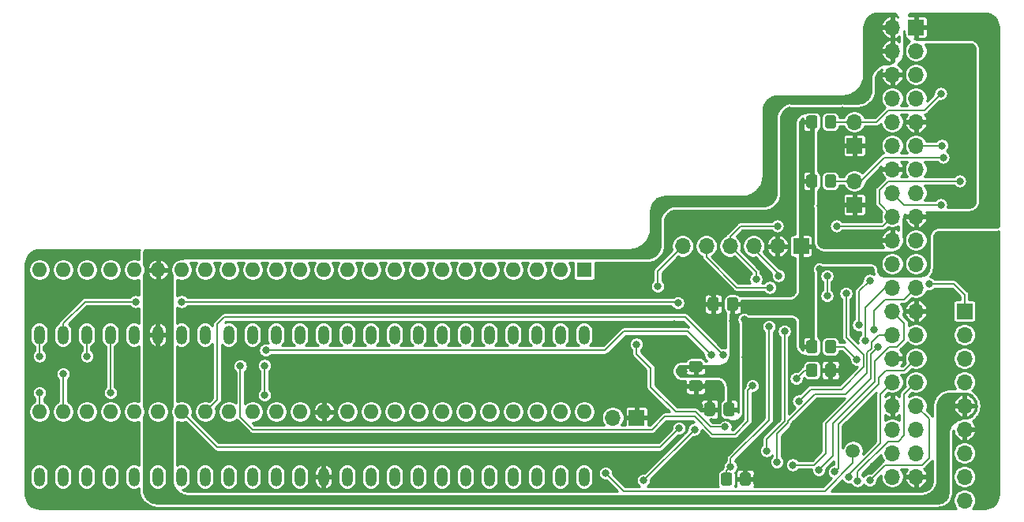
<source format=gbr>
%TF.GenerationSoftware,KiCad,Pcbnew,(5.1.9)-1*%
%TF.CreationDate,2021-07-28T09:14:02+01:00*%
%TF.ProjectId,RGBtoHDMI Amiga Denise DIP CPLD Rev 1.1,52474274-6f48-4444-9d49-20416d696761,rev?*%
%TF.SameCoordinates,Original*%
%TF.FileFunction,Copper,L2,Bot*%
%TF.FilePolarity,Positive*%
%FSLAX46Y46*%
G04 Gerber Fmt 4.6, Leading zero omitted, Abs format (unit mm)*
G04 Created by KiCad (PCBNEW (5.1.9)-1) date 2021-07-28 09:14:02*
%MOMM*%
%LPD*%
G01*
G04 APERTURE LIST*
%TA.AperFunction,ComponentPad*%
%ADD10C,1.508000*%
%TD*%
%TA.AperFunction,ComponentPad*%
%ADD11C,1.950000*%
%TD*%
%TA.AperFunction,ComponentPad*%
%ADD12R,1.700000X1.700000*%
%TD*%
%TA.AperFunction,ComponentPad*%
%ADD13O,1.700000X1.700000*%
%TD*%
%TA.AperFunction,ComponentPad*%
%ADD14O,1.200000X2.000000*%
%TD*%
%TA.AperFunction,ComponentPad*%
%ADD15O,1.600000X1.600000*%
%TD*%
%TA.AperFunction,ComponentPad*%
%ADD16R,1.600000X1.600000*%
%TD*%
%TA.AperFunction,ViaPad*%
%ADD17C,0.800000*%
%TD*%
%TA.AperFunction,ViaPad*%
%ADD18C,1.000000*%
%TD*%
%TA.AperFunction,ViaPad*%
%ADD19C,1.200000*%
%TD*%
%TA.AperFunction,Conductor*%
%ADD20C,0.200000*%
%TD*%
%TA.AperFunction,Conductor*%
%ADD21C,0.254000*%
%TD*%
%TA.AperFunction,Conductor*%
%ADD22C,0.100000*%
%TD*%
G04 APERTURE END LIST*
D10*
%TO.P,BT11,1*%
%TO.N,GND*%
X163587000Y-103886000D03*
%TO.P,BT11,2*%
%TO.N,/GPIO16*%
X168137000Y-103886000D03*
D11*
%TO.P,BT11,*%
%TO.N,GND*%
X162362000Y-101386000D03*
X169362000Y-101386000D03*
%TD*%
D12*
%TO.P,FFOSD1,1*%
%TO.N,/CSYNC*%
X180086000Y-88900000D03*
D13*
%TO.P,FFOSD1,2*%
%TO.N,/OSD_DISPLAY_OUPUT*%
X180086000Y-91440000D03*
%TO.P,FFOSD1,3*%
%TO.N,/OSD_DISPLAY_ENABLE*%
X180086000Y-93980000D03*
%TO.P,FFOSD1,4*%
%TO.N,/OSD_DISPLAY_OUTPUT_BUFFERRED*%
X180086000Y-96520000D03*
%TO.P,FFOSD1,5*%
%TO.N,+5V*%
X180086000Y-99060000D03*
%TO.P,FFOSD1,6*%
%TO.N,GND*%
X180086000Y-101600000D03*
%TO.P,FFOSD1,7*%
%TO.N,/GPIO16*%
X180086000Y-104140000D03*
%TO.P,FFOSD1,8*%
%TO.N,/GPIO26*%
X180086000Y-106680000D03*
%TO.P,FFOSD1,9*%
%TO.N,/GPIO19*%
X180086000Y-109220000D03*
%TD*%
%TO.P,R7,2*%
%TO.N,/GPIO19*%
%TA.AperFunction,SMDPad,CuDef*%
G36*
G01*
X165119000Y-69030001D02*
X165119000Y-68129999D01*
G75*
G02*
X165368999Y-67880000I249999J0D01*
G01*
X166069001Y-67880000D01*
G75*
G02*
X166319000Y-68129999I0J-249999D01*
G01*
X166319000Y-69030001D01*
G75*
G02*
X166069001Y-69280000I-249999J0D01*
G01*
X165368999Y-69280000D01*
G75*
G02*
X165119000Y-69030001I0J249999D01*
G01*
G37*
%TD.AperFunction*%
%TO.P,R7,1*%
%TO.N,+3V3*%
%TA.AperFunction,SMDPad,CuDef*%
G36*
G01*
X163119000Y-69030001D02*
X163119000Y-68129999D01*
G75*
G02*
X163368999Y-67880000I249999J0D01*
G01*
X164069001Y-67880000D01*
G75*
G02*
X164319000Y-68129999I0J-249999D01*
G01*
X164319000Y-69030001D01*
G75*
G02*
X164069001Y-69280000I-249999J0D01*
G01*
X163368999Y-69280000D01*
G75*
G02*
X163119000Y-69030001I0J249999D01*
G01*
G37*
%TD.AperFunction*%
%TD*%
%TO.P,R6,2*%
%TO.N,/GPIO26*%
%TA.AperFunction,SMDPad,CuDef*%
G36*
G01*
X165119000Y-75380001D02*
X165119000Y-74479999D01*
G75*
G02*
X165368999Y-74230000I249999J0D01*
G01*
X166069001Y-74230000D01*
G75*
G02*
X166319000Y-74479999I0J-249999D01*
G01*
X166319000Y-75380001D01*
G75*
G02*
X166069001Y-75630000I-249999J0D01*
G01*
X165368999Y-75630000D01*
G75*
G02*
X165119000Y-75380001I0J249999D01*
G01*
G37*
%TD.AperFunction*%
%TO.P,R6,1*%
%TO.N,+3V3*%
%TA.AperFunction,SMDPad,CuDef*%
G36*
G01*
X163119000Y-75380001D02*
X163119000Y-74479999D01*
G75*
G02*
X163368999Y-74230000I249999J0D01*
G01*
X164069001Y-74230000D01*
G75*
G02*
X164319000Y-74479999I0J-249999D01*
G01*
X164319000Y-75380001D01*
G75*
G02*
X164069001Y-75630000I-249999J0D01*
G01*
X163368999Y-75630000D01*
G75*
G02*
X163119000Y-75380001I0J249999D01*
G01*
G37*
%TD.AperFunction*%
%TD*%
%TO.P,BT3,2*%
%TO.N,/GPIO19*%
X168275000Y-68580000D03*
D12*
%TO.P,BT3,1*%
%TO.N,GND*%
X168275000Y-71120000D03*
%TD*%
D13*
%TO.P,BT2,2*%
%TO.N,/GPIO26*%
X168275000Y-74930000D03*
D12*
%TO.P,BT2,1*%
%TO.N,GND*%
X168275000Y-77470000D03*
%TD*%
D13*
%TO.P,JTAG1,6*%
%TO.N,/CLKEN*%
X149860000Y-81915000D03*
%TO.P,JTAG1,5*%
%TO.N,/GPIO0*%
X152400000Y-81915000D03*
%TO.P,JTAG1,4*%
%TO.N,/GPIO24*%
X154940000Y-81915000D03*
%TO.P,JTAG1,3*%
%TO.N,/GPIO20*%
X157480000Y-81915000D03*
%TO.P,JTAG1,2*%
%TO.N,GND*%
X160020000Y-81915000D03*
D12*
%TO.P,JTAG1,1*%
%TO.N,+3V3*%
X162560000Y-81915000D03*
%TD*%
%TO.P,R3,2*%
%TO.N,GND*%
%TA.AperFunction,SMDPad,CuDef*%
G36*
G01*
X165119000Y-95700001D02*
X165119000Y-94799999D01*
G75*
G02*
X165368999Y-94550000I249999J0D01*
G01*
X166069001Y-94550000D01*
G75*
G02*
X166319000Y-94799999I0J-249999D01*
G01*
X166319000Y-95700001D01*
G75*
G02*
X166069001Y-95950000I-249999J0D01*
G01*
X165368999Y-95950000D01*
G75*
G02*
X165119000Y-95700001I0J249999D01*
G01*
G37*
%TD.AperFunction*%
%TO.P,R3,1*%
%TO.N,/DETECT*%
%TA.AperFunction,SMDPad,CuDef*%
G36*
G01*
X163119000Y-95700001D02*
X163119000Y-94799999D01*
G75*
G02*
X163368999Y-94550000I249999J0D01*
G01*
X164069001Y-94550000D01*
G75*
G02*
X164319000Y-94799999I0J-249999D01*
G01*
X164319000Y-95700001D01*
G75*
G02*
X164069001Y-95950000I-249999J0D01*
G01*
X163368999Y-95950000D01*
G75*
G02*
X163119000Y-95700001I0J249999D01*
G01*
G37*
%TD.AperFunction*%
%TD*%
%TO.P,R2,2*%
%TO.N,GND*%
%TA.AperFunction,SMDPad,CuDef*%
G36*
G01*
X155975000Y-107384001D02*
X155975000Y-106483999D01*
G75*
G02*
X156224999Y-106234000I249999J0D01*
G01*
X156925001Y-106234000D01*
G75*
G02*
X157175000Y-106483999I0J-249999D01*
G01*
X157175000Y-107384001D01*
G75*
G02*
X156925001Y-107634000I-249999J0D01*
G01*
X156224999Y-107634000D01*
G75*
G02*
X155975000Y-107384001I0J249999D01*
G01*
G37*
%TD.AperFunction*%
%TO.P,R2,1*%
%TO.N,/GPIO0*%
%TA.AperFunction,SMDPad,CuDef*%
G36*
G01*
X153975000Y-107384001D02*
X153975000Y-106483999D01*
G75*
G02*
X154224999Y-106234000I249999J0D01*
G01*
X154925001Y-106234000D01*
G75*
G02*
X155175000Y-106483999I0J-249999D01*
G01*
X155175000Y-107384001D01*
G75*
G02*
X154925001Y-107634000I-249999J0D01*
G01*
X154224999Y-107634000D01*
G75*
G02*
X153975000Y-107384001I0J249999D01*
G01*
G37*
%TD.AperFunction*%
%TD*%
%TO.P,R1,2*%
%TO.N,/GPIO16*%
%TA.AperFunction,SMDPad,CuDef*%
G36*
G01*
X165119000Y-93160001D02*
X165119000Y-92259999D01*
G75*
G02*
X165368999Y-92010000I249999J0D01*
G01*
X166069001Y-92010000D01*
G75*
G02*
X166319000Y-92259999I0J-249999D01*
G01*
X166319000Y-93160001D01*
G75*
G02*
X166069001Y-93410000I-249999J0D01*
G01*
X165368999Y-93410000D01*
G75*
G02*
X165119000Y-93160001I0J249999D01*
G01*
G37*
%TD.AperFunction*%
%TO.P,R1,1*%
%TO.N,+3V3*%
%TA.AperFunction,SMDPad,CuDef*%
G36*
G01*
X163119000Y-93160001D02*
X163119000Y-92259999D01*
G75*
G02*
X163368999Y-92010000I249999J0D01*
G01*
X164069001Y-92010000D01*
G75*
G02*
X164319000Y-92259999I0J-249999D01*
G01*
X164319000Y-93160001D01*
G75*
G02*
X164069001Y-93410000I-249999J0D01*
G01*
X163368999Y-93410000D01*
G75*
G02*
X163119000Y-93160001I0J249999D01*
G01*
G37*
%TD.AperFunction*%
%TD*%
%TO.P,C4,1*%
%TO.N,+3V3*%
%TA.AperFunction,SMDPad,CuDef*%
G36*
G01*
X150782000Y-94260000D02*
X151732000Y-94260000D01*
G75*
G02*
X151982000Y-94510000I0J-250000D01*
G01*
X151982000Y-95185000D01*
G75*
G02*
X151732000Y-95435000I-250000J0D01*
G01*
X150782000Y-95435000D01*
G75*
G02*
X150532000Y-95185000I0J250000D01*
G01*
X150532000Y-94510000D01*
G75*
G02*
X150782000Y-94260000I250000J0D01*
G01*
G37*
%TD.AperFunction*%
%TO.P,C4,2*%
%TO.N,GND*%
%TA.AperFunction,SMDPad,CuDef*%
G36*
G01*
X150782000Y-96335000D02*
X151732000Y-96335000D01*
G75*
G02*
X151982000Y-96585000I0J-250000D01*
G01*
X151982000Y-97260000D01*
G75*
G02*
X151732000Y-97510000I-250000J0D01*
G01*
X150782000Y-97510000D01*
G75*
G02*
X150532000Y-97260000I0J250000D01*
G01*
X150532000Y-96585000D01*
G75*
G02*
X150782000Y-96335000I250000J0D01*
G01*
G37*
%TD.AperFunction*%
%TD*%
%TO.P,C3,2*%
%TO.N,GND*%
%TA.AperFunction,SMDPad,CuDef*%
G36*
G01*
X153347000Y-98966000D02*
X153347000Y-99916000D01*
G75*
G02*
X153097000Y-100166000I-250000J0D01*
G01*
X152422000Y-100166000D01*
G75*
G02*
X152172000Y-99916000I0J250000D01*
G01*
X152172000Y-98966000D01*
G75*
G02*
X152422000Y-98716000I250000J0D01*
G01*
X153097000Y-98716000D01*
G75*
G02*
X153347000Y-98966000I0J-250000D01*
G01*
G37*
%TD.AperFunction*%
%TO.P,C3,1*%
%TO.N,+3V3*%
%TA.AperFunction,SMDPad,CuDef*%
G36*
G01*
X155422000Y-98966000D02*
X155422000Y-99916000D01*
G75*
G02*
X155172000Y-100166000I-250000J0D01*
G01*
X154497000Y-100166000D01*
G75*
G02*
X154247000Y-99916000I0J250000D01*
G01*
X154247000Y-98966000D01*
G75*
G02*
X154497000Y-98716000I250000J0D01*
G01*
X155172000Y-98716000D01*
G75*
G02*
X155422000Y-98966000I0J-250000D01*
G01*
G37*
%TD.AperFunction*%
%TD*%
%TO.P,C2,2*%
%TO.N,GND*%
%TA.AperFunction,SMDPad,CuDef*%
G36*
G01*
X153728000Y-87663000D02*
X153728000Y-88613000D01*
G75*
G02*
X153478000Y-88863000I-250000J0D01*
G01*
X152803000Y-88863000D01*
G75*
G02*
X152553000Y-88613000I0J250000D01*
G01*
X152553000Y-87663000D01*
G75*
G02*
X152803000Y-87413000I250000J0D01*
G01*
X153478000Y-87413000D01*
G75*
G02*
X153728000Y-87663000I0J-250000D01*
G01*
G37*
%TD.AperFunction*%
%TO.P,C2,1*%
%TO.N,+3V3*%
%TA.AperFunction,SMDPad,CuDef*%
G36*
G01*
X155803000Y-87663000D02*
X155803000Y-88613000D01*
G75*
G02*
X155553000Y-88863000I-250000J0D01*
G01*
X154878000Y-88863000D01*
G75*
G02*
X154628000Y-88613000I0J250000D01*
G01*
X154628000Y-87663000D01*
G75*
G02*
X154878000Y-87413000I250000J0D01*
G01*
X155553000Y-87413000D01*
G75*
G02*
X155803000Y-87663000I0J-250000D01*
G01*
G37*
%TD.AperFunction*%
%TD*%
D14*
%TO.P,U4,24*%
%TO.N,/B0*%
X80873600Y-91440000D03*
%TO.P,U4,25*%
%TO.N,/B1*%
X80873600Y-106680000D03*
%TO.P,U4,23*%
%TO.N,/R3*%
X83413600Y-91440000D03*
%TO.P,U4,26*%
%TO.N,/B2*%
X83413600Y-106680000D03*
%TO.P,U4,22*%
%TO.N,/R2*%
X85953600Y-91440000D03*
%TO.P,U4,27*%
%TO.N,/B3*%
X85953600Y-106680000D03*
%TO.P,U4,21*%
%TO.N,/R1*%
X88493600Y-91440000D03*
%TO.P,U4,28*%
%TO.N,/G0*%
X88493600Y-106680000D03*
%TO.P,U4,20*%
%TO.N,/R0*%
X91033600Y-91440000D03*
%TO.P,U4,29*%
%TO.N,/G1*%
X91033600Y-106680000D03*
%TO.P,U4,19*%
%TO.N,+5V*%
X93573600Y-91440000D03*
%TO.P,U4,30*%
%TO.N,/G2*%
X93573600Y-106680000D03*
%TO.P,U4,18*%
%TO.N,/BURST*%
X96113600Y-91440000D03*
%TO.P,U4,31*%
%TO.N,/G3*%
X96113600Y-106680000D03*
%TO.P,U4,17*%
%TO.N,/RGA1*%
X98653600Y-91440000D03*
%TO.P,U4,32*%
%TO.N,/CSYNC*%
X98653600Y-106680000D03*
%TO.P,U4,16*%
%TO.N,/RGA2*%
X101193600Y-91440000D03*
%TO.P,U4,33*%
%TO.N,/ZD*%
X101193600Y-106680000D03*
%TO.P,U4,15*%
%TO.N,/RGA3*%
X103733600Y-91440000D03*
%TO.P,U4,34*%
%TO.N,/NC*%
X103733600Y-106680000D03*
%TO.P,U4,14*%
%TO.N,/RGA4*%
X106273600Y-91440000D03*
%TO.P,U4,35*%
%TO.N,/7M*%
X106273600Y-106680000D03*
%TO.P,U4,13*%
%TO.N,/RGA5*%
X108813600Y-91440000D03*
%TO.P,U4,36*%
%TO.N,/CCK*%
X108813600Y-106680000D03*
%TO.P,U4,12*%
%TO.N,/RGA6*%
X111353600Y-91440000D03*
%TO.P,U4,37*%
%TO.N,GND*%
X111353600Y-106680000D03*
%TO.P,U4,11*%
%TO.N,/RGA7*%
X113893600Y-91440000D03*
%TO.P,U4,38*%
%TO.N,/M0V*%
X113893600Y-106680000D03*
%TO.P,U4,10*%
%TO.N,/RGA8*%
X116433600Y-91440000D03*
%TO.P,U4,39*%
%TO.N,/M1V*%
X116433600Y-106680000D03*
%TO.P,U4,9*%
%TO.N,/M0H*%
X118973600Y-91440000D03*
%TO.P,U4,40*%
%TO.N,/D15*%
X118973600Y-106680000D03*
%TO.P,U4,8*%
%TO.N,/M1H*%
X121513600Y-91440000D03*
%TO.P,U4,41*%
%TO.N,/D14*%
X121513600Y-106680000D03*
%TO.P,U4,7*%
%TO.N,/D0*%
X124053600Y-91440000D03*
%TO.P,U4,42*%
%TO.N,/D13*%
X124053600Y-106680000D03*
%TO.P,U4,6*%
%TO.N,/D1*%
X126593600Y-91440000D03*
%TO.P,U4,43*%
%TO.N,/D12*%
X126593600Y-106680000D03*
%TO.P,U4,5*%
%TO.N,/D2*%
X129133600Y-91440000D03*
%TO.P,U4,44*%
%TO.N,/D11*%
X129133600Y-106680000D03*
%TO.P,U4,4*%
%TO.N,/D3*%
X131673600Y-91440000D03*
%TO.P,U4,45*%
%TO.N,/D10*%
X131673600Y-106680000D03*
%TO.P,U4,3*%
%TO.N,/D4*%
X134213600Y-91440000D03*
%TO.P,U4,46*%
%TO.N,/D9*%
X134213600Y-106680000D03*
%TO.P,U4,2*%
%TO.N,/D5*%
X136753600Y-91440000D03*
%TO.P,U4,47*%
%TO.N,/D8*%
X136753600Y-106680000D03*
%TO.P,U4,1*%
%TO.N,/D6*%
X139293600Y-91440000D03*
%TO.P,U4,48*%
%TO.N,/D7*%
X139293600Y-106680000D03*
%TD*%
D13*
%TO.P,J1,40*%
%TO.N,/GPIO21*%
X172339000Y-106680000D03*
%TO.P,J1,39*%
%TO.N,GND*%
X174879000Y-106680000D03*
%TO.P,J1,38*%
%TO.N,/GPIO20*%
X172339000Y-104140000D03*
%TO.P,J1,37*%
%TO.N,/GPIO26*%
X174879000Y-104140000D03*
%TO.P,J1,36*%
%TO.N,/GPIO16*%
X172339000Y-101600000D03*
%TO.P,J1,35*%
%TO.N,/GPIO19*%
X174879000Y-101600000D03*
%TO.P,J1,34*%
%TO.N,GND*%
X172339000Y-99060000D03*
%TO.P,J1,33*%
%TO.N,/GPIO13*%
X174879000Y-99060000D03*
%TO.P,J1,32*%
%TO.N,/GPIO12*%
X172339000Y-96520000D03*
%TO.P,J1,31*%
%TO.N,/GPIO6*%
X174879000Y-96520000D03*
%TO.P,J1,30*%
%TO.N,GND*%
X172339000Y-93980000D03*
%TO.P,J1,29*%
%TO.N,/GPIO5*%
X174879000Y-93980000D03*
%TO.P,J1,28*%
%TO.N,/CLKEN*%
X172339000Y-91440000D03*
%TO.P,J1,27*%
%TO.N,/GPIO0*%
X174879000Y-91440000D03*
%TO.P,J1,26*%
%TO.N,/GPIO7*%
X172339000Y-88900000D03*
%TO.P,J1,25*%
%TO.N,GND*%
X174879000Y-88900000D03*
%TO.P,J1,24*%
%TO.N,/GPIO8*%
X172339000Y-86360000D03*
%TO.P,J1,23*%
%TO.N,/GPIO11*%
X174879000Y-86360000D03*
%TO.P,J1,22*%
%TO.N,/GPIO25*%
X172339000Y-83820000D03*
%TO.P,J1,21*%
%TO.N,/GPIO9*%
X174879000Y-83820000D03*
%TO.P,J1,20*%
%TO.N,GND*%
X172339000Y-81280000D03*
%TO.P,J1,19*%
%TO.N,/GPIO10*%
X174879000Y-81280000D03*
%TO.P,J1,18*%
%TO.N,/GPIO24*%
X172339000Y-78740000D03*
%TO.P,J1,17*%
%TO.N,+3V3*%
X174879000Y-78740000D03*
%TO.P,J1,16*%
%TO.N,/GPIO23*%
X172339000Y-76200000D03*
%TO.P,J1,15*%
%TO.N,/GPIO22*%
X174879000Y-76200000D03*
%TO.P,J1,14*%
%TO.N,GND*%
X172339000Y-73660000D03*
%TO.P,J1,13*%
%TO.N,/GPIO27*%
X174879000Y-73660000D03*
%TO.P,J1,12*%
%TO.N,/GPIO18*%
X172339000Y-71120000D03*
%TO.P,J1,11*%
%TO.N,/GPIO17*%
X174879000Y-71120000D03*
%TO.P,J1,10*%
%TO.N,/GPIO15*%
X172339000Y-68580000D03*
%TO.P,J1,9*%
%TO.N,GND*%
X174879000Y-68580000D03*
%TO.P,J1,8*%
%TO.N,/GPIO14*%
X172339000Y-66040000D03*
%TO.P,J1,7*%
%TO.N,/GPIO4*%
X174879000Y-66040000D03*
%TO.P,J1,6*%
%TO.N,GND*%
X172339000Y-63500000D03*
%TO.P,J1,5*%
%TO.N,/GPIO3*%
X174879000Y-63500000D03*
%TO.P,J1,4*%
%TO.N,+5V*%
X172339000Y-60960000D03*
%TO.P,J1,3*%
%TO.N,/GPIO2*%
X174879000Y-60960000D03*
%TO.P,J1,2*%
%TO.N,+5V*%
X172339000Y-58420000D03*
D12*
%TO.P,J1,1*%
%TO.N,+3V3*%
X174879000Y-58420000D03*
%TD*%
D15*
%TO.P,U3,48*%
%TO.N,/D7*%
X139315000Y-99695000D03*
%TO.P,U3,24*%
%TO.N,/B0*%
X80895000Y-84455000D03*
%TO.P,U3,47*%
%TO.N,/D8*%
X136775000Y-99695000D03*
%TO.P,U3,23*%
%TO.N,/R3*%
X83435000Y-84455000D03*
%TO.P,U3,46*%
%TO.N,/D9*%
X134235000Y-99695000D03*
%TO.P,U3,22*%
%TO.N,/R2*%
X85975000Y-84455000D03*
%TO.P,U3,45*%
%TO.N,/D10*%
X131695000Y-99695000D03*
%TO.P,U3,21*%
%TO.N,/R1*%
X88515000Y-84455000D03*
%TO.P,U3,44*%
%TO.N,/D11*%
X129155000Y-99695000D03*
%TO.P,U3,20*%
%TO.N,/R0*%
X91055000Y-84455000D03*
%TO.P,U3,43*%
%TO.N,/D12*%
X126615000Y-99695000D03*
%TO.P,U3,19*%
%TO.N,+5V*%
X93595000Y-84455000D03*
%TO.P,U3,42*%
%TO.N,/D13*%
X124075000Y-99695000D03*
%TO.P,U3,18*%
%TO.N,/BURST*%
X96135000Y-84455000D03*
%TO.P,U3,41*%
%TO.N,/D14*%
X121535000Y-99695000D03*
%TO.P,U3,17*%
%TO.N,/RGA1*%
X98675000Y-84455000D03*
%TO.P,U3,40*%
%TO.N,/D15*%
X118995000Y-99695000D03*
%TO.P,U3,16*%
%TO.N,/RGA2*%
X101215000Y-84455000D03*
%TO.P,U3,39*%
%TO.N,/M1V*%
X116455000Y-99695000D03*
%TO.P,U3,15*%
%TO.N,/RGA3*%
X103755000Y-84455000D03*
%TO.P,U3,38*%
%TO.N,/M0V*%
X113915000Y-99695000D03*
%TO.P,U3,14*%
%TO.N,/RGA4*%
X106295000Y-84455000D03*
%TO.P,U3,37*%
%TO.N,GND*%
X111375000Y-99695000D03*
%TO.P,U3,13*%
%TO.N,/RGA5*%
X108835000Y-84455000D03*
%TO.P,U3,36*%
%TO.N,/CCK*%
X108835000Y-99695000D03*
%TO.P,U3,12*%
%TO.N,/RGA6*%
X111375000Y-84455000D03*
%TO.P,U3,35*%
%TO.N,/7M*%
X106295000Y-99695000D03*
%TO.P,U3,11*%
%TO.N,/RGA7*%
X113915000Y-84455000D03*
%TO.P,U3,34*%
%TO.N,/NC*%
X103755000Y-99695000D03*
%TO.P,U3,10*%
%TO.N,/RGA8*%
X116455000Y-84455000D03*
%TO.P,U3,33*%
%TO.N,/ZD*%
X101215000Y-99695000D03*
%TO.P,U3,9*%
%TO.N,/M0H*%
X118995000Y-84455000D03*
%TO.P,U3,32*%
%TO.N,/CSYNC*%
X98675000Y-99695000D03*
%TO.P,U3,8*%
%TO.N,/M1H*%
X121535000Y-84455000D03*
%TO.P,U3,31*%
%TO.N,/G3*%
X96135000Y-99695000D03*
%TO.P,U3,7*%
%TO.N,/D0*%
X124075000Y-84455000D03*
%TO.P,U3,30*%
%TO.N,/G2*%
X93595000Y-99695000D03*
%TO.P,U3,6*%
%TO.N,/D1*%
X126615000Y-84455000D03*
%TO.P,U3,29*%
%TO.N,/G1*%
X91055000Y-99695000D03*
%TO.P,U3,5*%
%TO.N,/D2*%
X129155000Y-84455000D03*
%TO.P,U3,28*%
%TO.N,/G0*%
X88515000Y-99695000D03*
%TO.P,U3,4*%
%TO.N,/D3*%
X131695000Y-84455000D03*
%TO.P,U3,27*%
%TO.N,/B3*%
X85975000Y-99695000D03*
%TO.P,U3,3*%
%TO.N,/D4*%
X134235000Y-84455000D03*
%TO.P,U3,26*%
%TO.N,/B2*%
X83435000Y-99695000D03*
%TO.P,U3,2*%
%TO.N,/D5*%
X136775000Y-84455000D03*
%TO.P,U3,25*%
%TO.N,/B1*%
X80895000Y-99695000D03*
D16*
%TO.P,U3,1*%
%TO.N,/D6*%
X139315000Y-84455000D03*
%TD*%
D13*
%TO.P,BT1,2*%
%TO.N,/GPIO16*%
X142367000Y-100330000D03*
D12*
%TO.P,BT1,1*%
%TO.N,GND*%
X144907000Y-100330000D03*
%TD*%
D17*
%TO.N,GND*%
X152654000Y-106299000D03*
X149860000Y-96901000D03*
X152019000Y-88138000D03*
X156210000Y-85344000D03*
X148463000Y-105918000D03*
X140843000Y-104775000D03*
X161036000Y-86360000D03*
X152781000Y-98171000D03*
X156591000Y-93853000D03*
X158115000Y-90297000D03*
X179705000Y-61087000D03*
X180975000Y-62230000D03*
X166878000Y-95250000D03*
X161607500Y-97536000D03*
X152908000Y-86868000D03*
X170307000Y-105537000D03*
X91186000Y-89281000D03*
X96139000Y-89281000D03*
X144653000Y-105918000D03*
X138049000Y-104775000D03*
X132969000Y-104775000D03*
X130429000Y-104775000D03*
X127889000Y-104775000D03*
X125349000Y-104775000D03*
X122809000Y-104775000D03*
X120269000Y-104775000D03*
X117729000Y-104775000D03*
X115189000Y-104775000D03*
X112649000Y-104775000D03*
X109982000Y-104775000D03*
X107569000Y-104775000D03*
X105029000Y-104775000D03*
X102489000Y-104775000D03*
X99949000Y-104775000D03*
X97409000Y-104775000D03*
X89789000Y-102235000D03*
X87249000Y-102235000D03*
X84709000Y-102235000D03*
X82169000Y-102235000D03*
X84709000Y-97663000D03*
X82550000Y-93726000D03*
X80010000Y-95631000D03*
X82042000Y-86995000D03*
X84709000Y-86868000D03*
X87249000Y-86868000D03*
X87249000Y-88900000D03*
X79883000Y-86995000D03*
X80010000Y-102235000D03*
X80137000Y-82931000D03*
X82169000Y-82931000D03*
X84709000Y-82931000D03*
X87249000Y-82931000D03*
X89789000Y-82931000D03*
X99949000Y-86868000D03*
X102489000Y-86868000D03*
X105029000Y-86868000D03*
X107569000Y-86868000D03*
X110109000Y-86868000D03*
X112649000Y-86868000D03*
X115189000Y-86868000D03*
X117729000Y-86868000D03*
X120269000Y-86868000D03*
X122809000Y-86868000D03*
X125349000Y-86868000D03*
X127889000Y-86868000D03*
X130429000Y-86868000D03*
X132842000Y-86868000D03*
X135509000Y-86868000D03*
X138049000Y-86868000D03*
X138049000Y-88646000D03*
X135509000Y-88646000D03*
X132842000Y-88646000D03*
X130429000Y-88646000D03*
X127889000Y-88646000D03*
X125349000Y-88646000D03*
X122809000Y-88646000D03*
X120269000Y-88646000D03*
X117729000Y-88646000D03*
X115189000Y-88646000D03*
X112649000Y-88646000D03*
X110109000Y-88646000D03*
X107569000Y-88646000D03*
X105029000Y-88646000D03*
X102489000Y-88646000D03*
X99949000Y-88646000D03*
X102489000Y-102489000D03*
X105029000Y-102489000D03*
X107569000Y-102489000D03*
X109982000Y-102489000D03*
X112649000Y-102489000D03*
X115189000Y-102489000D03*
X117729000Y-102489000D03*
X120269000Y-102489000D03*
X122809000Y-102489000D03*
X125349000Y-102489000D03*
X127889000Y-102489000D03*
X130429000Y-102489000D03*
X132969000Y-102489000D03*
X135509000Y-102489000D03*
X138049000Y-102489000D03*
X140843000Y-102489000D03*
X144653000Y-102743000D03*
X146685000Y-102743000D03*
X140208000Y-86868000D03*
X140208000Y-88773000D03*
X142113000Y-90678000D03*
X148971000Y-90297000D03*
X151130000Y-84328000D03*
X149860000Y-80010000D03*
X152400000Y-80010000D03*
X165989000Y-89027000D03*
X182499000Y-104140000D03*
X182245000Y-106680000D03*
X148844000Y-85090000D03*
X107569000Y-97917000D03*
X109982000Y-97917000D03*
X112649000Y-97917000D03*
X115189000Y-97917000D03*
X117729000Y-97917000D03*
X120269000Y-97917000D03*
X122809000Y-97917000D03*
X125349000Y-97917000D03*
X127889000Y-97917000D03*
X130429000Y-97917000D03*
X132969000Y-97917000D03*
X135509000Y-97917000D03*
X138049000Y-97917000D03*
X140843000Y-97917000D03*
X161671000Y-90043000D03*
X161544000Y-93599000D03*
X177546000Y-90170000D03*
X171069000Y-64770000D03*
X164846000Y-80518000D03*
X168910000Y-81026000D03*
X135509000Y-104775000D03*
X168783000Y-85547200D03*
X166497000Y-84709000D03*
X164846000Y-90424000D03*
X152527000Y-96901000D03*
X151638000Y-99060000D03*
X152082500Y-105473500D03*
X162687000Y-97028000D03*
X158877000Y-84963000D03*
X156464000Y-89789000D03*
X165735000Y-96520000D03*
X149796500Y-98679000D03*
X157797500Y-98107500D03*
X156718000Y-96012000D03*
X157797500Y-100330000D03*
X147002500Y-92265500D03*
X146748500Y-107315000D03*
X143319500Y-92900500D03*
X149669500Y-93789500D03*
X164528500Y-84391500D03*
X167957500Y-81788000D03*
X165671500Y-81470500D03*
X151257000Y-78740000D03*
X153924000Y-78803500D03*
X161290000Y-76200000D03*
X161290000Y-74930000D03*
X161290000Y-73660000D03*
X161290000Y-72390000D03*
X161290000Y-71120000D03*
X161290000Y-69850000D03*
X161290000Y-68580000D03*
X161290000Y-67310000D03*
X164592000Y-77597000D03*
X169545000Y-67310000D03*
X167005000Y-67310000D03*
X86995000Y-97663000D03*
X81915000Y-95631000D03*
X84455000Y-93726000D03*
X82042000Y-88900000D03*
X79883000Y-88900000D03*
X91186000Y-86614000D03*
X96139000Y-86741000D03*
X89789000Y-104775000D03*
X80010000Y-104775000D03*
X87249000Y-104775000D03*
X84709000Y-104775000D03*
X82169000Y-104775000D03*
X90678000Y-97663000D03*
X89789000Y-92964000D03*
X97409000Y-102489000D03*
X99949000Y-101854000D03*
X179578000Y-72898000D03*
X179959000Y-68834000D03*
X179832000Y-83312000D03*
X180721000Y-81026000D03*
X177800000Y-73660000D03*
X177546000Y-69723000D03*
X177546000Y-66929000D03*
X179959000Y-66294000D03*
X176911000Y-63500000D03*
X179197000Y-63500000D03*
X177546000Y-95250000D03*
X177546000Y-92710000D03*
X179832000Y-85217000D03*
X182753000Y-109093000D03*
X146939000Y-104521000D03*
D18*
%TO.N,+3V3*%
X180975000Y-57785000D03*
X182372000Y-59055000D03*
X177292000Y-58420000D03*
X179578000Y-59055000D03*
X155257500Y-97866518D03*
X155321000Y-89915998D03*
X149860000Y-95377000D03*
X182372000Y-69088000D03*
D17*
%TO.N,/GPIO20*%
X160782000Y-91059000D03*
X160147000Y-85090000D03*
X158877000Y-103886000D03*
%TO.N,/GPIO26*%
X177800000Y-72390000D03*
%TO.N,/GPIO16*%
X168552968Y-94118184D03*
X141605000Y-106299000D03*
%TO.N,/GPIO13*%
X169926000Y-107061000D03*
%TO.N,/GPIO12*%
X167690482Y-106730482D03*
%TO.N,/GPIO6*%
X168614459Y-107112960D03*
%TO.N,/GPIO5*%
X166156812Y-106157224D03*
%TO.N,/GPIO0*%
X170818011Y-92752789D03*
X159131000Y-90551000D03*
X159194500Y-86360000D03*
X155003498Y-105600502D03*
X161671000Y-105410000D03*
%TO.N,/GPIO7*%
X164465000Y-105936832D03*
%TO.N,/GPIO8*%
X169418000Y-92075000D03*
%TO.N,/GPIO11*%
X170371879Y-90870010D03*
%TO.N,/GPIO9*%
X168742092Y-90376270D03*
X169926000Y-85598000D03*
%TO.N,/GPIO10*%
X162306000Y-98552000D03*
X167386000Y-86995000D03*
%TO.N,/GPIO24*%
X160020000Y-79756000D03*
X166369999Y-79756000D03*
X157734000Y-85471000D03*
X179578000Y-74930000D03*
%TO.N,/GPIO23*%
X177545998Y-77470000D03*
%TO.N,/GPIO17*%
X177673000Y-71120004D03*
%TO.N,/GPIO4*%
X165354000Y-87249000D03*
X165354004Y-85140800D03*
%TO.N,/GPIO19*%
X177546000Y-65532000D03*
%TO.N,/CLKEN*%
X144907000Y-92456000D03*
X154421013Y-101335013D03*
X147193000Y-86233000D03*
X159958010Y-105094010D03*
%TO.N,/B0*%
X157353000Y-96921828D03*
X102425500Y-94805500D03*
X80899000Y-93726000D03*
%TO.N,/R3*%
X91186000Y-87884000D03*
X96139000Y-87884002D03*
X149352004Y-88011000D03*
%TO.N,/R2*%
X85979000Y-93726002D03*
%TO.N,/R1*%
X88519000Y-97663000D03*
%TO.N,/R0*%
X105156000Y-93091000D03*
X152908000Y-93599000D03*
%TO.N,/G3*%
X149479000Y-101473000D03*
%TO.N,/G2*%
X105029000Y-94742000D03*
X105029008Y-97917000D03*
%TO.N,/B3*%
X151130000Y-101600000D03*
X145669000Y-107061014D03*
%TO.N,/B2*%
X83439014Y-95631000D03*
%TO.N,/B1*%
X80899000Y-97663000D03*
%TO.N,/DETECT*%
X162052004Y-96139000D03*
D19*
%TO.N,+5V*%
X170307000Y-60960000D03*
D17*
%TO.N,/CSYNC*%
X154178000Y-93599000D03*
X176318979Y-85979000D03*
%TD*%
D20*
%TO.N,/GPIO20*%
X160147000Y-84899500D02*
X160147000Y-85090000D01*
X157480000Y-82232500D02*
X160147000Y-84899500D01*
X157480000Y-81915000D02*
X157480000Y-82232500D01*
X158877000Y-102616000D02*
X158877000Y-103886000D01*
X160782000Y-91059000D02*
X160782000Y-100711000D01*
X160782000Y-100711000D02*
X158877000Y-102616000D01*
%TO.N,/GPIO26*%
X165608000Y-74930000D02*
X168291000Y-74930000D01*
X177234315Y-72390000D02*
X177800000Y-72390000D01*
X168910000Y-74930000D02*
X171450000Y-72390000D01*
X171450000Y-72390000D02*
X177234315Y-72390000D01*
%TO.N,/GPIO16*%
X165465000Y-92710000D02*
X167144784Y-92710000D01*
X167144784Y-92710000D02*
X168552968Y-94118184D01*
X143510000Y-108204000D02*
X141605000Y-106299000D01*
X165100000Y-108204000D02*
X143510000Y-108204000D01*
X168137000Y-105167000D02*
X165100000Y-108204000D01*
X168137000Y-103886000D02*
X168137000Y-105167000D01*
%TO.N,/GPIO13*%
X175514000Y-105410000D02*
X171577000Y-105410000D01*
X176276000Y-104648000D02*
X175514000Y-105410000D01*
X174879000Y-99060000D02*
X176276000Y-100457000D01*
X176276000Y-100457000D02*
X176276000Y-104648000D01*
X171577000Y-105410000D02*
X169926000Y-107061000D01*
%TO.N,/GPIO12*%
X172339000Y-96520000D02*
X171069000Y-97790000D01*
X171069000Y-103097964D02*
X167690482Y-106476482D01*
X167690482Y-106476482D02*
X167690482Y-106730482D01*
X171069000Y-97790000D02*
X171069000Y-103097964D01*
%TO.N,/GPIO6*%
X168614459Y-106155856D02*
X168614459Y-107112960D01*
X173609000Y-97790000D02*
X173609000Y-102235000D01*
X174879000Y-96520000D02*
X173609000Y-97790000D01*
X173609000Y-102235000D02*
X172974000Y-102870000D01*
X172974000Y-102870000D02*
X171900315Y-102870000D01*
X171900315Y-102870000D02*
X168614459Y-106155856D01*
%TO.N,/GPIO5*%
X174879000Y-93980000D02*
X173609000Y-95250000D01*
X171634033Y-95250000D02*
X170853022Y-96031011D01*
X170853022Y-96031011D02*
X170853022Y-96735978D01*
X170853022Y-96735978D02*
X166556811Y-101032189D01*
X166556811Y-105757225D02*
X166156812Y-106157224D01*
X166556811Y-101032189D02*
X166556811Y-105757225D01*
X173609000Y-95250000D02*
X171634033Y-95250000D01*
%TO.N,/GPIO0*%
X155642919Y-86360000D02*
X159194500Y-86360000D01*
X152400000Y-81915000D02*
X152400000Y-83117081D01*
X152400000Y-83117081D02*
X155642919Y-86360000D01*
X154559000Y-106045000D02*
X155003498Y-105600502D01*
X154559000Y-106680000D02*
X154559000Y-106045000D01*
X163957000Y-105410000D02*
X161671000Y-105410000D01*
X165227000Y-104140000D02*
X163957000Y-105410000D01*
X165227000Y-100965000D02*
X165227000Y-104140000D01*
X170053000Y-96139000D02*
X165227000Y-100965000D01*
X170053000Y-93517800D02*
X170053000Y-96139000D01*
X170818011Y-92752789D02*
X170053000Y-93517800D01*
X155003498Y-104711502D02*
X155003498Y-105600502D01*
X159131000Y-100584000D02*
X155003498Y-104711502D01*
X159131000Y-90551000D02*
X159131000Y-100584000D01*
%TO.N,/GPIO7*%
X170453011Y-96503889D02*
X165989000Y-100967900D01*
X171978004Y-92710000D02*
X170453011Y-94234993D01*
X165989000Y-104412832D02*
X164465000Y-105936832D01*
X165989000Y-100967900D02*
X165989000Y-104412832D01*
X172847000Y-92710000D02*
X171978004Y-92710000D01*
X170453011Y-94234993D02*
X170453011Y-96503889D01*
X173609000Y-90170000D02*
X173609000Y-91948000D01*
X173609000Y-91948000D02*
X172847000Y-92710000D01*
X172339000Y-88900000D02*
X173609000Y-90170000D01*
%TO.N,/GPIO8*%
X169442093Y-92050907D02*
X169418000Y-92075000D01*
X169442093Y-88494907D02*
X169442093Y-92050907D01*
X171577000Y-86360000D02*
X169442093Y-88494907D01*
X172339000Y-86360000D02*
X171577000Y-86360000D01*
%TO.N,/GPIO11*%
X171577000Y-87630000D02*
X170371879Y-88835121D01*
X174879000Y-86360000D02*
X173609000Y-87630000D01*
X170371879Y-88835121D02*
X170371879Y-90870010D01*
X173609000Y-87630000D02*
X171577000Y-87630000D01*
%TO.N,/GPIO9*%
X168742092Y-86781908D02*
X169926000Y-85598000D01*
X168742092Y-90376270D02*
X168742092Y-86781908D01*
%TO.N,/GPIO10*%
X167386000Y-91714002D02*
X167386000Y-86995000D01*
X169252978Y-93580980D02*
X167386000Y-91714002D01*
X169252978Y-94907022D02*
X169252978Y-93580980D01*
X166878000Y-97282000D02*
X169252978Y-94907022D01*
X163576000Y-97282000D02*
X166878000Y-97282000D01*
X162306000Y-98552000D02*
X163576000Y-97282000D01*
%TO.N,/GPIO24*%
X172339000Y-78740000D02*
X171323000Y-79756000D01*
X171323000Y-79756000D02*
X166369999Y-79756000D01*
X157734000Y-84709000D02*
X157734000Y-85471000D01*
X154940000Y-81915000D02*
X157734000Y-84709000D01*
X156083000Y-79756000D02*
X160020000Y-79756000D01*
X154940000Y-80899000D02*
X156083000Y-79756000D01*
X154940000Y-81915000D02*
X154940000Y-80899000D01*
X171906998Y-74930000D02*
X179578000Y-74930000D01*
X172339000Y-78740000D02*
X170942000Y-77343000D01*
X170942000Y-77343000D02*
X170942000Y-75894998D01*
X170942000Y-75894998D02*
X171906998Y-74930000D01*
%TO.N,/GPIO23*%
X172339000Y-76200000D02*
X173609000Y-77470000D01*
X173609000Y-77470000D02*
X177545998Y-77470000D01*
%TO.N,/GPIO17*%
X174879000Y-71120000D02*
X177672996Y-71120000D01*
X177672996Y-71120000D02*
X177673000Y-71120004D01*
%TO.N,/GPIO4*%
X165354000Y-87249000D02*
X165354000Y-85140804D01*
X165354000Y-85140804D02*
X165354004Y-85140800D01*
%TO.N,/GPIO19*%
X165608000Y-68580000D02*
X168291000Y-68580000D01*
X175768000Y-67310000D02*
X177546000Y-65532000D01*
X171906998Y-67310000D02*
X175768000Y-67310000D01*
X170636998Y-68580000D02*
X171906998Y-67310000D01*
X168275000Y-68580000D02*
X170636998Y-68580000D01*
%TO.N,/CLKEN*%
X151257000Y-99695000D02*
X152897013Y-101335013D01*
X149098000Y-99695000D02*
X151257000Y-99695000D01*
X146431000Y-97028000D02*
X149098000Y-99695000D01*
X146431000Y-94996000D02*
X146431000Y-97028000D01*
X144907000Y-93472000D02*
X146431000Y-94996000D01*
X152897013Y-101335013D02*
X154421013Y-101335013D01*
X144907000Y-92456000D02*
X144907000Y-93472000D01*
X149860000Y-81915000D02*
X147193000Y-84582000D01*
X147193000Y-84582000D02*
X147193000Y-86233000D01*
X172339000Y-91440000D02*
X170925000Y-91440000D01*
X170925000Y-91440000D02*
X170118001Y-92246999D01*
X167366989Y-97809011D02*
X164051987Y-97809011D01*
X159958010Y-102100689D02*
X159958010Y-105094010D01*
X161182010Y-100876689D02*
X159958010Y-102100689D01*
X161182010Y-100678988D02*
X161182010Y-100876689D01*
X164051987Y-97809011D02*
X161182010Y-100678988D01*
X169652989Y-95523011D02*
X167366989Y-97809011D01*
X170118001Y-92887099D02*
X169652989Y-93352111D01*
X169652989Y-93352111D02*
X169652989Y-95523011D01*
X170118001Y-92246999D02*
X170118001Y-92887099D01*
%TO.N,/B0*%
X80873600Y-91440000D02*
X80873600Y-93700600D01*
X80873600Y-93700600D02*
X80899000Y-93726000D01*
X156845000Y-97429828D02*
X157353000Y-96921828D01*
X156845000Y-100711000D02*
X156845000Y-97429828D01*
X155448000Y-102108000D02*
X156845000Y-100711000D01*
X153035000Y-102108000D02*
X155448000Y-102108000D01*
X151130000Y-100203000D02*
X153035000Y-102108000D01*
X147955000Y-100203000D02*
X151130000Y-100203000D01*
X146558000Y-101600000D02*
X147955000Y-100203000D01*
X103759000Y-101600000D02*
X146558000Y-101600000D01*
X102425500Y-100266500D02*
X103759000Y-101600000D01*
X102425500Y-94805500D02*
X102425500Y-100266500D01*
%TO.N,/R3*%
X83413600Y-91440000D02*
X83413600Y-90240000D01*
X83413600Y-90240000D02*
X85769600Y-87884000D01*
X85769600Y-87884000D02*
X91186000Y-87884000D01*
X149225006Y-87884002D02*
X149352004Y-88011000D01*
X96139000Y-87884002D02*
X149225006Y-87884002D01*
%TO.N,/R2*%
X85953600Y-91440000D02*
X85953600Y-93700602D01*
X85953600Y-93700602D02*
X85979000Y-93726002D01*
%TO.N,/R1*%
X88493600Y-91440000D02*
X88493600Y-97637600D01*
X88493600Y-97637600D02*
X88519000Y-97663000D01*
%TO.N,/R0*%
X141536499Y-93091000D02*
X143568499Y-91059000D01*
X105156000Y-93091000D02*
X141536499Y-93091000D01*
X143568499Y-91059000D02*
X150368000Y-91059000D01*
X150368000Y-91059000D02*
X152908000Y-93599000D01*
%TO.N,/G3*%
X147447000Y-103505000D02*
X149479000Y-101473000D01*
X99945000Y-103505000D02*
X147447000Y-103505000D01*
X96135000Y-99695000D02*
X99945000Y-103505000D01*
%TO.N,/G2*%
X105029000Y-94742000D02*
X105029000Y-97916992D01*
X105029000Y-97916992D02*
X105029008Y-97917000D01*
%TO.N,/B3*%
X145669000Y-107061000D02*
X145669000Y-107061014D01*
X151130000Y-101600000D02*
X145669000Y-107061000D01*
%TO.N,/B2*%
X83435000Y-99695000D02*
X83435000Y-95635014D01*
X83435000Y-95635014D02*
X83439014Y-95631000D01*
%TO.N,/B1*%
X80895000Y-99695000D02*
X80895000Y-97667000D01*
X80895000Y-97667000D02*
X80899000Y-97663000D01*
%TO.N,/DETECT*%
X163465000Y-95250000D02*
X162941004Y-95250000D01*
X162941004Y-95250000D02*
X162052004Y-96139000D01*
%TO.N,/CSYNC*%
X98675000Y-99695000D02*
X99949000Y-98421000D01*
X99949000Y-98421000D02*
X99949000Y-90297000D01*
X99949000Y-90297000D02*
X100711000Y-89535000D01*
X150114000Y-89535000D02*
X154178000Y-93599000D01*
X100711000Y-89535000D02*
X150114000Y-89535000D01*
X178943000Y-85979000D02*
X176318979Y-85979000D01*
X180086000Y-87122000D02*
X178943000Y-85979000D01*
X180086000Y-88900000D02*
X180086000Y-87122000D01*
%TD*%
D21*
%TO.N,GND*%
X183744001Y-108565137D02*
X183713543Y-108875775D01*
X183629094Y-109155484D01*
X183491926Y-109413458D01*
X183307267Y-109639873D01*
X183082141Y-109826114D01*
X182825130Y-109965078D01*
X182546024Y-110051476D01*
X182236582Y-110084000D01*
X180962897Y-110084000D01*
X181042180Y-110004717D01*
X181176898Y-109803097D01*
X181269693Y-109579069D01*
X181317000Y-109341243D01*
X181317000Y-109098757D01*
X181269693Y-108860931D01*
X181176898Y-108636903D01*
X181042180Y-108435283D01*
X180870717Y-108263820D01*
X180669097Y-108129102D01*
X180445069Y-108036307D01*
X180207243Y-107989000D01*
X179964757Y-107989000D01*
X179726931Y-108036307D01*
X179502903Y-108129102D01*
X179301283Y-108263820D01*
X179129820Y-108435283D01*
X178995102Y-108636903D01*
X178902307Y-108860931D01*
X178855000Y-109098757D01*
X178855000Y-109341243D01*
X178902307Y-109579069D01*
X178995102Y-109803097D01*
X179129820Y-110004717D01*
X179209103Y-110084000D01*
X80918853Y-110084000D01*
X80608225Y-110053543D01*
X80328516Y-109969094D01*
X80070542Y-109831926D01*
X79844127Y-109647267D01*
X79657886Y-109422141D01*
X79518922Y-109165130D01*
X79432524Y-108886024D01*
X79400000Y-108576582D01*
X79400000Y-106231814D01*
X79892600Y-106231814D01*
X79892600Y-107128187D01*
X79906796Y-107272310D01*
X79962890Y-107457229D01*
X80053983Y-107627651D01*
X80176573Y-107777028D01*
X80325950Y-107899618D01*
X80496372Y-107990711D01*
X80681291Y-108046805D01*
X80873600Y-108065746D01*
X81065910Y-108046805D01*
X81250829Y-107990711D01*
X81421251Y-107899618D01*
X81570628Y-107777028D01*
X81693218Y-107627651D01*
X81784311Y-107457229D01*
X81840405Y-107272309D01*
X81854600Y-107128186D01*
X81854600Y-106231814D01*
X82432600Y-106231814D01*
X82432600Y-107128187D01*
X82446796Y-107272310D01*
X82502890Y-107457229D01*
X82593983Y-107627651D01*
X82716573Y-107777028D01*
X82865950Y-107899618D01*
X83036372Y-107990711D01*
X83221291Y-108046805D01*
X83413600Y-108065746D01*
X83605910Y-108046805D01*
X83790829Y-107990711D01*
X83961251Y-107899618D01*
X84110628Y-107777028D01*
X84233218Y-107627651D01*
X84324311Y-107457229D01*
X84380405Y-107272309D01*
X84394600Y-107128186D01*
X84394600Y-106231814D01*
X84972600Y-106231814D01*
X84972600Y-107128187D01*
X84986796Y-107272310D01*
X85042890Y-107457229D01*
X85133983Y-107627651D01*
X85256573Y-107777028D01*
X85405950Y-107899618D01*
X85576372Y-107990711D01*
X85761291Y-108046805D01*
X85953600Y-108065746D01*
X86145910Y-108046805D01*
X86330829Y-107990711D01*
X86501251Y-107899618D01*
X86650628Y-107777028D01*
X86773218Y-107627651D01*
X86864311Y-107457229D01*
X86920405Y-107272309D01*
X86934600Y-107128186D01*
X86934600Y-106231814D01*
X87512600Y-106231814D01*
X87512600Y-107128187D01*
X87526796Y-107272310D01*
X87582890Y-107457229D01*
X87673983Y-107627651D01*
X87796573Y-107777028D01*
X87945950Y-107899618D01*
X88116372Y-107990711D01*
X88301291Y-108046805D01*
X88493600Y-108065746D01*
X88685910Y-108046805D01*
X88870829Y-107990711D01*
X89041251Y-107899618D01*
X89190628Y-107777028D01*
X89313218Y-107627651D01*
X89404311Y-107457229D01*
X89460405Y-107272309D01*
X89474600Y-107128186D01*
X89474600Y-106231813D01*
X89460405Y-106087690D01*
X89404311Y-105902771D01*
X89313218Y-105732349D01*
X89190628Y-105582972D01*
X89041251Y-105460382D01*
X88870828Y-105369289D01*
X88685909Y-105313195D01*
X88493600Y-105294254D01*
X88301290Y-105313195D01*
X88116371Y-105369289D01*
X87945949Y-105460382D01*
X87796572Y-105582972D01*
X87673982Y-105732349D01*
X87582889Y-105902772D01*
X87526795Y-106087691D01*
X87512600Y-106231814D01*
X86934600Y-106231814D01*
X86934600Y-106231813D01*
X86920405Y-106087690D01*
X86864311Y-105902771D01*
X86773218Y-105732349D01*
X86650628Y-105582972D01*
X86501251Y-105460382D01*
X86330828Y-105369289D01*
X86145909Y-105313195D01*
X85953600Y-105294254D01*
X85761290Y-105313195D01*
X85576371Y-105369289D01*
X85405949Y-105460382D01*
X85256572Y-105582972D01*
X85133982Y-105732349D01*
X85042889Y-105902772D01*
X84986795Y-106087691D01*
X84972600Y-106231814D01*
X84394600Y-106231814D01*
X84394600Y-106231813D01*
X84380405Y-106087690D01*
X84324311Y-105902771D01*
X84233218Y-105732349D01*
X84110628Y-105582972D01*
X83961251Y-105460382D01*
X83790828Y-105369289D01*
X83605909Y-105313195D01*
X83413600Y-105294254D01*
X83221290Y-105313195D01*
X83036371Y-105369289D01*
X82865949Y-105460382D01*
X82716572Y-105582972D01*
X82593982Y-105732349D01*
X82502889Y-105902772D01*
X82446795Y-106087691D01*
X82432600Y-106231814D01*
X81854600Y-106231814D01*
X81854600Y-106231813D01*
X81840405Y-106087690D01*
X81784311Y-105902771D01*
X81693218Y-105732349D01*
X81570628Y-105582972D01*
X81421251Y-105460382D01*
X81250828Y-105369289D01*
X81065909Y-105313195D01*
X80873600Y-105294254D01*
X80681290Y-105313195D01*
X80496371Y-105369289D01*
X80325949Y-105460382D01*
X80176572Y-105582972D01*
X80053982Y-105732349D01*
X79962889Y-105902772D01*
X79906795Y-106087691D01*
X79892600Y-106231814D01*
X79400000Y-106231814D01*
X79400000Y-99578682D01*
X79714000Y-99578682D01*
X79714000Y-99811318D01*
X79759386Y-100039485D01*
X79848412Y-100254413D01*
X79977658Y-100447843D01*
X80142157Y-100612342D01*
X80335587Y-100741588D01*
X80550515Y-100830614D01*
X80778682Y-100876000D01*
X81011318Y-100876000D01*
X81239485Y-100830614D01*
X81454413Y-100741588D01*
X81647843Y-100612342D01*
X81812342Y-100447843D01*
X81941588Y-100254413D01*
X82030614Y-100039485D01*
X82076000Y-99811318D01*
X82076000Y-99578682D01*
X82254000Y-99578682D01*
X82254000Y-99811318D01*
X82299386Y-100039485D01*
X82388412Y-100254413D01*
X82517658Y-100447843D01*
X82682157Y-100612342D01*
X82875587Y-100741588D01*
X83090515Y-100830614D01*
X83318682Y-100876000D01*
X83551318Y-100876000D01*
X83779485Y-100830614D01*
X83994413Y-100741588D01*
X84187843Y-100612342D01*
X84352342Y-100447843D01*
X84481588Y-100254413D01*
X84570614Y-100039485D01*
X84616000Y-99811318D01*
X84616000Y-99578682D01*
X84794000Y-99578682D01*
X84794000Y-99811318D01*
X84839386Y-100039485D01*
X84928412Y-100254413D01*
X85057658Y-100447843D01*
X85222157Y-100612342D01*
X85415587Y-100741588D01*
X85630515Y-100830614D01*
X85858682Y-100876000D01*
X86091318Y-100876000D01*
X86319485Y-100830614D01*
X86534413Y-100741588D01*
X86727843Y-100612342D01*
X86892342Y-100447843D01*
X87021588Y-100254413D01*
X87110614Y-100039485D01*
X87156000Y-99811318D01*
X87156000Y-99578682D01*
X87334000Y-99578682D01*
X87334000Y-99811318D01*
X87379386Y-100039485D01*
X87468412Y-100254413D01*
X87597658Y-100447843D01*
X87762157Y-100612342D01*
X87955587Y-100741588D01*
X88170515Y-100830614D01*
X88398682Y-100876000D01*
X88631318Y-100876000D01*
X88859485Y-100830614D01*
X89074413Y-100741588D01*
X89267843Y-100612342D01*
X89432342Y-100447843D01*
X89561588Y-100254413D01*
X89650614Y-100039485D01*
X89696000Y-99811318D01*
X89696000Y-99578682D01*
X89650614Y-99350515D01*
X89561588Y-99135587D01*
X89432342Y-98942157D01*
X89267843Y-98777658D01*
X89074413Y-98648412D01*
X88859485Y-98559386D01*
X88631318Y-98514000D01*
X88398682Y-98514000D01*
X88170515Y-98559386D01*
X87955587Y-98648412D01*
X87762157Y-98777658D01*
X87597658Y-98942157D01*
X87468412Y-99135587D01*
X87379386Y-99350515D01*
X87334000Y-99578682D01*
X87156000Y-99578682D01*
X87110614Y-99350515D01*
X87021588Y-99135587D01*
X86892342Y-98942157D01*
X86727843Y-98777658D01*
X86534413Y-98648412D01*
X86319485Y-98559386D01*
X86091318Y-98514000D01*
X85858682Y-98514000D01*
X85630515Y-98559386D01*
X85415587Y-98648412D01*
X85222157Y-98777658D01*
X85057658Y-98942157D01*
X84928412Y-99135587D01*
X84839386Y-99350515D01*
X84794000Y-99578682D01*
X84616000Y-99578682D01*
X84570614Y-99350515D01*
X84481588Y-99135587D01*
X84352342Y-98942157D01*
X84187843Y-98777658D01*
X83994413Y-98648412D01*
X83916000Y-98615932D01*
X83916000Y-96251589D01*
X83936873Y-96237642D01*
X84045656Y-96128859D01*
X84131127Y-96000942D01*
X84190001Y-95858809D01*
X84220014Y-95707922D01*
X84220014Y-95554078D01*
X84190001Y-95403191D01*
X84131127Y-95261058D01*
X84045656Y-95133141D01*
X83936873Y-95024358D01*
X83808956Y-94938887D01*
X83666823Y-94880013D01*
X83515936Y-94850000D01*
X83362092Y-94850000D01*
X83211205Y-94880013D01*
X83069072Y-94938887D01*
X82941155Y-95024358D01*
X82832372Y-95133141D01*
X82746901Y-95261058D01*
X82688027Y-95403191D01*
X82658014Y-95554078D01*
X82658014Y-95707922D01*
X82688027Y-95858809D01*
X82746901Y-96000942D01*
X82832372Y-96128859D01*
X82941155Y-96237642D01*
X82954001Y-96246225D01*
X82954000Y-98615932D01*
X82875587Y-98648412D01*
X82682157Y-98777658D01*
X82517658Y-98942157D01*
X82388412Y-99135587D01*
X82299386Y-99350515D01*
X82254000Y-99578682D01*
X82076000Y-99578682D01*
X82030614Y-99350515D01*
X81941588Y-99135587D01*
X81812342Y-98942157D01*
X81647843Y-98777658D01*
X81454413Y-98648412D01*
X81376000Y-98615932D01*
X81376000Y-98283579D01*
X81396859Y-98269642D01*
X81505642Y-98160859D01*
X81591113Y-98032942D01*
X81649987Y-97890809D01*
X81680000Y-97739922D01*
X81680000Y-97586078D01*
X81649987Y-97435191D01*
X81591113Y-97293058D01*
X81505642Y-97165141D01*
X81396859Y-97056358D01*
X81268942Y-96970887D01*
X81126809Y-96912013D01*
X80975922Y-96882000D01*
X80822078Y-96882000D01*
X80671191Y-96912013D01*
X80529058Y-96970887D01*
X80401141Y-97056358D01*
X80292358Y-97165141D01*
X80206887Y-97293058D01*
X80148013Y-97435191D01*
X80118000Y-97586078D01*
X80118000Y-97739922D01*
X80148013Y-97890809D01*
X80206887Y-98032942D01*
X80292358Y-98160859D01*
X80401141Y-98269642D01*
X80414001Y-98278235D01*
X80414001Y-98615932D01*
X80335587Y-98648412D01*
X80142157Y-98777658D01*
X79977658Y-98942157D01*
X79848412Y-99135587D01*
X79759386Y-99350515D01*
X79714000Y-99578682D01*
X79400000Y-99578682D01*
X79400000Y-90991814D01*
X79892600Y-90991814D01*
X79892600Y-91888187D01*
X79906796Y-92032310D01*
X79962890Y-92217229D01*
X80053983Y-92387651D01*
X80176573Y-92537028D01*
X80325950Y-92659618D01*
X80392601Y-92695244D01*
X80392601Y-93127898D01*
X80292358Y-93228141D01*
X80206887Y-93356058D01*
X80148013Y-93498191D01*
X80118000Y-93649078D01*
X80118000Y-93802922D01*
X80148013Y-93953809D01*
X80206887Y-94095942D01*
X80292358Y-94223859D01*
X80401141Y-94332642D01*
X80529058Y-94418113D01*
X80671191Y-94476987D01*
X80822078Y-94507000D01*
X80975922Y-94507000D01*
X81126809Y-94476987D01*
X81268942Y-94418113D01*
X81396859Y-94332642D01*
X81505642Y-94223859D01*
X81591113Y-94095942D01*
X81649987Y-93953809D01*
X81680000Y-93802922D01*
X81680000Y-93649078D01*
X81649987Y-93498191D01*
X81591113Y-93356058D01*
X81505642Y-93228141D01*
X81396859Y-93119358D01*
X81354600Y-93091122D01*
X81354600Y-92695244D01*
X81421251Y-92659618D01*
X81570628Y-92537028D01*
X81693218Y-92387651D01*
X81784311Y-92217229D01*
X81840405Y-92032309D01*
X81854600Y-91888186D01*
X81854600Y-90991813D01*
X81840405Y-90847690D01*
X81784311Y-90662771D01*
X81693218Y-90492349D01*
X81570628Y-90342972D01*
X81421251Y-90220382D01*
X81250828Y-90129289D01*
X81065909Y-90073195D01*
X80873600Y-90054254D01*
X80681290Y-90073195D01*
X80496371Y-90129289D01*
X80325949Y-90220382D01*
X80176572Y-90342972D01*
X80053982Y-90492349D01*
X79962889Y-90662772D01*
X79906795Y-90847691D01*
X79892600Y-90991814D01*
X79400000Y-90991814D01*
X79400000Y-84338682D01*
X79714000Y-84338682D01*
X79714000Y-84571318D01*
X79759386Y-84799485D01*
X79848412Y-85014413D01*
X79977658Y-85207843D01*
X80142157Y-85372342D01*
X80335587Y-85501588D01*
X80550515Y-85590614D01*
X80778682Y-85636000D01*
X81011318Y-85636000D01*
X81239485Y-85590614D01*
X81454413Y-85501588D01*
X81647843Y-85372342D01*
X81812342Y-85207843D01*
X81941588Y-85014413D01*
X82030614Y-84799485D01*
X82076000Y-84571318D01*
X82076000Y-84338682D01*
X82254000Y-84338682D01*
X82254000Y-84571318D01*
X82299386Y-84799485D01*
X82388412Y-85014413D01*
X82517658Y-85207843D01*
X82682157Y-85372342D01*
X82875587Y-85501588D01*
X83090515Y-85590614D01*
X83318682Y-85636000D01*
X83551318Y-85636000D01*
X83779485Y-85590614D01*
X83994413Y-85501588D01*
X84187843Y-85372342D01*
X84352342Y-85207843D01*
X84481588Y-85014413D01*
X84570614Y-84799485D01*
X84616000Y-84571318D01*
X84616000Y-84338682D01*
X84794000Y-84338682D01*
X84794000Y-84571318D01*
X84839386Y-84799485D01*
X84928412Y-85014413D01*
X85057658Y-85207843D01*
X85222157Y-85372342D01*
X85415587Y-85501588D01*
X85630515Y-85590614D01*
X85858682Y-85636000D01*
X86091318Y-85636000D01*
X86319485Y-85590614D01*
X86534413Y-85501588D01*
X86727843Y-85372342D01*
X86892342Y-85207843D01*
X87021588Y-85014413D01*
X87110614Y-84799485D01*
X87156000Y-84571318D01*
X87156000Y-84338682D01*
X87334000Y-84338682D01*
X87334000Y-84571318D01*
X87379386Y-84799485D01*
X87468412Y-85014413D01*
X87597658Y-85207843D01*
X87762157Y-85372342D01*
X87955587Y-85501588D01*
X88170515Y-85590614D01*
X88398682Y-85636000D01*
X88631318Y-85636000D01*
X88859485Y-85590614D01*
X89074413Y-85501588D01*
X89267843Y-85372342D01*
X89432342Y-85207843D01*
X89561588Y-85014413D01*
X89650614Y-84799485D01*
X89696000Y-84571318D01*
X89696000Y-84338682D01*
X89650614Y-84110515D01*
X89561588Y-83895587D01*
X89432342Y-83702157D01*
X89267843Y-83537658D01*
X89074413Y-83408412D01*
X88859485Y-83319386D01*
X88631318Y-83274000D01*
X88398682Y-83274000D01*
X88170515Y-83319386D01*
X87955587Y-83408412D01*
X87762157Y-83537658D01*
X87597658Y-83702157D01*
X87468412Y-83895587D01*
X87379386Y-84110515D01*
X87334000Y-84338682D01*
X87156000Y-84338682D01*
X87110614Y-84110515D01*
X87021588Y-83895587D01*
X86892342Y-83702157D01*
X86727843Y-83537658D01*
X86534413Y-83408412D01*
X86319485Y-83319386D01*
X86091318Y-83274000D01*
X85858682Y-83274000D01*
X85630515Y-83319386D01*
X85415587Y-83408412D01*
X85222157Y-83537658D01*
X85057658Y-83702157D01*
X84928412Y-83895587D01*
X84839386Y-84110515D01*
X84794000Y-84338682D01*
X84616000Y-84338682D01*
X84570614Y-84110515D01*
X84481588Y-83895587D01*
X84352342Y-83702157D01*
X84187843Y-83537658D01*
X83994413Y-83408412D01*
X83779485Y-83319386D01*
X83551318Y-83274000D01*
X83318682Y-83274000D01*
X83090515Y-83319386D01*
X82875587Y-83408412D01*
X82682157Y-83537658D01*
X82517658Y-83702157D01*
X82388412Y-83895587D01*
X82299386Y-84110515D01*
X82254000Y-84338682D01*
X82076000Y-84338682D01*
X82030614Y-84110515D01*
X81941588Y-83895587D01*
X81812342Y-83702157D01*
X81647843Y-83537658D01*
X81454413Y-83408412D01*
X81239485Y-83319386D01*
X81011318Y-83274000D01*
X80778682Y-83274000D01*
X80550515Y-83319386D01*
X80335587Y-83408412D01*
X80142157Y-83537658D01*
X79977658Y-83702157D01*
X79848412Y-83895587D01*
X79759386Y-84110515D01*
X79714000Y-84338682D01*
X79400000Y-84338682D01*
X79400000Y-83839853D01*
X79430457Y-83529224D01*
X79514905Y-83249519D01*
X79652074Y-82991542D01*
X79836735Y-82765125D01*
X80061856Y-82578889D01*
X80318870Y-82439922D01*
X80597976Y-82353524D01*
X80907418Y-82321000D01*
X91628502Y-82321000D01*
X91595994Y-82456405D01*
X91586641Y-82515456D01*
X91568174Y-82750108D01*
X91567000Y-82780000D01*
X91567000Y-83388773D01*
X91399485Y-83319386D01*
X91171318Y-83274000D01*
X90938682Y-83274000D01*
X90710515Y-83319386D01*
X90495587Y-83408412D01*
X90302157Y-83537658D01*
X90137658Y-83702157D01*
X90008412Y-83895587D01*
X89919386Y-84110515D01*
X89874000Y-84338682D01*
X89874000Y-84571318D01*
X89919386Y-84799485D01*
X90008412Y-85014413D01*
X90137658Y-85207843D01*
X90302157Y-85372342D01*
X90495587Y-85501588D01*
X90710515Y-85590614D01*
X90938682Y-85636000D01*
X91171318Y-85636000D01*
X91399485Y-85590614D01*
X91567000Y-85521227D01*
X91567000Y-87199276D01*
X91555942Y-87191887D01*
X91413809Y-87133013D01*
X91262922Y-87103000D01*
X91109078Y-87103000D01*
X90958191Y-87133013D01*
X90816058Y-87191887D01*
X90688141Y-87277358D01*
X90579358Y-87386141D01*
X90568093Y-87403000D01*
X85793226Y-87403000D01*
X85769599Y-87400673D01*
X85675307Y-87409960D01*
X85665286Y-87413000D01*
X85584639Y-87437464D01*
X85501078Y-87482128D01*
X85427836Y-87542236D01*
X85412775Y-87560588D01*
X83090189Y-89883175D01*
X83071837Y-89898236D01*
X83056776Y-89916588D01*
X83011729Y-89971478D01*
X82967065Y-90055039D01*
X82939560Y-90145708D01*
X82935887Y-90182999D01*
X82865949Y-90220382D01*
X82716572Y-90342972D01*
X82593982Y-90492349D01*
X82502889Y-90662772D01*
X82446795Y-90847691D01*
X82432600Y-90991814D01*
X82432600Y-91888187D01*
X82446796Y-92032310D01*
X82502890Y-92217229D01*
X82593983Y-92387651D01*
X82716573Y-92537028D01*
X82865950Y-92659618D01*
X83036372Y-92750711D01*
X83221291Y-92806805D01*
X83413600Y-92825746D01*
X83605910Y-92806805D01*
X83790829Y-92750711D01*
X83961251Y-92659618D01*
X84110628Y-92537028D01*
X84233218Y-92387651D01*
X84324311Y-92217229D01*
X84380405Y-92032309D01*
X84394600Y-91888186D01*
X84394600Y-90991814D01*
X84972600Y-90991814D01*
X84972600Y-91888187D01*
X84986796Y-92032310D01*
X85042890Y-92217229D01*
X85133983Y-92387651D01*
X85256573Y-92537028D01*
X85405950Y-92659618D01*
X85472601Y-92695244D01*
X85472601Y-93127900D01*
X85372358Y-93228143D01*
X85286887Y-93356060D01*
X85228013Y-93498193D01*
X85198000Y-93649080D01*
X85198000Y-93802924D01*
X85228013Y-93953811D01*
X85286887Y-94095944D01*
X85372358Y-94223861D01*
X85481141Y-94332644D01*
X85609058Y-94418115D01*
X85751191Y-94476989D01*
X85902078Y-94507002D01*
X86055922Y-94507002D01*
X86206809Y-94476989D01*
X86348942Y-94418115D01*
X86476859Y-94332644D01*
X86585642Y-94223861D01*
X86671113Y-94095944D01*
X86729987Y-93953811D01*
X86760000Y-93802924D01*
X86760000Y-93649080D01*
X86729987Y-93498193D01*
X86671113Y-93356060D01*
X86585642Y-93228143D01*
X86476859Y-93119360D01*
X86434600Y-93091124D01*
X86434600Y-92695244D01*
X86501251Y-92659618D01*
X86650628Y-92537028D01*
X86773218Y-92387651D01*
X86864311Y-92217229D01*
X86920405Y-92032309D01*
X86934600Y-91888186D01*
X86934600Y-90991814D01*
X87512600Y-90991814D01*
X87512600Y-91888187D01*
X87526796Y-92032310D01*
X87582890Y-92217229D01*
X87673983Y-92387651D01*
X87796573Y-92537028D01*
X87945950Y-92659618D01*
X88012600Y-92695243D01*
X88012601Y-97064898D01*
X87912358Y-97165141D01*
X87826887Y-97293058D01*
X87768013Y-97435191D01*
X87738000Y-97586078D01*
X87738000Y-97739922D01*
X87768013Y-97890809D01*
X87826887Y-98032942D01*
X87912358Y-98160859D01*
X88021141Y-98269642D01*
X88149058Y-98355113D01*
X88291191Y-98413987D01*
X88442078Y-98444000D01*
X88595922Y-98444000D01*
X88746809Y-98413987D01*
X88888942Y-98355113D01*
X89016859Y-98269642D01*
X89125642Y-98160859D01*
X89211113Y-98032942D01*
X89269987Y-97890809D01*
X89300000Y-97739922D01*
X89300000Y-97586078D01*
X89269987Y-97435191D01*
X89211113Y-97293058D01*
X89125642Y-97165141D01*
X89016859Y-97056358D01*
X88974600Y-97028122D01*
X88974600Y-92695244D01*
X89041251Y-92659618D01*
X89190628Y-92537028D01*
X89313218Y-92387651D01*
X89404311Y-92217229D01*
X89460405Y-92032309D01*
X89474600Y-91888186D01*
X89474600Y-90991813D01*
X89460405Y-90847690D01*
X89404311Y-90662771D01*
X89313218Y-90492349D01*
X89190628Y-90342972D01*
X89041251Y-90220382D01*
X88870828Y-90129289D01*
X88685909Y-90073195D01*
X88493600Y-90054254D01*
X88301290Y-90073195D01*
X88116371Y-90129289D01*
X87945949Y-90220382D01*
X87796572Y-90342972D01*
X87673982Y-90492349D01*
X87582889Y-90662772D01*
X87526795Y-90847691D01*
X87512600Y-90991814D01*
X86934600Y-90991814D01*
X86934600Y-90991813D01*
X86920405Y-90847690D01*
X86864311Y-90662771D01*
X86773218Y-90492349D01*
X86650628Y-90342972D01*
X86501251Y-90220382D01*
X86330828Y-90129289D01*
X86145909Y-90073195D01*
X85953600Y-90054254D01*
X85761290Y-90073195D01*
X85576371Y-90129289D01*
X85405949Y-90220382D01*
X85256572Y-90342972D01*
X85133982Y-90492349D01*
X85042889Y-90662772D01*
X84986795Y-90847691D01*
X84972600Y-90991814D01*
X84394600Y-90991814D01*
X84394600Y-90991813D01*
X84380405Y-90847690D01*
X84324311Y-90662771D01*
X84233218Y-90492349D01*
X84110628Y-90342972D01*
X84044848Y-90288988D01*
X85968837Y-88365000D01*
X90568093Y-88365000D01*
X90579358Y-88381859D01*
X90688141Y-88490642D01*
X90816058Y-88576113D01*
X90958191Y-88634987D01*
X91109078Y-88665000D01*
X91262922Y-88665000D01*
X91413809Y-88634987D01*
X91555942Y-88576113D01*
X91567000Y-88568724D01*
X91567000Y-90212765D01*
X91410828Y-90129289D01*
X91225909Y-90073195D01*
X91033600Y-90054254D01*
X90841290Y-90073195D01*
X90656371Y-90129289D01*
X90485949Y-90220382D01*
X90336572Y-90342972D01*
X90213982Y-90492349D01*
X90122889Y-90662772D01*
X90066795Y-90847691D01*
X90052600Y-90991814D01*
X90052600Y-91888187D01*
X90066796Y-92032310D01*
X90122890Y-92217229D01*
X90213983Y-92387651D01*
X90336573Y-92537028D01*
X90485950Y-92659618D01*
X90656372Y-92750711D01*
X90841291Y-92806805D01*
X91033600Y-92825746D01*
X91225910Y-92806805D01*
X91410829Y-92750711D01*
X91567000Y-92667235D01*
X91567000Y-98628773D01*
X91399485Y-98559386D01*
X91171318Y-98514000D01*
X90938682Y-98514000D01*
X90710515Y-98559386D01*
X90495587Y-98648412D01*
X90302157Y-98777658D01*
X90137658Y-98942157D01*
X90008412Y-99135587D01*
X89919386Y-99350515D01*
X89874000Y-99578682D01*
X89874000Y-99811318D01*
X89919386Y-100039485D01*
X90008412Y-100254413D01*
X90137658Y-100447843D01*
X90302157Y-100612342D01*
X90495587Y-100741588D01*
X90710515Y-100830614D01*
X90938682Y-100876000D01*
X91171318Y-100876000D01*
X91399485Y-100830614D01*
X91567000Y-100761227D01*
X91567000Y-105452765D01*
X91410828Y-105369289D01*
X91225909Y-105313195D01*
X91033600Y-105294254D01*
X90841290Y-105313195D01*
X90656371Y-105369289D01*
X90485949Y-105460382D01*
X90336572Y-105582972D01*
X90213982Y-105732349D01*
X90122889Y-105902772D01*
X90066795Y-106087691D01*
X90052600Y-106231814D01*
X90052600Y-107128187D01*
X90066796Y-107272310D01*
X90122890Y-107457229D01*
X90213983Y-107627651D01*
X90336573Y-107777028D01*
X90485950Y-107899618D01*
X90656372Y-107990711D01*
X90841291Y-108046805D01*
X91033600Y-108065746D01*
X91225910Y-108046805D01*
X91410829Y-107990711D01*
X91567000Y-107907235D01*
X91567000Y-108101000D01*
X91568174Y-108130892D01*
X91586641Y-108365544D01*
X91595994Y-108424595D01*
X91650942Y-108653468D01*
X91669417Y-108710327D01*
X91759492Y-108927788D01*
X91786635Y-108981059D01*
X91909620Y-109181751D01*
X91944760Y-109230118D01*
X92097625Y-109409100D01*
X92139900Y-109451375D01*
X92318882Y-109604240D01*
X92367249Y-109639380D01*
X92567941Y-109762365D01*
X92621212Y-109789508D01*
X92838673Y-109879583D01*
X92895532Y-109898058D01*
X93124405Y-109953006D01*
X93183456Y-109962359D01*
X93418108Y-109980826D01*
X93448000Y-109982000D01*
X177292000Y-109982000D01*
X177329344Y-109980165D01*
X177552332Y-109958203D01*
X177625588Y-109943632D01*
X177840007Y-109878588D01*
X177909008Y-109850007D01*
X178106618Y-109744383D01*
X178168721Y-109702887D01*
X178341927Y-109560740D01*
X178394740Y-109507927D01*
X178536887Y-109334721D01*
X178578383Y-109272618D01*
X178684007Y-109075008D01*
X178712588Y-109006007D01*
X178777632Y-108791588D01*
X178792203Y-108718332D01*
X178814165Y-108495344D01*
X178816000Y-108458000D01*
X178816000Y-106558757D01*
X178855000Y-106558757D01*
X178855000Y-106801243D01*
X178902307Y-107039069D01*
X178995102Y-107263097D01*
X179129820Y-107464717D01*
X179301283Y-107636180D01*
X179502903Y-107770898D01*
X179726931Y-107863693D01*
X179964757Y-107911000D01*
X180207243Y-107911000D01*
X180445069Y-107863693D01*
X180669097Y-107770898D01*
X180870717Y-107636180D01*
X181042180Y-107464717D01*
X181176898Y-107263097D01*
X181269693Y-107039069D01*
X181317000Y-106801243D01*
X181317000Y-106558757D01*
X181269693Y-106320931D01*
X181176898Y-106096903D01*
X181042180Y-105895283D01*
X180870717Y-105723820D01*
X180669097Y-105589102D01*
X180445069Y-105496307D01*
X180207243Y-105449000D01*
X179964757Y-105449000D01*
X179726931Y-105496307D01*
X179502903Y-105589102D01*
X179301283Y-105723820D01*
X179129820Y-105895283D01*
X178995102Y-106096903D01*
X178902307Y-106320931D01*
X178855000Y-106558757D01*
X178816000Y-106558757D01*
X178816000Y-104018757D01*
X178855000Y-104018757D01*
X178855000Y-104261243D01*
X178902307Y-104499069D01*
X178995102Y-104723097D01*
X179129820Y-104924717D01*
X179301283Y-105096180D01*
X179502903Y-105230898D01*
X179726931Y-105323693D01*
X179964757Y-105371000D01*
X180207243Y-105371000D01*
X180445069Y-105323693D01*
X180669097Y-105230898D01*
X180870717Y-105096180D01*
X181042180Y-104924717D01*
X181176898Y-104723097D01*
X181269693Y-104499069D01*
X181317000Y-104261243D01*
X181317000Y-104018757D01*
X181269693Y-103780931D01*
X181176898Y-103556903D01*
X181042180Y-103355283D01*
X180870717Y-103183820D01*
X180669097Y-103049102D01*
X180445069Y-102956307D01*
X180207243Y-102909000D01*
X179964757Y-102909000D01*
X179726931Y-102956307D01*
X179502903Y-103049102D01*
X179301283Y-103183820D01*
X179129820Y-103355283D01*
X178995102Y-103556903D01*
X178902307Y-103780931D01*
X178855000Y-104018757D01*
X178816000Y-104018757D01*
X178816000Y-102098975D01*
X178830941Y-101909132D01*
X178871889Y-101738572D01*
X178876681Y-101727002D01*
X178957372Y-101727002D01*
X178896511Y-101916980D01*
X178920866Y-101997288D01*
X179020761Y-102216961D01*
X179161592Y-102412924D01*
X179337948Y-102577647D01*
X179543051Y-102704799D01*
X179769019Y-102789495D01*
X179959000Y-102729187D01*
X179959000Y-101727000D01*
X180213000Y-101727000D01*
X180213000Y-102729187D01*
X180402981Y-102789495D01*
X180628949Y-102704799D01*
X180834052Y-102577647D01*
X181010408Y-102412924D01*
X181151239Y-102216961D01*
X181251134Y-101997288D01*
X181275489Y-101916980D01*
X181214627Y-101727000D01*
X180213000Y-101727000D01*
X179959000Y-101727000D01*
X179939000Y-101727000D01*
X179939000Y-101473000D01*
X179959000Y-101473000D01*
X179959000Y-101453000D01*
X180213000Y-101453000D01*
X180213000Y-101473000D01*
X181214627Y-101473000D01*
X181275489Y-101283020D01*
X181251134Y-101202712D01*
X181151239Y-100983039D01*
X181010408Y-100787076D01*
X180925068Y-100707365D01*
X181063751Y-100622380D01*
X181112118Y-100587240D01*
X181291100Y-100434375D01*
X181333375Y-100392100D01*
X181486240Y-100213118D01*
X181521380Y-100164751D01*
X181644365Y-99964059D01*
X181671508Y-99910788D01*
X181761583Y-99693327D01*
X181780058Y-99636468D01*
X181835006Y-99407595D01*
X181844359Y-99348544D01*
X181862826Y-99113892D01*
X181864000Y-99084000D01*
X181864000Y-99060000D01*
X181862782Y-99029565D01*
X181843880Y-98793696D01*
X181834186Y-98733601D01*
X181777961Y-98503752D01*
X181758821Y-98445970D01*
X181666710Y-98228009D01*
X181638612Y-98174012D01*
X181512965Y-97973501D01*
X181476625Y-97924667D01*
X181320649Y-97746726D01*
X181276996Y-97704302D01*
X181094672Y-97553472D01*
X181044822Y-97518544D01*
X180908468Y-97438429D01*
X181042180Y-97304717D01*
X181176898Y-97103097D01*
X181269693Y-96879069D01*
X181317000Y-96641243D01*
X181317000Y-96398757D01*
X181269693Y-96160931D01*
X181176898Y-95936903D01*
X181042180Y-95735283D01*
X180870717Y-95563820D01*
X180669097Y-95429102D01*
X180445069Y-95336307D01*
X180207243Y-95289000D01*
X179964757Y-95289000D01*
X179726931Y-95336307D01*
X179502903Y-95429102D01*
X179301283Y-95563820D01*
X179129820Y-95735283D01*
X178995102Y-95936903D01*
X178902307Y-96160931D01*
X178855000Y-96398757D01*
X178855000Y-96641243D01*
X178902307Y-96879069D01*
X178995102Y-97103097D01*
X179075637Y-97223626D01*
X178484279Y-97240522D01*
X178451728Y-97242851D01*
X178196677Y-97272116D01*
X178132767Y-97285066D01*
X177886442Y-97357395D01*
X177825678Y-97381052D01*
X177595295Y-97494324D01*
X177539453Y-97527999D01*
X177331759Y-97678899D01*
X177282480Y-97721600D01*
X177103559Y-97905705D01*
X177062281Y-97956186D01*
X176917375Y-98168105D01*
X176885310Y-98224884D01*
X176778663Y-98458409D01*
X176756750Y-98519825D01*
X176691486Y-98768115D01*
X176680367Y-98832368D01*
X176658398Y-99088151D01*
X176657000Y-99120755D01*
X176657000Y-100163045D01*
X176617764Y-100115236D01*
X176599412Y-100100175D01*
X176020403Y-99521166D01*
X176062693Y-99419069D01*
X176110000Y-99181243D01*
X176110000Y-98938757D01*
X176062693Y-98700931D01*
X175969898Y-98476903D01*
X175835180Y-98275283D01*
X175663717Y-98103820D01*
X175462097Y-97969102D01*
X175238069Y-97876307D01*
X175000243Y-97829000D01*
X174757757Y-97829000D01*
X174519931Y-97876307D01*
X174295903Y-97969102D01*
X174094283Y-98103820D01*
X174090000Y-98108103D01*
X174090000Y-97989236D01*
X174417833Y-97661403D01*
X174519931Y-97703693D01*
X174757757Y-97751000D01*
X175000243Y-97751000D01*
X175238069Y-97703693D01*
X175462097Y-97610898D01*
X175663717Y-97476180D01*
X175835180Y-97304717D01*
X175969898Y-97103097D01*
X176062693Y-96879069D01*
X176110000Y-96641243D01*
X176110000Y-96398757D01*
X176062693Y-96160931D01*
X175969898Y-95936903D01*
X175835180Y-95735283D01*
X175663717Y-95563820D01*
X175462097Y-95429102D01*
X175238069Y-95336307D01*
X175000243Y-95289000D01*
X174757757Y-95289000D01*
X174519931Y-95336307D01*
X174295903Y-95429102D01*
X174094283Y-95563820D01*
X173922820Y-95735283D01*
X173788102Y-95936903D01*
X173695307Y-96160931D01*
X173648000Y-96398757D01*
X173648000Y-96641243D01*
X173695307Y-96879069D01*
X173737597Y-96981167D01*
X173285594Y-97433170D01*
X173267236Y-97448236D01*
X173207128Y-97521478D01*
X173162464Y-97605040D01*
X173145420Y-97661226D01*
X173134960Y-97695708D01*
X173125673Y-97790000D01*
X173128000Y-97813626D01*
X173128000Y-98120600D01*
X173087052Y-98082353D01*
X172881949Y-97955201D01*
X172655981Y-97870505D01*
X172466000Y-97930813D01*
X172466000Y-98933000D01*
X172486000Y-98933000D01*
X172486000Y-99187000D01*
X172466000Y-99187000D01*
X172466000Y-100189187D01*
X172655981Y-100249495D01*
X172881949Y-100164799D01*
X173087052Y-100037647D01*
X173128000Y-99999400D01*
X173128001Y-100648104D01*
X173123717Y-100643820D01*
X172922097Y-100509102D01*
X172698069Y-100416307D01*
X172460243Y-100369000D01*
X172217757Y-100369000D01*
X171979931Y-100416307D01*
X171755903Y-100509102D01*
X171554283Y-100643820D01*
X171550000Y-100648103D01*
X171550000Y-99999400D01*
X171590948Y-100037647D01*
X171796051Y-100164799D01*
X172022019Y-100249495D01*
X172212000Y-100189187D01*
X172212000Y-99187000D01*
X172192000Y-99187000D01*
X172192000Y-98933000D01*
X172212000Y-98933000D01*
X172212000Y-97930813D01*
X172022019Y-97870505D01*
X171796051Y-97955201D01*
X171590948Y-98082353D01*
X171550000Y-98120600D01*
X171550000Y-97989236D01*
X171877833Y-97661403D01*
X171979931Y-97703693D01*
X172217757Y-97751000D01*
X172460243Y-97751000D01*
X172698069Y-97703693D01*
X172922097Y-97610898D01*
X173123717Y-97476180D01*
X173295180Y-97304717D01*
X173429898Y-97103097D01*
X173522693Y-96879069D01*
X173570000Y-96641243D01*
X173570000Y-96398757D01*
X173522693Y-96160931D01*
X173429898Y-95936903D01*
X173295180Y-95735283D01*
X173290897Y-95731000D01*
X173585374Y-95731000D01*
X173609000Y-95733327D01*
X173632626Y-95731000D01*
X173649826Y-95729306D01*
X173703292Y-95724040D01*
X173793961Y-95696536D01*
X173877522Y-95651872D01*
X173950764Y-95591764D01*
X173965830Y-95573406D01*
X174417833Y-95121403D01*
X174519931Y-95163693D01*
X174757757Y-95211000D01*
X175000243Y-95211000D01*
X175238069Y-95163693D01*
X175462097Y-95070898D01*
X175663717Y-94936180D01*
X175835180Y-94764717D01*
X175969898Y-94563097D01*
X176062693Y-94339069D01*
X176110000Y-94101243D01*
X176110000Y-93858757D01*
X178855000Y-93858757D01*
X178855000Y-94101243D01*
X178902307Y-94339069D01*
X178995102Y-94563097D01*
X179129820Y-94764717D01*
X179301283Y-94936180D01*
X179502903Y-95070898D01*
X179726931Y-95163693D01*
X179964757Y-95211000D01*
X180207243Y-95211000D01*
X180445069Y-95163693D01*
X180669097Y-95070898D01*
X180870717Y-94936180D01*
X181042180Y-94764717D01*
X181176898Y-94563097D01*
X181269693Y-94339069D01*
X181317000Y-94101243D01*
X181317000Y-93858757D01*
X181269693Y-93620931D01*
X181176898Y-93396903D01*
X181042180Y-93195283D01*
X180870717Y-93023820D01*
X180669097Y-92889102D01*
X180445069Y-92796307D01*
X180207243Y-92749000D01*
X179964757Y-92749000D01*
X179726931Y-92796307D01*
X179502903Y-92889102D01*
X179301283Y-93023820D01*
X179129820Y-93195283D01*
X178995102Y-93396903D01*
X178902307Y-93620931D01*
X178855000Y-93858757D01*
X176110000Y-93858757D01*
X176062693Y-93620931D01*
X175969898Y-93396903D01*
X175835180Y-93195283D01*
X175663717Y-93023820D01*
X175462097Y-92889102D01*
X175238069Y-92796307D01*
X175000243Y-92749000D01*
X174757757Y-92749000D01*
X174519931Y-92796307D01*
X174295903Y-92889102D01*
X174094283Y-93023820D01*
X173922820Y-93195283D01*
X173788102Y-93396903D01*
X173695307Y-93620931D01*
X173648000Y-93858757D01*
X173648000Y-94101243D01*
X173695307Y-94339069D01*
X173737597Y-94441167D01*
X173409764Y-94769000D01*
X173280601Y-94769000D01*
X173404239Y-94596961D01*
X173504134Y-94377288D01*
X173528489Y-94296980D01*
X173467627Y-94107000D01*
X172466000Y-94107000D01*
X172466000Y-94127000D01*
X172212000Y-94127000D01*
X172212000Y-94107000D01*
X172192000Y-94107000D01*
X172192000Y-93853000D01*
X172212000Y-93853000D01*
X172212000Y-93833000D01*
X172466000Y-93833000D01*
X172466000Y-93853000D01*
X173467627Y-93853000D01*
X173528489Y-93663020D01*
X173504134Y-93582712D01*
X173404239Y-93363039D01*
X173263408Y-93167076D01*
X173162782Y-93073087D01*
X173188764Y-93051764D01*
X173203830Y-93033406D01*
X173932411Y-92304826D01*
X173950764Y-92289764D01*
X173967488Y-92269385D01*
X174094283Y-92396180D01*
X174295903Y-92530898D01*
X174519931Y-92623693D01*
X174757757Y-92671000D01*
X175000243Y-92671000D01*
X175238069Y-92623693D01*
X175462097Y-92530898D01*
X175663717Y-92396180D01*
X175835180Y-92224717D01*
X175969898Y-92023097D01*
X176062693Y-91799069D01*
X176110000Y-91561243D01*
X176110000Y-91318757D01*
X178855000Y-91318757D01*
X178855000Y-91561243D01*
X178902307Y-91799069D01*
X178995102Y-92023097D01*
X179129820Y-92224717D01*
X179301283Y-92396180D01*
X179502903Y-92530898D01*
X179726931Y-92623693D01*
X179964757Y-92671000D01*
X180207243Y-92671000D01*
X180445069Y-92623693D01*
X180669097Y-92530898D01*
X180870717Y-92396180D01*
X181042180Y-92224717D01*
X181176898Y-92023097D01*
X181269693Y-91799069D01*
X181317000Y-91561243D01*
X181317000Y-91318757D01*
X181269693Y-91080931D01*
X181176898Y-90856903D01*
X181042180Y-90655283D01*
X180870717Y-90483820D01*
X180669097Y-90349102D01*
X180445069Y-90256307D01*
X180207243Y-90209000D01*
X179964757Y-90209000D01*
X179726931Y-90256307D01*
X179502903Y-90349102D01*
X179301283Y-90483820D01*
X179129820Y-90655283D01*
X178995102Y-90856903D01*
X178902307Y-91080931D01*
X178855000Y-91318757D01*
X176110000Y-91318757D01*
X176062693Y-91080931D01*
X175969898Y-90856903D01*
X175835180Y-90655283D01*
X175663717Y-90483820D01*
X175462097Y-90349102D01*
X175238069Y-90256307D01*
X175000243Y-90209000D01*
X174757757Y-90209000D01*
X174519931Y-90256307D01*
X174295903Y-90349102D01*
X174094283Y-90483820D01*
X174090000Y-90488103D01*
X174090000Y-90193623D01*
X174092327Y-90169999D01*
X174088317Y-90129289D01*
X174083040Y-90075708D01*
X174055536Y-89985039D01*
X174010872Y-89901478D01*
X173950764Y-89828236D01*
X173932412Y-89813175D01*
X173480403Y-89361166D01*
X173522693Y-89259069D01*
X173531065Y-89216980D01*
X173689511Y-89216980D01*
X173713866Y-89297288D01*
X173813761Y-89516961D01*
X173954592Y-89712924D01*
X174130948Y-89877647D01*
X174336051Y-90004799D01*
X174562019Y-90089495D01*
X174752000Y-90029187D01*
X174752000Y-89027000D01*
X175006000Y-89027000D01*
X175006000Y-90029187D01*
X175195981Y-90089495D01*
X175421949Y-90004799D01*
X175627052Y-89877647D01*
X175803408Y-89712924D01*
X175944239Y-89516961D01*
X176044134Y-89297288D01*
X176068489Y-89216980D01*
X176007627Y-89027000D01*
X175006000Y-89027000D01*
X174752000Y-89027000D01*
X173750373Y-89027000D01*
X173689511Y-89216980D01*
X173531065Y-89216980D01*
X173570000Y-89021243D01*
X173570000Y-88778757D01*
X173531066Y-88583020D01*
X173689511Y-88583020D01*
X173750373Y-88773000D01*
X174752000Y-88773000D01*
X174752000Y-87770813D01*
X175006000Y-87770813D01*
X175006000Y-88773000D01*
X176007627Y-88773000D01*
X176068489Y-88583020D01*
X176044134Y-88502712D01*
X175944239Y-88283039D01*
X175803408Y-88087076D01*
X175627052Y-87922353D01*
X175421949Y-87795201D01*
X175195981Y-87710505D01*
X175006000Y-87770813D01*
X174752000Y-87770813D01*
X174562019Y-87710505D01*
X174336051Y-87795201D01*
X174130948Y-87922353D01*
X173954592Y-88087076D01*
X173813761Y-88283039D01*
X173713866Y-88502712D01*
X173689511Y-88583020D01*
X173531066Y-88583020D01*
X173522693Y-88540931D01*
X173429898Y-88316903D01*
X173295180Y-88115283D01*
X173290897Y-88111000D01*
X173585374Y-88111000D01*
X173609000Y-88113327D01*
X173632626Y-88111000D01*
X173703292Y-88104040D01*
X173793961Y-88076536D01*
X173877522Y-88031872D01*
X173950764Y-87971764D01*
X173965830Y-87953406D01*
X174417833Y-87501403D01*
X174519931Y-87543693D01*
X174757757Y-87591000D01*
X175000243Y-87591000D01*
X175238069Y-87543693D01*
X175462097Y-87450898D01*
X175663717Y-87316180D01*
X175835180Y-87144717D01*
X175969898Y-86943097D01*
X176062693Y-86719069D01*
X176062854Y-86718258D01*
X176091170Y-86729987D01*
X176242057Y-86760000D01*
X176395901Y-86760000D01*
X176546788Y-86729987D01*
X176688921Y-86671113D01*
X176816838Y-86585642D01*
X176925621Y-86476859D01*
X176936886Y-86460000D01*
X178743764Y-86460000D01*
X179605001Y-87321238D01*
X179605001Y-87667157D01*
X179236000Y-87667157D01*
X179161311Y-87674513D01*
X179089492Y-87696299D01*
X179023304Y-87731678D01*
X178965289Y-87779289D01*
X178917678Y-87837304D01*
X178882299Y-87903492D01*
X178860513Y-87975311D01*
X178853157Y-88050000D01*
X178853157Y-89750000D01*
X178860513Y-89824689D01*
X178882299Y-89896508D01*
X178917678Y-89962696D01*
X178965289Y-90020711D01*
X179023304Y-90068322D01*
X179089492Y-90103701D01*
X179161311Y-90125487D01*
X179236000Y-90132843D01*
X180936000Y-90132843D01*
X181010689Y-90125487D01*
X181082508Y-90103701D01*
X181148696Y-90068322D01*
X181206711Y-90020711D01*
X181254322Y-89962696D01*
X181289701Y-89896508D01*
X181311487Y-89824689D01*
X181318843Y-89750000D01*
X181318843Y-88050000D01*
X181311487Y-87975311D01*
X181289701Y-87903492D01*
X181254322Y-87837304D01*
X181206711Y-87779289D01*
X181148696Y-87731678D01*
X181082508Y-87696299D01*
X181010689Y-87674513D01*
X180936000Y-87667157D01*
X180567000Y-87667157D01*
X180567000Y-87145626D01*
X180569327Y-87121999D01*
X180560040Y-87027707D01*
X180542951Y-86971374D01*
X180532536Y-86937039D01*
X180487872Y-86853478D01*
X180427764Y-86780236D01*
X180409412Y-86765175D01*
X179299830Y-85655594D01*
X179284764Y-85637236D01*
X179211522Y-85577128D01*
X179127961Y-85532464D01*
X179037292Y-85504960D01*
X178966626Y-85498000D01*
X178943000Y-85495673D01*
X178919374Y-85498000D01*
X176936886Y-85498000D01*
X176925621Y-85481141D01*
X176816838Y-85372358D01*
X176688921Y-85286887D01*
X176546788Y-85228013D01*
X176395901Y-85198000D01*
X176372435Y-85198000D01*
X176404624Y-85165811D01*
X176528987Y-85014274D01*
X176570482Y-84952172D01*
X176662892Y-84779285D01*
X176691475Y-84710280D01*
X176748380Y-84522687D01*
X176762950Y-84449435D01*
X176782165Y-84254345D01*
X176784000Y-84217000D01*
X176784000Y-81028714D01*
X176797702Y-80889602D01*
X176832822Y-80773823D01*
X176889852Y-80667127D01*
X176966604Y-80573604D01*
X177060127Y-80496852D01*
X177166823Y-80439822D01*
X177282602Y-80404702D01*
X177421714Y-80391000D01*
X183404000Y-80391000D01*
X183441345Y-80389165D01*
X183636435Y-80369950D01*
X183709687Y-80355380D01*
X183744000Y-80344971D01*
X183744001Y-108565137D01*
%TA.AperFunction,Conductor*%
D22*
G36*
X183744001Y-108565137D02*
G01*
X183713543Y-108875775D01*
X183629094Y-109155484D01*
X183491926Y-109413458D01*
X183307267Y-109639873D01*
X183082141Y-109826114D01*
X182825130Y-109965078D01*
X182546024Y-110051476D01*
X182236582Y-110084000D01*
X180962897Y-110084000D01*
X181042180Y-110004717D01*
X181176898Y-109803097D01*
X181269693Y-109579069D01*
X181317000Y-109341243D01*
X181317000Y-109098757D01*
X181269693Y-108860931D01*
X181176898Y-108636903D01*
X181042180Y-108435283D01*
X180870717Y-108263820D01*
X180669097Y-108129102D01*
X180445069Y-108036307D01*
X180207243Y-107989000D01*
X179964757Y-107989000D01*
X179726931Y-108036307D01*
X179502903Y-108129102D01*
X179301283Y-108263820D01*
X179129820Y-108435283D01*
X178995102Y-108636903D01*
X178902307Y-108860931D01*
X178855000Y-109098757D01*
X178855000Y-109341243D01*
X178902307Y-109579069D01*
X178995102Y-109803097D01*
X179129820Y-110004717D01*
X179209103Y-110084000D01*
X80918853Y-110084000D01*
X80608225Y-110053543D01*
X80328516Y-109969094D01*
X80070542Y-109831926D01*
X79844127Y-109647267D01*
X79657886Y-109422141D01*
X79518922Y-109165130D01*
X79432524Y-108886024D01*
X79400000Y-108576582D01*
X79400000Y-106231814D01*
X79892600Y-106231814D01*
X79892600Y-107128187D01*
X79906796Y-107272310D01*
X79962890Y-107457229D01*
X80053983Y-107627651D01*
X80176573Y-107777028D01*
X80325950Y-107899618D01*
X80496372Y-107990711D01*
X80681291Y-108046805D01*
X80873600Y-108065746D01*
X81065910Y-108046805D01*
X81250829Y-107990711D01*
X81421251Y-107899618D01*
X81570628Y-107777028D01*
X81693218Y-107627651D01*
X81784311Y-107457229D01*
X81840405Y-107272309D01*
X81854600Y-107128186D01*
X81854600Y-106231814D01*
X82432600Y-106231814D01*
X82432600Y-107128187D01*
X82446796Y-107272310D01*
X82502890Y-107457229D01*
X82593983Y-107627651D01*
X82716573Y-107777028D01*
X82865950Y-107899618D01*
X83036372Y-107990711D01*
X83221291Y-108046805D01*
X83413600Y-108065746D01*
X83605910Y-108046805D01*
X83790829Y-107990711D01*
X83961251Y-107899618D01*
X84110628Y-107777028D01*
X84233218Y-107627651D01*
X84324311Y-107457229D01*
X84380405Y-107272309D01*
X84394600Y-107128186D01*
X84394600Y-106231814D01*
X84972600Y-106231814D01*
X84972600Y-107128187D01*
X84986796Y-107272310D01*
X85042890Y-107457229D01*
X85133983Y-107627651D01*
X85256573Y-107777028D01*
X85405950Y-107899618D01*
X85576372Y-107990711D01*
X85761291Y-108046805D01*
X85953600Y-108065746D01*
X86145910Y-108046805D01*
X86330829Y-107990711D01*
X86501251Y-107899618D01*
X86650628Y-107777028D01*
X86773218Y-107627651D01*
X86864311Y-107457229D01*
X86920405Y-107272309D01*
X86934600Y-107128186D01*
X86934600Y-106231814D01*
X87512600Y-106231814D01*
X87512600Y-107128187D01*
X87526796Y-107272310D01*
X87582890Y-107457229D01*
X87673983Y-107627651D01*
X87796573Y-107777028D01*
X87945950Y-107899618D01*
X88116372Y-107990711D01*
X88301291Y-108046805D01*
X88493600Y-108065746D01*
X88685910Y-108046805D01*
X88870829Y-107990711D01*
X89041251Y-107899618D01*
X89190628Y-107777028D01*
X89313218Y-107627651D01*
X89404311Y-107457229D01*
X89460405Y-107272309D01*
X89474600Y-107128186D01*
X89474600Y-106231813D01*
X89460405Y-106087690D01*
X89404311Y-105902771D01*
X89313218Y-105732349D01*
X89190628Y-105582972D01*
X89041251Y-105460382D01*
X88870828Y-105369289D01*
X88685909Y-105313195D01*
X88493600Y-105294254D01*
X88301290Y-105313195D01*
X88116371Y-105369289D01*
X87945949Y-105460382D01*
X87796572Y-105582972D01*
X87673982Y-105732349D01*
X87582889Y-105902772D01*
X87526795Y-106087691D01*
X87512600Y-106231814D01*
X86934600Y-106231814D01*
X86934600Y-106231813D01*
X86920405Y-106087690D01*
X86864311Y-105902771D01*
X86773218Y-105732349D01*
X86650628Y-105582972D01*
X86501251Y-105460382D01*
X86330828Y-105369289D01*
X86145909Y-105313195D01*
X85953600Y-105294254D01*
X85761290Y-105313195D01*
X85576371Y-105369289D01*
X85405949Y-105460382D01*
X85256572Y-105582972D01*
X85133982Y-105732349D01*
X85042889Y-105902772D01*
X84986795Y-106087691D01*
X84972600Y-106231814D01*
X84394600Y-106231814D01*
X84394600Y-106231813D01*
X84380405Y-106087690D01*
X84324311Y-105902771D01*
X84233218Y-105732349D01*
X84110628Y-105582972D01*
X83961251Y-105460382D01*
X83790828Y-105369289D01*
X83605909Y-105313195D01*
X83413600Y-105294254D01*
X83221290Y-105313195D01*
X83036371Y-105369289D01*
X82865949Y-105460382D01*
X82716572Y-105582972D01*
X82593982Y-105732349D01*
X82502889Y-105902772D01*
X82446795Y-106087691D01*
X82432600Y-106231814D01*
X81854600Y-106231814D01*
X81854600Y-106231813D01*
X81840405Y-106087690D01*
X81784311Y-105902771D01*
X81693218Y-105732349D01*
X81570628Y-105582972D01*
X81421251Y-105460382D01*
X81250828Y-105369289D01*
X81065909Y-105313195D01*
X80873600Y-105294254D01*
X80681290Y-105313195D01*
X80496371Y-105369289D01*
X80325949Y-105460382D01*
X80176572Y-105582972D01*
X80053982Y-105732349D01*
X79962889Y-105902772D01*
X79906795Y-106087691D01*
X79892600Y-106231814D01*
X79400000Y-106231814D01*
X79400000Y-99578682D01*
X79714000Y-99578682D01*
X79714000Y-99811318D01*
X79759386Y-100039485D01*
X79848412Y-100254413D01*
X79977658Y-100447843D01*
X80142157Y-100612342D01*
X80335587Y-100741588D01*
X80550515Y-100830614D01*
X80778682Y-100876000D01*
X81011318Y-100876000D01*
X81239485Y-100830614D01*
X81454413Y-100741588D01*
X81647843Y-100612342D01*
X81812342Y-100447843D01*
X81941588Y-100254413D01*
X82030614Y-100039485D01*
X82076000Y-99811318D01*
X82076000Y-99578682D01*
X82254000Y-99578682D01*
X82254000Y-99811318D01*
X82299386Y-100039485D01*
X82388412Y-100254413D01*
X82517658Y-100447843D01*
X82682157Y-100612342D01*
X82875587Y-100741588D01*
X83090515Y-100830614D01*
X83318682Y-100876000D01*
X83551318Y-100876000D01*
X83779485Y-100830614D01*
X83994413Y-100741588D01*
X84187843Y-100612342D01*
X84352342Y-100447843D01*
X84481588Y-100254413D01*
X84570614Y-100039485D01*
X84616000Y-99811318D01*
X84616000Y-99578682D01*
X84794000Y-99578682D01*
X84794000Y-99811318D01*
X84839386Y-100039485D01*
X84928412Y-100254413D01*
X85057658Y-100447843D01*
X85222157Y-100612342D01*
X85415587Y-100741588D01*
X85630515Y-100830614D01*
X85858682Y-100876000D01*
X86091318Y-100876000D01*
X86319485Y-100830614D01*
X86534413Y-100741588D01*
X86727843Y-100612342D01*
X86892342Y-100447843D01*
X87021588Y-100254413D01*
X87110614Y-100039485D01*
X87156000Y-99811318D01*
X87156000Y-99578682D01*
X87334000Y-99578682D01*
X87334000Y-99811318D01*
X87379386Y-100039485D01*
X87468412Y-100254413D01*
X87597658Y-100447843D01*
X87762157Y-100612342D01*
X87955587Y-100741588D01*
X88170515Y-100830614D01*
X88398682Y-100876000D01*
X88631318Y-100876000D01*
X88859485Y-100830614D01*
X89074413Y-100741588D01*
X89267843Y-100612342D01*
X89432342Y-100447843D01*
X89561588Y-100254413D01*
X89650614Y-100039485D01*
X89696000Y-99811318D01*
X89696000Y-99578682D01*
X89650614Y-99350515D01*
X89561588Y-99135587D01*
X89432342Y-98942157D01*
X89267843Y-98777658D01*
X89074413Y-98648412D01*
X88859485Y-98559386D01*
X88631318Y-98514000D01*
X88398682Y-98514000D01*
X88170515Y-98559386D01*
X87955587Y-98648412D01*
X87762157Y-98777658D01*
X87597658Y-98942157D01*
X87468412Y-99135587D01*
X87379386Y-99350515D01*
X87334000Y-99578682D01*
X87156000Y-99578682D01*
X87110614Y-99350515D01*
X87021588Y-99135587D01*
X86892342Y-98942157D01*
X86727843Y-98777658D01*
X86534413Y-98648412D01*
X86319485Y-98559386D01*
X86091318Y-98514000D01*
X85858682Y-98514000D01*
X85630515Y-98559386D01*
X85415587Y-98648412D01*
X85222157Y-98777658D01*
X85057658Y-98942157D01*
X84928412Y-99135587D01*
X84839386Y-99350515D01*
X84794000Y-99578682D01*
X84616000Y-99578682D01*
X84570614Y-99350515D01*
X84481588Y-99135587D01*
X84352342Y-98942157D01*
X84187843Y-98777658D01*
X83994413Y-98648412D01*
X83916000Y-98615932D01*
X83916000Y-96251589D01*
X83936873Y-96237642D01*
X84045656Y-96128859D01*
X84131127Y-96000942D01*
X84190001Y-95858809D01*
X84220014Y-95707922D01*
X84220014Y-95554078D01*
X84190001Y-95403191D01*
X84131127Y-95261058D01*
X84045656Y-95133141D01*
X83936873Y-95024358D01*
X83808956Y-94938887D01*
X83666823Y-94880013D01*
X83515936Y-94850000D01*
X83362092Y-94850000D01*
X83211205Y-94880013D01*
X83069072Y-94938887D01*
X82941155Y-95024358D01*
X82832372Y-95133141D01*
X82746901Y-95261058D01*
X82688027Y-95403191D01*
X82658014Y-95554078D01*
X82658014Y-95707922D01*
X82688027Y-95858809D01*
X82746901Y-96000942D01*
X82832372Y-96128859D01*
X82941155Y-96237642D01*
X82954001Y-96246225D01*
X82954000Y-98615932D01*
X82875587Y-98648412D01*
X82682157Y-98777658D01*
X82517658Y-98942157D01*
X82388412Y-99135587D01*
X82299386Y-99350515D01*
X82254000Y-99578682D01*
X82076000Y-99578682D01*
X82030614Y-99350515D01*
X81941588Y-99135587D01*
X81812342Y-98942157D01*
X81647843Y-98777658D01*
X81454413Y-98648412D01*
X81376000Y-98615932D01*
X81376000Y-98283579D01*
X81396859Y-98269642D01*
X81505642Y-98160859D01*
X81591113Y-98032942D01*
X81649987Y-97890809D01*
X81680000Y-97739922D01*
X81680000Y-97586078D01*
X81649987Y-97435191D01*
X81591113Y-97293058D01*
X81505642Y-97165141D01*
X81396859Y-97056358D01*
X81268942Y-96970887D01*
X81126809Y-96912013D01*
X80975922Y-96882000D01*
X80822078Y-96882000D01*
X80671191Y-96912013D01*
X80529058Y-96970887D01*
X80401141Y-97056358D01*
X80292358Y-97165141D01*
X80206887Y-97293058D01*
X80148013Y-97435191D01*
X80118000Y-97586078D01*
X80118000Y-97739922D01*
X80148013Y-97890809D01*
X80206887Y-98032942D01*
X80292358Y-98160859D01*
X80401141Y-98269642D01*
X80414001Y-98278235D01*
X80414001Y-98615932D01*
X80335587Y-98648412D01*
X80142157Y-98777658D01*
X79977658Y-98942157D01*
X79848412Y-99135587D01*
X79759386Y-99350515D01*
X79714000Y-99578682D01*
X79400000Y-99578682D01*
X79400000Y-90991814D01*
X79892600Y-90991814D01*
X79892600Y-91888187D01*
X79906796Y-92032310D01*
X79962890Y-92217229D01*
X80053983Y-92387651D01*
X80176573Y-92537028D01*
X80325950Y-92659618D01*
X80392601Y-92695244D01*
X80392601Y-93127898D01*
X80292358Y-93228141D01*
X80206887Y-93356058D01*
X80148013Y-93498191D01*
X80118000Y-93649078D01*
X80118000Y-93802922D01*
X80148013Y-93953809D01*
X80206887Y-94095942D01*
X80292358Y-94223859D01*
X80401141Y-94332642D01*
X80529058Y-94418113D01*
X80671191Y-94476987D01*
X80822078Y-94507000D01*
X80975922Y-94507000D01*
X81126809Y-94476987D01*
X81268942Y-94418113D01*
X81396859Y-94332642D01*
X81505642Y-94223859D01*
X81591113Y-94095942D01*
X81649987Y-93953809D01*
X81680000Y-93802922D01*
X81680000Y-93649078D01*
X81649987Y-93498191D01*
X81591113Y-93356058D01*
X81505642Y-93228141D01*
X81396859Y-93119358D01*
X81354600Y-93091122D01*
X81354600Y-92695244D01*
X81421251Y-92659618D01*
X81570628Y-92537028D01*
X81693218Y-92387651D01*
X81784311Y-92217229D01*
X81840405Y-92032309D01*
X81854600Y-91888186D01*
X81854600Y-90991813D01*
X81840405Y-90847690D01*
X81784311Y-90662771D01*
X81693218Y-90492349D01*
X81570628Y-90342972D01*
X81421251Y-90220382D01*
X81250828Y-90129289D01*
X81065909Y-90073195D01*
X80873600Y-90054254D01*
X80681290Y-90073195D01*
X80496371Y-90129289D01*
X80325949Y-90220382D01*
X80176572Y-90342972D01*
X80053982Y-90492349D01*
X79962889Y-90662772D01*
X79906795Y-90847691D01*
X79892600Y-90991814D01*
X79400000Y-90991814D01*
X79400000Y-84338682D01*
X79714000Y-84338682D01*
X79714000Y-84571318D01*
X79759386Y-84799485D01*
X79848412Y-85014413D01*
X79977658Y-85207843D01*
X80142157Y-85372342D01*
X80335587Y-85501588D01*
X80550515Y-85590614D01*
X80778682Y-85636000D01*
X81011318Y-85636000D01*
X81239485Y-85590614D01*
X81454413Y-85501588D01*
X81647843Y-85372342D01*
X81812342Y-85207843D01*
X81941588Y-85014413D01*
X82030614Y-84799485D01*
X82076000Y-84571318D01*
X82076000Y-84338682D01*
X82254000Y-84338682D01*
X82254000Y-84571318D01*
X82299386Y-84799485D01*
X82388412Y-85014413D01*
X82517658Y-85207843D01*
X82682157Y-85372342D01*
X82875587Y-85501588D01*
X83090515Y-85590614D01*
X83318682Y-85636000D01*
X83551318Y-85636000D01*
X83779485Y-85590614D01*
X83994413Y-85501588D01*
X84187843Y-85372342D01*
X84352342Y-85207843D01*
X84481588Y-85014413D01*
X84570614Y-84799485D01*
X84616000Y-84571318D01*
X84616000Y-84338682D01*
X84794000Y-84338682D01*
X84794000Y-84571318D01*
X84839386Y-84799485D01*
X84928412Y-85014413D01*
X85057658Y-85207843D01*
X85222157Y-85372342D01*
X85415587Y-85501588D01*
X85630515Y-85590614D01*
X85858682Y-85636000D01*
X86091318Y-85636000D01*
X86319485Y-85590614D01*
X86534413Y-85501588D01*
X86727843Y-85372342D01*
X86892342Y-85207843D01*
X87021588Y-85014413D01*
X87110614Y-84799485D01*
X87156000Y-84571318D01*
X87156000Y-84338682D01*
X87334000Y-84338682D01*
X87334000Y-84571318D01*
X87379386Y-84799485D01*
X87468412Y-85014413D01*
X87597658Y-85207843D01*
X87762157Y-85372342D01*
X87955587Y-85501588D01*
X88170515Y-85590614D01*
X88398682Y-85636000D01*
X88631318Y-85636000D01*
X88859485Y-85590614D01*
X89074413Y-85501588D01*
X89267843Y-85372342D01*
X89432342Y-85207843D01*
X89561588Y-85014413D01*
X89650614Y-84799485D01*
X89696000Y-84571318D01*
X89696000Y-84338682D01*
X89650614Y-84110515D01*
X89561588Y-83895587D01*
X89432342Y-83702157D01*
X89267843Y-83537658D01*
X89074413Y-83408412D01*
X88859485Y-83319386D01*
X88631318Y-83274000D01*
X88398682Y-83274000D01*
X88170515Y-83319386D01*
X87955587Y-83408412D01*
X87762157Y-83537658D01*
X87597658Y-83702157D01*
X87468412Y-83895587D01*
X87379386Y-84110515D01*
X87334000Y-84338682D01*
X87156000Y-84338682D01*
X87110614Y-84110515D01*
X87021588Y-83895587D01*
X86892342Y-83702157D01*
X86727843Y-83537658D01*
X86534413Y-83408412D01*
X86319485Y-83319386D01*
X86091318Y-83274000D01*
X85858682Y-83274000D01*
X85630515Y-83319386D01*
X85415587Y-83408412D01*
X85222157Y-83537658D01*
X85057658Y-83702157D01*
X84928412Y-83895587D01*
X84839386Y-84110515D01*
X84794000Y-84338682D01*
X84616000Y-84338682D01*
X84570614Y-84110515D01*
X84481588Y-83895587D01*
X84352342Y-83702157D01*
X84187843Y-83537658D01*
X83994413Y-83408412D01*
X83779485Y-83319386D01*
X83551318Y-83274000D01*
X83318682Y-83274000D01*
X83090515Y-83319386D01*
X82875587Y-83408412D01*
X82682157Y-83537658D01*
X82517658Y-83702157D01*
X82388412Y-83895587D01*
X82299386Y-84110515D01*
X82254000Y-84338682D01*
X82076000Y-84338682D01*
X82030614Y-84110515D01*
X81941588Y-83895587D01*
X81812342Y-83702157D01*
X81647843Y-83537658D01*
X81454413Y-83408412D01*
X81239485Y-83319386D01*
X81011318Y-83274000D01*
X80778682Y-83274000D01*
X80550515Y-83319386D01*
X80335587Y-83408412D01*
X80142157Y-83537658D01*
X79977658Y-83702157D01*
X79848412Y-83895587D01*
X79759386Y-84110515D01*
X79714000Y-84338682D01*
X79400000Y-84338682D01*
X79400000Y-83839853D01*
X79430457Y-83529224D01*
X79514905Y-83249519D01*
X79652074Y-82991542D01*
X79836735Y-82765125D01*
X80061856Y-82578889D01*
X80318870Y-82439922D01*
X80597976Y-82353524D01*
X80907418Y-82321000D01*
X91628502Y-82321000D01*
X91595994Y-82456405D01*
X91586641Y-82515456D01*
X91568174Y-82750108D01*
X91567000Y-82780000D01*
X91567000Y-83388773D01*
X91399485Y-83319386D01*
X91171318Y-83274000D01*
X90938682Y-83274000D01*
X90710515Y-83319386D01*
X90495587Y-83408412D01*
X90302157Y-83537658D01*
X90137658Y-83702157D01*
X90008412Y-83895587D01*
X89919386Y-84110515D01*
X89874000Y-84338682D01*
X89874000Y-84571318D01*
X89919386Y-84799485D01*
X90008412Y-85014413D01*
X90137658Y-85207843D01*
X90302157Y-85372342D01*
X90495587Y-85501588D01*
X90710515Y-85590614D01*
X90938682Y-85636000D01*
X91171318Y-85636000D01*
X91399485Y-85590614D01*
X91567000Y-85521227D01*
X91567000Y-87199276D01*
X91555942Y-87191887D01*
X91413809Y-87133013D01*
X91262922Y-87103000D01*
X91109078Y-87103000D01*
X90958191Y-87133013D01*
X90816058Y-87191887D01*
X90688141Y-87277358D01*
X90579358Y-87386141D01*
X90568093Y-87403000D01*
X85793226Y-87403000D01*
X85769599Y-87400673D01*
X85675307Y-87409960D01*
X85665286Y-87413000D01*
X85584639Y-87437464D01*
X85501078Y-87482128D01*
X85427836Y-87542236D01*
X85412775Y-87560588D01*
X83090189Y-89883175D01*
X83071837Y-89898236D01*
X83056776Y-89916588D01*
X83011729Y-89971478D01*
X82967065Y-90055039D01*
X82939560Y-90145708D01*
X82935887Y-90182999D01*
X82865949Y-90220382D01*
X82716572Y-90342972D01*
X82593982Y-90492349D01*
X82502889Y-90662772D01*
X82446795Y-90847691D01*
X82432600Y-90991814D01*
X82432600Y-91888187D01*
X82446796Y-92032310D01*
X82502890Y-92217229D01*
X82593983Y-92387651D01*
X82716573Y-92537028D01*
X82865950Y-92659618D01*
X83036372Y-92750711D01*
X83221291Y-92806805D01*
X83413600Y-92825746D01*
X83605910Y-92806805D01*
X83790829Y-92750711D01*
X83961251Y-92659618D01*
X84110628Y-92537028D01*
X84233218Y-92387651D01*
X84324311Y-92217229D01*
X84380405Y-92032309D01*
X84394600Y-91888186D01*
X84394600Y-90991814D01*
X84972600Y-90991814D01*
X84972600Y-91888187D01*
X84986796Y-92032310D01*
X85042890Y-92217229D01*
X85133983Y-92387651D01*
X85256573Y-92537028D01*
X85405950Y-92659618D01*
X85472601Y-92695244D01*
X85472601Y-93127900D01*
X85372358Y-93228143D01*
X85286887Y-93356060D01*
X85228013Y-93498193D01*
X85198000Y-93649080D01*
X85198000Y-93802924D01*
X85228013Y-93953811D01*
X85286887Y-94095944D01*
X85372358Y-94223861D01*
X85481141Y-94332644D01*
X85609058Y-94418115D01*
X85751191Y-94476989D01*
X85902078Y-94507002D01*
X86055922Y-94507002D01*
X86206809Y-94476989D01*
X86348942Y-94418115D01*
X86476859Y-94332644D01*
X86585642Y-94223861D01*
X86671113Y-94095944D01*
X86729987Y-93953811D01*
X86760000Y-93802924D01*
X86760000Y-93649080D01*
X86729987Y-93498193D01*
X86671113Y-93356060D01*
X86585642Y-93228143D01*
X86476859Y-93119360D01*
X86434600Y-93091124D01*
X86434600Y-92695244D01*
X86501251Y-92659618D01*
X86650628Y-92537028D01*
X86773218Y-92387651D01*
X86864311Y-92217229D01*
X86920405Y-92032309D01*
X86934600Y-91888186D01*
X86934600Y-90991814D01*
X87512600Y-90991814D01*
X87512600Y-91888187D01*
X87526796Y-92032310D01*
X87582890Y-92217229D01*
X87673983Y-92387651D01*
X87796573Y-92537028D01*
X87945950Y-92659618D01*
X88012600Y-92695243D01*
X88012601Y-97064898D01*
X87912358Y-97165141D01*
X87826887Y-97293058D01*
X87768013Y-97435191D01*
X87738000Y-97586078D01*
X87738000Y-97739922D01*
X87768013Y-97890809D01*
X87826887Y-98032942D01*
X87912358Y-98160859D01*
X88021141Y-98269642D01*
X88149058Y-98355113D01*
X88291191Y-98413987D01*
X88442078Y-98444000D01*
X88595922Y-98444000D01*
X88746809Y-98413987D01*
X88888942Y-98355113D01*
X89016859Y-98269642D01*
X89125642Y-98160859D01*
X89211113Y-98032942D01*
X89269987Y-97890809D01*
X89300000Y-97739922D01*
X89300000Y-97586078D01*
X89269987Y-97435191D01*
X89211113Y-97293058D01*
X89125642Y-97165141D01*
X89016859Y-97056358D01*
X88974600Y-97028122D01*
X88974600Y-92695244D01*
X89041251Y-92659618D01*
X89190628Y-92537028D01*
X89313218Y-92387651D01*
X89404311Y-92217229D01*
X89460405Y-92032309D01*
X89474600Y-91888186D01*
X89474600Y-90991813D01*
X89460405Y-90847690D01*
X89404311Y-90662771D01*
X89313218Y-90492349D01*
X89190628Y-90342972D01*
X89041251Y-90220382D01*
X88870828Y-90129289D01*
X88685909Y-90073195D01*
X88493600Y-90054254D01*
X88301290Y-90073195D01*
X88116371Y-90129289D01*
X87945949Y-90220382D01*
X87796572Y-90342972D01*
X87673982Y-90492349D01*
X87582889Y-90662772D01*
X87526795Y-90847691D01*
X87512600Y-90991814D01*
X86934600Y-90991814D01*
X86934600Y-90991813D01*
X86920405Y-90847690D01*
X86864311Y-90662771D01*
X86773218Y-90492349D01*
X86650628Y-90342972D01*
X86501251Y-90220382D01*
X86330828Y-90129289D01*
X86145909Y-90073195D01*
X85953600Y-90054254D01*
X85761290Y-90073195D01*
X85576371Y-90129289D01*
X85405949Y-90220382D01*
X85256572Y-90342972D01*
X85133982Y-90492349D01*
X85042889Y-90662772D01*
X84986795Y-90847691D01*
X84972600Y-90991814D01*
X84394600Y-90991814D01*
X84394600Y-90991813D01*
X84380405Y-90847690D01*
X84324311Y-90662771D01*
X84233218Y-90492349D01*
X84110628Y-90342972D01*
X84044848Y-90288988D01*
X85968837Y-88365000D01*
X90568093Y-88365000D01*
X90579358Y-88381859D01*
X90688141Y-88490642D01*
X90816058Y-88576113D01*
X90958191Y-88634987D01*
X91109078Y-88665000D01*
X91262922Y-88665000D01*
X91413809Y-88634987D01*
X91555942Y-88576113D01*
X91567000Y-88568724D01*
X91567000Y-90212765D01*
X91410828Y-90129289D01*
X91225909Y-90073195D01*
X91033600Y-90054254D01*
X90841290Y-90073195D01*
X90656371Y-90129289D01*
X90485949Y-90220382D01*
X90336572Y-90342972D01*
X90213982Y-90492349D01*
X90122889Y-90662772D01*
X90066795Y-90847691D01*
X90052600Y-90991814D01*
X90052600Y-91888187D01*
X90066796Y-92032310D01*
X90122890Y-92217229D01*
X90213983Y-92387651D01*
X90336573Y-92537028D01*
X90485950Y-92659618D01*
X90656372Y-92750711D01*
X90841291Y-92806805D01*
X91033600Y-92825746D01*
X91225910Y-92806805D01*
X91410829Y-92750711D01*
X91567000Y-92667235D01*
X91567000Y-98628773D01*
X91399485Y-98559386D01*
X91171318Y-98514000D01*
X90938682Y-98514000D01*
X90710515Y-98559386D01*
X90495587Y-98648412D01*
X90302157Y-98777658D01*
X90137658Y-98942157D01*
X90008412Y-99135587D01*
X89919386Y-99350515D01*
X89874000Y-99578682D01*
X89874000Y-99811318D01*
X89919386Y-100039485D01*
X90008412Y-100254413D01*
X90137658Y-100447843D01*
X90302157Y-100612342D01*
X90495587Y-100741588D01*
X90710515Y-100830614D01*
X90938682Y-100876000D01*
X91171318Y-100876000D01*
X91399485Y-100830614D01*
X91567000Y-100761227D01*
X91567000Y-105452765D01*
X91410828Y-105369289D01*
X91225909Y-105313195D01*
X91033600Y-105294254D01*
X90841290Y-105313195D01*
X90656371Y-105369289D01*
X90485949Y-105460382D01*
X90336572Y-105582972D01*
X90213982Y-105732349D01*
X90122889Y-105902772D01*
X90066795Y-106087691D01*
X90052600Y-106231814D01*
X90052600Y-107128187D01*
X90066796Y-107272310D01*
X90122890Y-107457229D01*
X90213983Y-107627651D01*
X90336573Y-107777028D01*
X90485950Y-107899618D01*
X90656372Y-107990711D01*
X90841291Y-108046805D01*
X91033600Y-108065746D01*
X91225910Y-108046805D01*
X91410829Y-107990711D01*
X91567000Y-107907235D01*
X91567000Y-108101000D01*
X91568174Y-108130892D01*
X91586641Y-108365544D01*
X91595994Y-108424595D01*
X91650942Y-108653468D01*
X91669417Y-108710327D01*
X91759492Y-108927788D01*
X91786635Y-108981059D01*
X91909620Y-109181751D01*
X91944760Y-109230118D01*
X92097625Y-109409100D01*
X92139900Y-109451375D01*
X92318882Y-109604240D01*
X92367249Y-109639380D01*
X92567941Y-109762365D01*
X92621212Y-109789508D01*
X92838673Y-109879583D01*
X92895532Y-109898058D01*
X93124405Y-109953006D01*
X93183456Y-109962359D01*
X93418108Y-109980826D01*
X93448000Y-109982000D01*
X177292000Y-109982000D01*
X177329344Y-109980165D01*
X177552332Y-109958203D01*
X177625588Y-109943632D01*
X177840007Y-109878588D01*
X177909008Y-109850007D01*
X178106618Y-109744383D01*
X178168721Y-109702887D01*
X178341927Y-109560740D01*
X178394740Y-109507927D01*
X178536887Y-109334721D01*
X178578383Y-109272618D01*
X178684007Y-109075008D01*
X178712588Y-109006007D01*
X178777632Y-108791588D01*
X178792203Y-108718332D01*
X178814165Y-108495344D01*
X178816000Y-108458000D01*
X178816000Y-106558757D01*
X178855000Y-106558757D01*
X178855000Y-106801243D01*
X178902307Y-107039069D01*
X178995102Y-107263097D01*
X179129820Y-107464717D01*
X179301283Y-107636180D01*
X179502903Y-107770898D01*
X179726931Y-107863693D01*
X179964757Y-107911000D01*
X180207243Y-107911000D01*
X180445069Y-107863693D01*
X180669097Y-107770898D01*
X180870717Y-107636180D01*
X181042180Y-107464717D01*
X181176898Y-107263097D01*
X181269693Y-107039069D01*
X181317000Y-106801243D01*
X181317000Y-106558757D01*
X181269693Y-106320931D01*
X181176898Y-106096903D01*
X181042180Y-105895283D01*
X180870717Y-105723820D01*
X180669097Y-105589102D01*
X180445069Y-105496307D01*
X180207243Y-105449000D01*
X179964757Y-105449000D01*
X179726931Y-105496307D01*
X179502903Y-105589102D01*
X179301283Y-105723820D01*
X179129820Y-105895283D01*
X178995102Y-106096903D01*
X178902307Y-106320931D01*
X178855000Y-106558757D01*
X178816000Y-106558757D01*
X178816000Y-104018757D01*
X178855000Y-104018757D01*
X178855000Y-104261243D01*
X178902307Y-104499069D01*
X178995102Y-104723097D01*
X179129820Y-104924717D01*
X179301283Y-105096180D01*
X179502903Y-105230898D01*
X179726931Y-105323693D01*
X179964757Y-105371000D01*
X180207243Y-105371000D01*
X180445069Y-105323693D01*
X180669097Y-105230898D01*
X180870717Y-105096180D01*
X181042180Y-104924717D01*
X181176898Y-104723097D01*
X181269693Y-104499069D01*
X181317000Y-104261243D01*
X181317000Y-104018757D01*
X181269693Y-103780931D01*
X181176898Y-103556903D01*
X181042180Y-103355283D01*
X180870717Y-103183820D01*
X180669097Y-103049102D01*
X180445069Y-102956307D01*
X180207243Y-102909000D01*
X179964757Y-102909000D01*
X179726931Y-102956307D01*
X179502903Y-103049102D01*
X179301283Y-103183820D01*
X179129820Y-103355283D01*
X178995102Y-103556903D01*
X178902307Y-103780931D01*
X178855000Y-104018757D01*
X178816000Y-104018757D01*
X178816000Y-102098975D01*
X178830941Y-101909132D01*
X178871889Y-101738572D01*
X178876681Y-101727002D01*
X178957372Y-101727002D01*
X178896511Y-101916980D01*
X178920866Y-101997288D01*
X179020761Y-102216961D01*
X179161592Y-102412924D01*
X179337948Y-102577647D01*
X179543051Y-102704799D01*
X179769019Y-102789495D01*
X179959000Y-102729187D01*
X179959000Y-101727000D01*
X180213000Y-101727000D01*
X180213000Y-102729187D01*
X180402981Y-102789495D01*
X180628949Y-102704799D01*
X180834052Y-102577647D01*
X181010408Y-102412924D01*
X181151239Y-102216961D01*
X181251134Y-101997288D01*
X181275489Y-101916980D01*
X181214627Y-101727000D01*
X180213000Y-101727000D01*
X179959000Y-101727000D01*
X179939000Y-101727000D01*
X179939000Y-101473000D01*
X179959000Y-101473000D01*
X179959000Y-101453000D01*
X180213000Y-101453000D01*
X180213000Y-101473000D01*
X181214627Y-101473000D01*
X181275489Y-101283020D01*
X181251134Y-101202712D01*
X181151239Y-100983039D01*
X181010408Y-100787076D01*
X180925068Y-100707365D01*
X181063751Y-100622380D01*
X181112118Y-100587240D01*
X181291100Y-100434375D01*
X181333375Y-100392100D01*
X181486240Y-100213118D01*
X181521380Y-100164751D01*
X181644365Y-99964059D01*
X181671508Y-99910788D01*
X181761583Y-99693327D01*
X181780058Y-99636468D01*
X181835006Y-99407595D01*
X181844359Y-99348544D01*
X181862826Y-99113892D01*
X181864000Y-99084000D01*
X181864000Y-99060000D01*
X181862782Y-99029565D01*
X181843880Y-98793696D01*
X181834186Y-98733601D01*
X181777961Y-98503752D01*
X181758821Y-98445970D01*
X181666710Y-98228009D01*
X181638612Y-98174012D01*
X181512965Y-97973501D01*
X181476625Y-97924667D01*
X181320649Y-97746726D01*
X181276996Y-97704302D01*
X181094672Y-97553472D01*
X181044822Y-97518544D01*
X180908468Y-97438429D01*
X181042180Y-97304717D01*
X181176898Y-97103097D01*
X181269693Y-96879069D01*
X181317000Y-96641243D01*
X181317000Y-96398757D01*
X181269693Y-96160931D01*
X181176898Y-95936903D01*
X181042180Y-95735283D01*
X180870717Y-95563820D01*
X180669097Y-95429102D01*
X180445069Y-95336307D01*
X180207243Y-95289000D01*
X179964757Y-95289000D01*
X179726931Y-95336307D01*
X179502903Y-95429102D01*
X179301283Y-95563820D01*
X179129820Y-95735283D01*
X178995102Y-95936903D01*
X178902307Y-96160931D01*
X178855000Y-96398757D01*
X178855000Y-96641243D01*
X178902307Y-96879069D01*
X178995102Y-97103097D01*
X179075637Y-97223626D01*
X178484279Y-97240522D01*
X178451728Y-97242851D01*
X178196677Y-97272116D01*
X178132767Y-97285066D01*
X177886442Y-97357395D01*
X177825678Y-97381052D01*
X177595295Y-97494324D01*
X177539453Y-97527999D01*
X177331759Y-97678899D01*
X177282480Y-97721600D01*
X177103559Y-97905705D01*
X177062281Y-97956186D01*
X176917375Y-98168105D01*
X176885310Y-98224884D01*
X176778663Y-98458409D01*
X176756750Y-98519825D01*
X176691486Y-98768115D01*
X176680367Y-98832368D01*
X176658398Y-99088151D01*
X176657000Y-99120755D01*
X176657000Y-100163045D01*
X176617764Y-100115236D01*
X176599412Y-100100175D01*
X176020403Y-99521166D01*
X176062693Y-99419069D01*
X176110000Y-99181243D01*
X176110000Y-98938757D01*
X176062693Y-98700931D01*
X175969898Y-98476903D01*
X175835180Y-98275283D01*
X175663717Y-98103820D01*
X175462097Y-97969102D01*
X175238069Y-97876307D01*
X175000243Y-97829000D01*
X174757757Y-97829000D01*
X174519931Y-97876307D01*
X174295903Y-97969102D01*
X174094283Y-98103820D01*
X174090000Y-98108103D01*
X174090000Y-97989236D01*
X174417833Y-97661403D01*
X174519931Y-97703693D01*
X174757757Y-97751000D01*
X175000243Y-97751000D01*
X175238069Y-97703693D01*
X175462097Y-97610898D01*
X175663717Y-97476180D01*
X175835180Y-97304717D01*
X175969898Y-97103097D01*
X176062693Y-96879069D01*
X176110000Y-96641243D01*
X176110000Y-96398757D01*
X176062693Y-96160931D01*
X175969898Y-95936903D01*
X175835180Y-95735283D01*
X175663717Y-95563820D01*
X175462097Y-95429102D01*
X175238069Y-95336307D01*
X175000243Y-95289000D01*
X174757757Y-95289000D01*
X174519931Y-95336307D01*
X174295903Y-95429102D01*
X174094283Y-95563820D01*
X173922820Y-95735283D01*
X173788102Y-95936903D01*
X173695307Y-96160931D01*
X173648000Y-96398757D01*
X173648000Y-96641243D01*
X173695307Y-96879069D01*
X173737597Y-96981167D01*
X173285594Y-97433170D01*
X173267236Y-97448236D01*
X173207128Y-97521478D01*
X173162464Y-97605040D01*
X173145420Y-97661226D01*
X173134960Y-97695708D01*
X173125673Y-97790000D01*
X173128000Y-97813626D01*
X173128000Y-98120600D01*
X173087052Y-98082353D01*
X172881949Y-97955201D01*
X172655981Y-97870505D01*
X172466000Y-97930813D01*
X172466000Y-98933000D01*
X172486000Y-98933000D01*
X172486000Y-99187000D01*
X172466000Y-99187000D01*
X172466000Y-100189187D01*
X172655981Y-100249495D01*
X172881949Y-100164799D01*
X173087052Y-100037647D01*
X173128000Y-99999400D01*
X173128001Y-100648104D01*
X173123717Y-100643820D01*
X172922097Y-100509102D01*
X172698069Y-100416307D01*
X172460243Y-100369000D01*
X172217757Y-100369000D01*
X171979931Y-100416307D01*
X171755903Y-100509102D01*
X171554283Y-100643820D01*
X171550000Y-100648103D01*
X171550000Y-99999400D01*
X171590948Y-100037647D01*
X171796051Y-100164799D01*
X172022019Y-100249495D01*
X172212000Y-100189187D01*
X172212000Y-99187000D01*
X172192000Y-99187000D01*
X172192000Y-98933000D01*
X172212000Y-98933000D01*
X172212000Y-97930813D01*
X172022019Y-97870505D01*
X171796051Y-97955201D01*
X171590948Y-98082353D01*
X171550000Y-98120600D01*
X171550000Y-97989236D01*
X171877833Y-97661403D01*
X171979931Y-97703693D01*
X172217757Y-97751000D01*
X172460243Y-97751000D01*
X172698069Y-97703693D01*
X172922097Y-97610898D01*
X173123717Y-97476180D01*
X173295180Y-97304717D01*
X173429898Y-97103097D01*
X173522693Y-96879069D01*
X173570000Y-96641243D01*
X173570000Y-96398757D01*
X173522693Y-96160931D01*
X173429898Y-95936903D01*
X173295180Y-95735283D01*
X173290897Y-95731000D01*
X173585374Y-95731000D01*
X173609000Y-95733327D01*
X173632626Y-95731000D01*
X173649826Y-95729306D01*
X173703292Y-95724040D01*
X173793961Y-95696536D01*
X173877522Y-95651872D01*
X173950764Y-95591764D01*
X173965830Y-95573406D01*
X174417833Y-95121403D01*
X174519931Y-95163693D01*
X174757757Y-95211000D01*
X175000243Y-95211000D01*
X175238069Y-95163693D01*
X175462097Y-95070898D01*
X175663717Y-94936180D01*
X175835180Y-94764717D01*
X175969898Y-94563097D01*
X176062693Y-94339069D01*
X176110000Y-94101243D01*
X176110000Y-93858757D01*
X178855000Y-93858757D01*
X178855000Y-94101243D01*
X178902307Y-94339069D01*
X178995102Y-94563097D01*
X179129820Y-94764717D01*
X179301283Y-94936180D01*
X179502903Y-95070898D01*
X179726931Y-95163693D01*
X179964757Y-95211000D01*
X180207243Y-95211000D01*
X180445069Y-95163693D01*
X180669097Y-95070898D01*
X180870717Y-94936180D01*
X181042180Y-94764717D01*
X181176898Y-94563097D01*
X181269693Y-94339069D01*
X181317000Y-94101243D01*
X181317000Y-93858757D01*
X181269693Y-93620931D01*
X181176898Y-93396903D01*
X181042180Y-93195283D01*
X180870717Y-93023820D01*
X180669097Y-92889102D01*
X180445069Y-92796307D01*
X180207243Y-92749000D01*
X179964757Y-92749000D01*
X179726931Y-92796307D01*
X179502903Y-92889102D01*
X179301283Y-93023820D01*
X179129820Y-93195283D01*
X178995102Y-93396903D01*
X178902307Y-93620931D01*
X178855000Y-93858757D01*
X176110000Y-93858757D01*
X176062693Y-93620931D01*
X175969898Y-93396903D01*
X175835180Y-93195283D01*
X175663717Y-93023820D01*
X175462097Y-92889102D01*
X175238069Y-92796307D01*
X175000243Y-92749000D01*
X174757757Y-92749000D01*
X174519931Y-92796307D01*
X174295903Y-92889102D01*
X174094283Y-93023820D01*
X173922820Y-93195283D01*
X173788102Y-93396903D01*
X173695307Y-93620931D01*
X173648000Y-93858757D01*
X173648000Y-94101243D01*
X173695307Y-94339069D01*
X173737597Y-94441167D01*
X173409764Y-94769000D01*
X173280601Y-94769000D01*
X173404239Y-94596961D01*
X173504134Y-94377288D01*
X173528489Y-94296980D01*
X173467627Y-94107000D01*
X172466000Y-94107000D01*
X172466000Y-94127000D01*
X172212000Y-94127000D01*
X172212000Y-94107000D01*
X172192000Y-94107000D01*
X172192000Y-93853000D01*
X172212000Y-93853000D01*
X172212000Y-93833000D01*
X172466000Y-93833000D01*
X172466000Y-93853000D01*
X173467627Y-93853000D01*
X173528489Y-93663020D01*
X173504134Y-93582712D01*
X173404239Y-93363039D01*
X173263408Y-93167076D01*
X173162782Y-93073087D01*
X173188764Y-93051764D01*
X173203830Y-93033406D01*
X173932411Y-92304826D01*
X173950764Y-92289764D01*
X173967488Y-92269385D01*
X174094283Y-92396180D01*
X174295903Y-92530898D01*
X174519931Y-92623693D01*
X174757757Y-92671000D01*
X175000243Y-92671000D01*
X175238069Y-92623693D01*
X175462097Y-92530898D01*
X175663717Y-92396180D01*
X175835180Y-92224717D01*
X175969898Y-92023097D01*
X176062693Y-91799069D01*
X176110000Y-91561243D01*
X176110000Y-91318757D01*
X178855000Y-91318757D01*
X178855000Y-91561243D01*
X178902307Y-91799069D01*
X178995102Y-92023097D01*
X179129820Y-92224717D01*
X179301283Y-92396180D01*
X179502903Y-92530898D01*
X179726931Y-92623693D01*
X179964757Y-92671000D01*
X180207243Y-92671000D01*
X180445069Y-92623693D01*
X180669097Y-92530898D01*
X180870717Y-92396180D01*
X181042180Y-92224717D01*
X181176898Y-92023097D01*
X181269693Y-91799069D01*
X181317000Y-91561243D01*
X181317000Y-91318757D01*
X181269693Y-91080931D01*
X181176898Y-90856903D01*
X181042180Y-90655283D01*
X180870717Y-90483820D01*
X180669097Y-90349102D01*
X180445069Y-90256307D01*
X180207243Y-90209000D01*
X179964757Y-90209000D01*
X179726931Y-90256307D01*
X179502903Y-90349102D01*
X179301283Y-90483820D01*
X179129820Y-90655283D01*
X178995102Y-90856903D01*
X178902307Y-91080931D01*
X178855000Y-91318757D01*
X176110000Y-91318757D01*
X176062693Y-91080931D01*
X175969898Y-90856903D01*
X175835180Y-90655283D01*
X175663717Y-90483820D01*
X175462097Y-90349102D01*
X175238069Y-90256307D01*
X175000243Y-90209000D01*
X174757757Y-90209000D01*
X174519931Y-90256307D01*
X174295903Y-90349102D01*
X174094283Y-90483820D01*
X174090000Y-90488103D01*
X174090000Y-90193623D01*
X174092327Y-90169999D01*
X174088317Y-90129289D01*
X174083040Y-90075708D01*
X174055536Y-89985039D01*
X174010872Y-89901478D01*
X173950764Y-89828236D01*
X173932412Y-89813175D01*
X173480403Y-89361166D01*
X173522693Y-89259069D01*
X173531065Y-89216980D01*
X173689511Y-89216980D01*
X173713866Y-89297288D01*
X173813761Y-89516961D01*
X173954592Y-89712924D01*
X174130948Y-89877647D01*
X174336051Y-90004799D01*
X174562019Y-90089495D01*
X174752000Y-90029187D01*
X174752000Y-89027000D01*
X175006000Y-89027000D01*
X175006000Y-90029187D01*
X175195981Y-90089495D01*
X175421949Y-90004799D01*
X175627052Y-89877647D01*
X175803408Y-89712924D01*
X175944239Y-89516961D01*
X176044134Y-89297288D01*
X176068489Y-89216980D01*
X176007627Y-89027000D01*
X175006000Y-89027000D01*
X174752000Y-89027000D01*
X173750373Y-89027000D01*
X173689511Y-89216980D01*
X173531065Y-89216980D01*
X173570000Y-89021243D01*
X173570000Y-88778757D01*
X173531066Y-88583020D01*
X173689511Y-88583020D01*
X173750373Y-88773000D01*
X174752000Y-88773000D01*
X174752000Y-87770813D01*
X175006000Y-87770813D01*
X175006000Y-88773000D01*
X176007627Y-88773000D01*
X176068489Y-88583020D01*
X176044134Y-88502712D01*
X175944239Y-88283039D01*
X175803408Y-88087076D01*
X175627052Y-87922353D01*
X175421949Y-87795201D01*
X175195981Y-87710505D01*
X175006000Y-87770813D01*
X174752000Y-87770813D01*
X174562019Y-87710505D01*
X174336051Y-87795201D01*
X174130948Y-87922353D01*
X173954592Y-88087076D01*
X173813761Y-88283039D01*
X173713866Y-88502712D01*
X173689511Y-88583020D01*
X173531066Y-88583020D01*
X173522693Y-88540931D01*
X173429898Y-88316903D01*
X173295180Y-88115283D01*
X173290897Y-88111000D01*
X173585374Y-88111000D01*
X173609000Y-88113327D01*
X173632626Y-88111000D01*
X173703292Y-88104040D01*
X173793961Y-88076536D01*
X173877522Y-88031872D01*
X173950764Y-87971764D01*
X173965830Y-87953406D01*
X174417833Y-87501403D01*
X174519931Y-87543693D01*
X174757757Y-87591000D01*
X175000243Y-87591000D01*
X175238069Y-87543693D01*
X175462097Y-87450898D01*
X175663717Y-87316180D01*
X175835180Y-87144717D01*
X175969898Y-86943097D01*
X176062693Y-86719069D01*
X176062854Y-86718258D01*
X176091170Y-86729987D01*
X176242057Y-86760000D01*
X176395901Y-86760000D01*
X176546788Y-86729987D01*
X176688921Y-86671113D01*
X176816838Y-86585642D01*
X176925621Y-86476859D01*
X176936886Y-86460000D01*
X178743764Y-86460000D01*
X179605001Y-87321238D01*
X179605001Y-87667157D01*
X179236000Y-87667157D01*
X179161311Y-87674513D01*
X179089492Y-87696299D01*
X179023304Y-87731678D01*
X178965289Y-87779289D01*
X178917678Y-87837304D01*
X178882299Y-87903492D01*
X178860513Y-87975311D01*
X178853157Y-88050000D01*
X178853157Y-89750000D01*
X178860513Y-89824689D01*
X178882299Y-89896508D01*
X178917678Y-89962696D01*
X178965289Y-90020711D01*
X179023304Y-90068322D01*
X179089492Y-90103701D01*
X179161311Y-90125487D01*
X179236000Y-90132843D01*
X180936000Y-90132843D01*
X181010689Y-90125487D01*
X181082508Y-90103701D01*
X181148696Y-90068322D01*
X181206711Y-90020711D01*
X181254322Y-89962696D01*
X181289701Y-89896508D01*
X181311487Y-89824689D01*
X181318843Y-89750000D01*
X181318843Y-88050000D01*
X181311487Y-87975311D01*
X181289701Y-87903492D01*
X181254322Y-87837304D01*
X181206711Y-87779289D01*
X181148696Y-87731678D01*
X181082508Y-87696299D01*
X181010689Y-87674513D01*
X180936000Y-87667157D01*
X180567000Y-87667157D01*
X180567000Y-87145626D01*
X180569327Y-87121999D01*
X180560040Y-87027707D01*
X180542951Y-86971374D01*
X180532536Y-86937039D01*
X180487872Y-86853478D01*
X180427764Y-86780236D01*
X180409412Y-86765175D01*
X179299830Y-85655594D01*
X179284764Y-85637236D01*
X179211522Y-85577128D01*
X179127961Y-85532464D01*
X179037292Y-85504960D01*
X178966626Y-85498000D01*
X178943000Y-85495673D01*
X178919374Y-85498000D01*
X176936886Y-85498000D01*
X176925621Y-85481141D01*
X176816838Y-85372358D01*
X176688921Y-85286887D01*
X176546788Y-85228013D01*
X176395901Y-85198000D01*
X176372435Y-85198000D01*
X176404624Y-85165811D01*
X176528987Y-85014274D01*
X176570482Y-84952172D01*
X176662892Y-84779285D01*
X176691475Y-84710280D01*
X176748380Y-84522687D01*
X176762950Y-84449435D01*
X176782165Y-84254345D01*
X176784000Y-84217000D01*
X176784000Y-81028714D01*
X176797702Y-80889602D01*
X176832822Y-80773823D01*
X176889852Y-80667127D01*
X176966604Y-80573604D01*
X177060127Y-80496852D01*
X177166823Y-80439822D01*
X177282602Y-80404702D01*
X177421714Y-80391000D01*
X183404000Y-80391000D01*
X183441345Y-80389165D01*
X183636435Y-80369950D01*
X183709687Y-80355380D01*
X183744000Y-80344971D01*
X183744001Y-108565137D01*
G37*
%TD.AperFunction*%
D21*
X95790515Y-100830614D02*
X96018682Y-100876000D01*
X96251318Y-100876000D01*
X96479485Y-100830614D01*
X96557898Y-100798134D01*
X99588175Y-103828412D01*
X99603236Y-103846764D01*
X99676478Y-103906872D01*
X99715374Y-103927662D01*
X99760038Y-103951536D01*
X99850707Y-103979040D01*
X99945000Y-103988327D01*
X99968626Y-103986000D01*
X147423374Y-103986000D01*
X147447000Y-103988327D01*
X147470626Y-103986000D01*
X147541292Y-103979040D01*
X147631961Y-103951536D01*
X147715522Y-103906872D01*
X147788764Y-103846764D01*
X147803830Y-103828406D01*
X149382192Y-102250045D01*
X149402078Y-102254000D01*
X149555922Y-102254000D01*
X149706809Y-102223987D01*
X149848942Y-102165113D01*
X149956554Y-102093210D01*
X145765797Y-106283967D01*
X145745922Y-106280014D01*
X145592078Y-106280014D01*
X145441191Y-106310027D01*
X145299058Y-106368901D01*
X145171141Y-106454372D01*
X145062358Y-106563155D01*
X144976887Y-106691072D01*
X144918013Y-106833205D01*
X144888000Y-106984092D01*
X144888000Y-107137936D01*
X144918013Y-107288823D01*
X144976887Y-107430956D01*
X145062358Y-107558873D01*
X145171141Y-107667656D01*
X145253970Y-107723000D01*
X143709237Y-107723000D01*
X142382044Y-106395808D01*
X142386000Y-106375922D01*
X142386000Y-106222078D01*
X142355987Y-106071191D01*
X142297113Y-105929058D01*
X142211642Y-105801141D01*
X142102859Y-105692358D01*
X141974942Y-105606887D01*
X141832809Y-105548013D01*
X141681922Y-105518000D01*
X141528078Y-105518000D01*
X141377191Y-105548013D01*
X141235058Y-105606887D01*
X141107141Y-105692358D01*
X140998358Y-105801141D01*
X140912887Y-105929058D01*
X140854013Y-106071191D01*
X140824000Y-106222078D01*
X140824000Y-106375922D01*
X140854013Y-106526809D01*
X140912887Y-106668942D01*
X140998358Y-106796859D01*
X141107141Y-106905642D01*
X141235058Y-106991113D01*
X141377191Y-107049987D01*
X141528078Y-107080000D01*
X141681922Y-107080000D01*
X141701808Y-107076044D01*
X142829763Y-108204000D01*
X96764975Y-108204000D01*
X96575132Y-108189059D01*
X96404572Y-108148111D01*
X96242520Y-108080987D01*
X96203242Y-108056917D01*
X96305910Y-108046805D01*
X96490829Y-107990711D01*
X96661251Y-107899618D01*
X96810628Y-107777028D01*
X96933218Y-107627651D01*
X97024311Y-107457229D01*
X97080405Y-107272309D01*
X97094600Y-107128186D01*
X97094600Y-106231814D01*
X97672600Y-106231814D01*
X97672600Y-107128187D01*
X97686796Y-107272310D01*
X97742890Y-107457229D01*
X97833983Y-107627651D01*
X97956573Y-107777028D01*
X98105950Y-107899618D01*
X98276372Y-107990711D01*
X98461291Y-108046805D01*
X98653600Y-108065746D01*
X98845910Y-108046805D01*
X99030829Y-107990711D01*
X99201251Y-107899618D01*
X99350628Y-107777028D01*
X99473218Y-107627651D01*
X99564311Y-107457229D01*
X99620405Y-107272309D01*
X99634600Y-107128186D01*
X99634600Y-106231814D01*
X100212600Y-106231814D01*
X100212600Y-107128187D01*
X100226796Y-107272310D01*
X100282890Y-107457229D01*
X100373983Y-107627651D01*
X100496573Y-107777028D01*
X100645950Y-107899618D01*
X100816372Y-107990711D01*
X101001291Y-108046805D01*
X101193600Y-108065746D01*
X101385910Y-108046805D01*
X101570829Y-107990711D01*
X101741251Y-107899618D01*
X101890628Y-107777028D01*
X102013218Y-107627651D01*
X102104311Y-107457229D01*
X102160405Y-107272309D01*
X102174600Y-107128186D01*
X102174600Y-106231814D01*
X102752600Y-106231814D01*
X102752600Y-107128187D01*
X102766796Y-107272310D01*
X102822890Y-107457229D01*
X102913983Y-107627651D01*
X103036573Y-107777028D01*
X103185950Y-107899618D01*
X103356372Y-107990711D01*
X103541291Y-108046805D01*
X103733600Y-108065746D01*
X103925910Y-108046805D01*
X104110829Y-107990711D01*
X104281251Y-107899618D01*
X104430628Y-107777028D01*
X104553218Y-107627651D01*
X104644311Y-107457229D01*
X104700405Y-107272309D01*
X104714600Y-107128186D01*
X104714600Y-106231814D01*
X105292600Y-106231814D01*
X105292600Y-107128187D01*
X105306796Y-107272310D01*
X105362890Y-107457229D01*
X105453983Y-107627651D01*
X105576573Y-107777028D01*
X105725950Y-107899618D01*
X105896372Y-107990711D01*
X106081291Y-108046805D01*
X106273600Y-108065746D01*
X106465910Y-108046805D01*
X106650829Y-107990711D01*
X106821251Y-107899618D01*
X106970628Y-107777028D01*
X107093218Y-107627651D01*
X107184311Y-107457229D01*
X107240405Y-107272309D01*
X107254600Y-107128186D01*
X107254600Y-106231814D01*
X107832600Y-106231814D01*
X107832600Y-107128187D01*
X107846796Y-107272310D01*
X107902890Y-107457229D01*
X107993983Y-107627651D01*
X108116573Y-107777028D01*
X108265950Y-107899618D01*
X108436372Y-107990711D01*
X108621291Y-108046805D01*
X108813600Y-108065746D01*
X109005910Y-108046805D01*
X109190829Y-107990711D01*
X109361251Y-107899618D01*
X109510628Y-107777028D01*
X109633218Y-107627651D01*
X109724311Y-107457229D01*
X109780405Y-107272309D01*
X109794600Y-107128186D01*
X109794600Y-106807000D01*
X110372600Y-106807000D01*
X110372600Y-107207000D01*
X110416226Y-107395943D01*
X110495875Y-107572745D01*
X110608486Y-107730611D01*
X110749731Y-107863474D01*
X110914182Y-107966229D01*
X111075993Y-108020902D01*
X111226600Y-107956598D01*
X111226600Y-106807000D01*
X111480600Y-106807000D01*
X111480600Y-107956598D01*
X111631207Y-108020902D01*
X111793018Y-107966229D01*
X111957469Y-107863474D01*
X112098714Y-107730611D01*
X112211325Y-107572745D01*
X112290974Y-107395943D01*
X112334600Y-107207000D01*
X112334600Y-106807000D01*
X111480600Y-106807000D01*
X111226600Y-106807000D01*
X110372600Y-106807000D01*
X109794600Y-106807000D01*
X109794600Y-106231813D01*
X109786838Y-106153000D01*
X110372600Y-106153000D01*
X110372600Y-106553000D01*
X111226600Y-106553000D01*
X111226600Y-105403402D01*
X111480600Y-105403402D01*
X111480600Y-106553000D01*
X112334600Y-106553000D01*
X112334600Y-106231814D01*
X112912600Y-106231814D01*
X112912600Y-107128187D01*
X112926796Y-107272310D01*
X112982890Y-107457229D01*
X113073983Y-107627651D01*
X113196573Y-107777028D01*
X113345950Y-107899618D01*
X113516372Y-107990711D01*
X113701291Y-108046805D01*
X113893600Y-108065746D01*
X114085910Y-108046805D01*
X114270829Y-107990711D01*
X114441251Y-107899618D01*
X114590628Y-107777028D01*
X114713218Y-107627651D01*
X114804311Y-107457229D01*
X114860405Y-107272309D01*
X114874600Y-107128186D01*
X114874600Y-106231814D01*
X115452600Y-106231814D01*
X115452600Y-107128187D01*
X115466796Y-107272310D01*
X115522890Y-107457229D01*
X115613983Y-107627651D01*
X115736573Y-107777028D01*
X115885950Y-107899618D01*
X116056372Y-107990711D01*
X116241291Y-108046805D01*
X116433600Y-108065746D01*
X116625910Y-108046805D01*
X116810829Y-107990711D01*
X116981251Y-107899618D01*
X117130628Y-107777028D01*
X117253218Y-107627651D01*
X117344311Y-107457229D01*
X117400405Y-107272309D01*
X117414600Y-107128186D01*
X117414600Y-106231814D01*
X117992600Y-106231814D01*
X117992600Y-107128187D01*
X118006796Y-107272310D01*
X118062890Y-107457229D01*
X118153983Y-107627651D01*
X118276573Y-107777028D01*
X118425950Y-107899618D01*
X118596372Y-107990711D01*
X118781291Y-108046805D01*
X118973600Y-108065746D01*
X119165910Y-108046805D01*
X119350829Y-107990711D01*
X119521251Y-107899618D01*
X119670628Y-107777028D01*
X119793218Y-107627651D01*
X119884311Y-107457229D01*
X119940405Y-107272309D01*
X119954600Y-107128186D01*
X119954600Y-106231814D01*
X120532600Y-106231814D01*
X120532600Y-107128187D01*
X120546796Y-107272310D01*
X120602890Y-107457229D01*
X120693983Y-107627651D01*
X120816573Y-107777028D01*
X120965950Y-107899618D01*
X121136372Y-107990711D01*
X121321291Y-108046805D01*
X121513600Y-108065746D01*
X121705910Y-108046805D01*
X121890829Y-107990711D01*
X122061251Y-107899618D01*
X122210628Y-107777028D01*
X122333218Y-107627651D01*
X122424311Y-107457229D01*
X122480405Y-107272309D01*
X122494600Y-107128186D01*
X122494600Y-106231814D01*
X123072600Y-106231814D01*
X123072600Y-107128187D01*
X123086796Y-107272310D01*
X123142890Y-107457229D01*
X123233983Y-107627651D01*
X123356573Y-107777028D01*
X123505950Y-107899618D01*
X123676372Y-107990711D01*
X123861291Y-108046805D01*
X124053600Y-108065746D01*
X124245910Y-108046805D01*
X124430829Y-107990711D01*
X124601251Y-107899618D01*
X124750628Y-107777028D01*
X124873218Y-107627651D01*
X124964311Y-107457229D01*
X125020405Y-107272309D01*
X125034600Y-107128186D01*
X125034600Y-106231814D01*
X125612600Y-106231814D01*
X125612600Y-107128187D01*
X125626796Y-107272310D01*
X125682890Y-107457229D01*
X125773983Y-107627651D01*
X125896573Y-107777028D01*
X126045950Y-107899618D01*
X126216372Y-107990711D01*
X126401291Y-108046805D01*
X126593600Y-108065746D01*
X126785910Y-108046805D01*
X126970829Y-107990711D01*
X127141251Y-107899618D01*
X127290628Y-107777028D01*
X127413218Y-107627651D01*
X127504311Y-107457229D01*
X127560405Y-107272309D01*
X127574600Y-107128186D01*
X127574600Y-106231814D01*
X128152600Y-106231814D01*
X128152600Y-107128187D01*
X128166796Y-107272310D01*
X128222890Y-107457229D01*
X128313983Y-107627651D01*
X128436573Y-107777028D01*
X128585950Y-107899618D01*
X128756372Y-107990711D01*
X128941291Y-108046805D01*
X129133600Y-108065746D01*
X129325910Y-108046805D01*
X129510829Y-107990711D01*
X129681251Y-107899618D01*
X129830628Y-107777028D01*
X129953218Y-107627651D01*
X130044311Y-107457229D01*
X130100405Y-107272309D01*
X130114600Y-107128186D01*
X130114600Y-106231814D01*
X130692600Y-106231814D01*
X130692600Y-107128187D01*
X130706796Y-107272310D01*
X130762890Y-107457229D01*
X130853983Y-107627651D01*
X130976573Y-107777028D01*
X131125950Y-107899618D01*
X131296372Y-107990711D01*
X131481291Y-108046805D01*
X131673600Y-108065746D01*
X131865910Y-108046805D01*
X132050829Y-107990711D01*
X132221251Y-107899618D01*
X132370628Y-107777028D01*
X132493218Y-107627651D01*
X132584311Y-107457229D01*
X132640405Y-107272309D01*
X132654600Y-107128186D01*
X132654600Y-106231814D01*
X133232600Y-106231814D01*
X133232600Y-107128187D01*
X133246796Y-107272310D01*
X133302890Y-107457229D01*
X133393983Y-107627651D01*
X133516573Y-107777028D01*
X133665950Y-107899618D01*
X133836372Y-107990711D01*
X134021291Y-108046805D01*
X134213600Y-108065746D01*
X134405910Y-108046805D01*
X134590829Y-107990711D01*
X134761251Y-107899618D01*
X134910628Y-107777028D01*
X135033218Y-107627651D01*
X135124311Y-107457229D01*
X135180405Y-107272309D01*
X135194600Y-107128186D01*
X135194600Y-106231814D01*
X135772600Y-106231814D01*
X135772600Y-107128187D01*
X135786796Y-107272310D01*
X135842890Y-107457229D01*
X135933983Y-107627651D01*
X136056573Y-107777028D01*
X136205950Y-107899618D01*
X136376372Y-107990711D01*
X136561291Y-108046805D01*
X136753600Y-108065746D01*
X136945910Y-108046805D01*
X137130829Y-107990711D01*
X137301251Y-107899618D01*
X137450628Y-107777028D01*
X137573218Y-107627651D01*
X137664311Y-107457229D01*
X137720405Y-107272309D01*
X137734600Y-107128186D01*
X137734600Y-106231814D01*
X138312600Y-106231814D01*
X138312600Y-107128187D01*
X138326796Y-107272310D01*
X138382890Y-107457229D01*
X138473983Y-107627651D01*
X138596573Y-107777028D01*
X138745950Y-107899618D01*
X138916372Y-107990711D01*
X139101291Y-108046805D01*
X139293600Y-108065746D01*
X139485910Y-108046805D01*
X139670829Y-107990711D01*
X139841251Y-107899618D01*
X139990628Y-107777028D01*
X140113218Y-107627651D01*
X140204311Y-107457229D01*
X140260405Y-107272309D01*
X140274600Y-107128186D01*
X140274600Y-106231813D01*
X140260405Y-106087690D01*
X140204311Y-105902771D01*
X140113218Y-105732349D01*
X139990628Y-105582972D01*
X139841251Y-105460382D01*
X139670828Y-105369289D01*
X139485909Y-105313195D01*
X139293600Y-105294254D01*
X139101290Y-105313195D01*
X138916371Y-105369289D01*
X138745949Y-105460382D01*
X138596572Y-105582972D01*
X138473982Y-105732349D01*
X138382889Y-105902772D01*
X138326795Y-106087691D01*
X138312600Y-106231814D01*
X137734600Y-106231814D01*
X137734600Y-106231813D01*
X137720405Y-106087690D01*
X137664311Y-105902771D01*
X137573218Y-105732349D01*
X137450628Y-105582972D01*
X137301251Y-105460382D01*
X137130828Y-105369289D01*
X136945909Y-105313195D01*
X136753600Y-105294254D01*
X136561290Y-105313195D01*
X136376371Y-105369289D01*
X136205949Y-105460382D01*
X136056572Y-105582972D01*
X135933982Y-105732349D01*
X135842889Y-105902772D01*
X135786795Y-106087691D01*
X135772600Y-106231814D01*
X135194600Y-106231814D01*
X135194600Y-106231813D01*
X135180405Y-106087690D01*
X135124311Y-105902771D01*
X135033218Y-105732349D01*
X134910628Y-105582972D01*
X134761251Y-105460382D01*
X134590828Y-105369289D01*
X134405909Y-105313195D01*
X134213600Y-105294254D01*
X134021290Y-105313195D01*
X133836371Y-105369289D01*
X133665949Y-105460382D01*
X133516572Y-105582972D01*
X133393982Y-105732349D01*
X133302889Y-105902772D01*
X133246795Y-106087691D01*
X133232600Y-106231814D01*
X132654600Y-106231814D01*
X132654600Y-106231813D01*
X132640405Y-106087690D01*
X132584311Y-105902771D01*
X132493218Y-105732349D01*
X132370628Y-105582972D01*
X132221251Y-105460382D01*
X132050828Y-105369289D01*
X131865909Y-105313195D01*
X131673600Y-105294254D01*
X131481290Y-105313195D01*
X131296371Y-105369289D01*
X131125949Y-105460382D01*
X130976572Y-105582972D01*
X130853982Y-105732349D01*
X130762889Y-105902772D01*
X130706795Y-106087691D01*
X130692600Y-106231814D01*
X130114600Y-106231814D01*
X130114600Y-106231813D01*
X130100405Y-106087690D01*
X130044311Y-105902771D01*
X129953218Y-105732349D01*
X129830628Y-105582972D01*
X129681251Y-105460382D01*
X129510828Y-105369289D01*
X129325909Y-105313195D01*
X129133600Y-105294254D01*
X128941290Y-105313195D01*
X128756371Y-105369289D01*
X128585949Y-105460382D01*
X128436572Y-105582972D01*
X128313982Y-105732349D01*
X128222889Y-105902772D01*
X128166795Y-106087691D01*
X128152600Y-106231814D01*
X127574600Y-106231814D01*
X127574600Y-106231813D01*
X127560405Y-106087690D01*
X127504311Y-105902771D01*
X127413218Y-105732349D01*
X127290628Y-105582972D01*
X127141251Y-105460382D01*
X126970828Y-105369289D01*
X126785909Y-105313195D01*
X126593600Y-105294254D01*
X126401290Y-105313195D01*
X126216371Y-105369289D01*
X126045949Y-105460382D01*
X125896572Y-105582972D01*
X125773982Y-105732349D01*
X125682889Y-105902772D01*
X125626795Y-106087691D01*
X125612600Y-106231814D01*
X125034600Y-106231814D01*
X125034600Y-106231813D01*
X125020405Y-106087690D01*
X124964311Y-105902771D01*
X124873218Y-105732349D01*
X124750628Y-105582972D01*
X124601251Y-105460382D01*
X124430828Y-105369289D01*
X124245909Y-105313195D01*
X124053600Y-105294254D01*
X123861290Y-105313195D01*
X123676371Y-105369289D01*
X123505949Y-105460382D01*
X123356572Y-105582972D01*
X123233982Y-105732349D01*
X123142889Y-105902772D01*
X123086795Y-106087691D01*
X123072600Y-106231814D01*
X122494600Y-106231814D01*
X122494600Y-106231813D01*
X122480405Y-106087690D01*
X122424311Y-105902771D01*
X122333218Y-105732349D01*
X122210628Y-105582972D01*
X122061251Y-105460382D01*
X121890828Y-105369289D01*
X121705909Y-105313195D01*
X121513600Y-105294254D01*
X121321290Y-105313195D01*
X121136371Y-105369289D01*
X120965949Y-105460382D01*
X120816572Y-105582972D01*
X120693982Y-105732349D01*
X120602889Y-105902772D01*
X120546795Y-106087691D01*
X120532600Y-106231814D01*
X119954600Y-106231814D01*
X119954600Y-106231813D01*
X119940405Y-106087690D01*
X119884311Y-105902771D01*
X119793218Y-105732349D01*
X119670628Y-105582972D01*
X119521251Y-105460382D01*
X119350828Y-105369289D01*
X119165909Y-105313195D01*
X118973600Y-105294254D01*
X118781290Y-105313195D01*
X118596371Y-105369289D01*
X118425949Y-105460382D01*
X118276572Y-105582972D01*
X118153982Y-105732349D01*
X118062889Y-105902772D01*
X118006795Y-106087691D01*
X117992600Y-106231814D01*
X117414600Y-106231814D01*
X117414600Y-106231813D01*
X117400405Y-106087690D01*
X117344311Y-105902771D01*
X117253218Y-105732349D01*
X117130628Y-105582972D01*
X116981251Y-105460382D01*
X116810828Y-105369289D01*
X116625909Y-105313195D01*
X116433600Y-105294254D01*
X116241290Y-105313195D01*
X116056371Y-105369289D01*
X115885949Y-105460382D01*
X115736572Y-105582972D01*
X115613982Y-105732349D01*
X115522889Y-105902772D01*
X115466795Y-106087691D01*
X115452600Y-106231814D01*
X114874600Y-106231814D01*
X114874600Y-106231813D01*
X114860405Y-106087690D01*
X114804311Y-105902771D01*
X114713218Y-105732349D01*
X114590628Y-105582972D01*
X114441251Y-105460382D01*
X114270828Y-105369289D01*
X114085909Y-105313195D01*
X113893600Y-105294254D01*
X113701290Y-105313195D01*
X113516371Y-105369289D01*
X113345949Y-105460382D01*
X113196572Y-105582972D01*
X113073982Y-105732349D01*
X112982889Y-105902772D01*
X112926795Y-106087691D01*
X112912600Y-106231814D01*
X112334600Y-106231814D01*
X112334600Y-106153000D01*
X112290974Y-105964057D01*
X112211325Y-105787255D01*
X112098714Y-105629389D01*
X111957469Y-105496526D01*
X111793018Y-105393771D01*
X111631207Y-105339098D01*
X111480600Y-105403402D01*
X111226600Y-105403402D01*
X111075993Y-105339098D01*
X110914182Y-105393771D01*
X110749731Y-105496526D01*
X110608486Y-105629389D01*
X110495875Y-105787255D01*
X110416226Y-105964057D01*
X110372600Y-106153000D01*
X109786838Y-106153000D01*
X109780405Y-106087690D01*
X109724311Y-105902771D01*
X109633218Y-105732349D01*
X109510628Y-105582972D01*
X109361251Y-105460382D01*
X109190828Y-105369289D01*
X109005909Y-105313195D01*
X108813600Y-105294254D01*
X108621290Y-105313195D01*
X108436371Y-105369289D01*
X108265949Y-105460382D01*
X108116572Y-105582972D01*
X107993982Y-105732349D01*
X107902889Y-105902772D01*
X107846795Y-106087691D01*
X107832600Y-106231814D01*
X107254600Y-106231814D01*
X107254600Y-106231813D01*
X107240405Y-106087690D01*
X107184311Y-105902771D01*
X107093218Y-105732349D01*
X106970628Y-105582972D01*
X106821251Y-105460382D01*
X106650828Y-105369289D01*
X106465909Y-105313195D01*
X106273600Y-105294254D01*
X106081290Y-105313195D01*
X105896371Y-105369289D01*
X105725949Y-105460382D01*
X105576572Y-105582972D01*
X105453982Y-105732349D01*
X105362889Y-105902772D01*
X105306795Y-106087691D01*
X105292600Y-106231814D01*
X104714600Y-106231814D01*
X104714600Y-106231813D01*
X104700405Y-106087690D01*
X104644311Y-105902771D01*
X104553218Y-105732349D01*
X104430628Y-105582972D01*
X104281251Y-105460382D01*
X104110828Y-105369289D01*
X103925909Y-105313195D01*
X103733600Y-105294254D01*
X103541290Y-105313195D01*
X103356371Y-105369289D01*
X103185949Y-105460382D01*
X103036572Y-105582972D01*
X102913982Y-105732349D01*
X102822889Y-105902772D01*
X102766795Y-106087691D01*
X102752600Y-106231814D01*
X102174600Y-106231814D01*
X102174600Y-106231813D01*
X102160405Y-106087690D01*
X102104311Y-105902771D01*
X102013218Y-105732349D01*
X101890628Y-105582972D01*
X101741251Y-105460382D01*
X101570828Y-105369289D01*
X101385909Y-105313195D01*
X101193600Y-105294254D01*
X101001290Y-105313195D01*
X100816371Y-105369289D01*
X100645949Y-105460382D01*
X100496572Y-105582972D01*
X100373982Y-105732349D01*
X100282889Y-105902772D01*
X100226795Y-106087691D01*
X100212600Y-106231814D01*
X99634600Y-106231814D01*
X99634600Y-106231813D01*
X99620405Y-106087690D01*
X99564311Y-105902771D01*
X99473218Y-105732349D01*
X99350628Y-105582972D01*
X99201251Y-105460382D01*
X99030828Y-105369289D01*
X98845909Y-105313195D01*
X98653600Y-105294254D01*
X98461290Y-105313195D01*
X98276371Y-105369289D01*
X98105949Y-105460382D01*
X97956572Y-105582972D01*
X97833982Y-105732349D01*
X97742889Y-105902772D01*
X97686795Y-106087691D01*
X97672600Y-106231814D01*
X97094600Y-106231814D01*
X97094600Y-106231813D01*
X97080405Y-106087690D01*
X97024311Y-105902771D01*
X96933218Y-105732349D01*
X96810628Y-105582972D01*
X96661251Y-105460382D01*
X96490828Y-105369289D01*
X96305909Y-105313195D01*
X96113600Y-105294254D01*
X95921290Y-105313195D01*
X95736371Y-105369289D01*
X95631000Y-105425611D01*
X95631000Y-100764541D01*
X95790515Y-100830614D01*
%TA.AperFunction,Conductor*%
D22*
G36*
X95790515Y-100830614D02*
G01*
X96018682Y-100876000D01*
X96251318Y-100876000D01*
X96479485Y-100830614D01*
X96557898Y-100798134D01*
X99588175Y-103828412D01*
X99603236Y-103846764D01*
X99676478Y-103906872D01*
X99715374Y-103927662D01*
X99760038Y-103951536D01*
X99850707Y-103979040D01*
X99945000Y-103988327D01*
X99968626Y-103986000D01*
X147423374Y-103986000D01*
X147447000Y-103988327D01*
X147470626Y-103986000D01*
X147541292Y-103979040D01*
X147631961Y-103951536D01*
X147715522Y-103906872D01*
X147788764Y-103846764D01*
X147803830Y-103828406D01*
X149382192Y-102250045D01*
X149402078Y-102254000D01*
X149555922Y-102254000D01*
X149706809Y-102223987D01*
X149848942Y-102165113D01*
X149956554Y-102093210D01*
X145765797Y-106283967D01*
X145745922Y-106280014D01*
X145592078Y-106280014D01*
X145441191Y-106310027D01*
X145299058Y-106368901D01*
X145171141Y-106454372D01*
X145062358Y-106563155D01*
X144976887Y-106691072D01*
X144918013Y-106833205D01*
X144888000Y-106984092D01*
X144888000Y-107137936D01*
X144918013Y-107288823D01*
X144976887Y-107430956D01*
X145062358Y-107558873D01*
X145171141Y-107667656D01*
X145253970Y-107723000D01*
X143709237Y-107723000D01*
X142382044Y-106395808D01*
X142386000Y-106375922D01*
X142386000Y-106222078D01*
X142355987Y-106071191D01*
X142297113Y-105929058D01*
X142211642Y-105801141D01*
X142102859Y-105692358D01*
X141974942Y-105606887D01*
X141832809Y-105548013D01*
X141681922Y-105518000D01*
X141528078Y-105518000D01*
X141377191Y-105548013D01*
X141235058Y-105606887D01*
X141107141Y-105692358D01*
X140998358Y-105801141D01*
X140912887Y-105929058D01*
X140854013Y-106071191D01*
X140824000Y-106222078D01*
X140824000Y-106375922D01*
X140854013Y-106526809D01*
X140912887Y-106668942D01*
X140998358Y-106796859D01*
X141107141Y-106905642D01*
X141235058Y-106991113D01*
X141377191Y-107049987D01*
X141528078Y-107080000D01*
X141681922Y-107080000D01*
X141701808Y-107076044D01*
X142829763Y-108204000D01*
X96764975Y-108204000D01*
X96575132Y-108189059D01*
X96404572Y-108148111D01*
X96242520Y-108080987D01*
X96203242Y-108056917D01*
X96305910Y-108046805D01*
X96490829Y-107990711D01*
X96661251Y-107899618D01*
X96810628Y-107777028D01*
X96933218Y-107627651D01*
X97024311Y-107457229D01*
X97080405Y-107272309D01*
X97094600Y-107128186D01*
X97094600Y-106231814D01*
X97672600Y-106231814D01*
X97672600Y-107128187D01*
X97686796Y-107272310D01*
X97742890Y-107457229D01*
X97833983Y-107627651D01*
X97956573Y-107777028D01*
X98105950Y-107899618D01*
X98276372Y-107990711D01*
X98461291Y-108046805D01*
X98653600Y-108065746D01*
X98845910Y-108046805D01*
X99030829Y-107990711D01*
X99201251Y-107899618D01*
X99350628Y-107777028D01*
X99473218Y-107627651D01*
X99564311Y-107457229D01*
X99620405Y-107272309D01*
X99634600Y-107128186D01*
X99634600Y-106231814D01*
X100212600Y-106231814D01*
X100212600Y-107128187D01*
X100226796Y-107272310D01*
X100282890Y-107457229D01*
X100373983Y-107627651D01*
X100496573Y-107777028D01*
X100645950Y-107899618D01*
X100816372Y-107990711D01*
X101001291Y-108046805D01*
X101193600Y-108065746D01*
X101385910Y-108046805D01*
X101570829Y-107990711D01*
X101741251Y-107899618D01*
X101890628Y-107777028D01*
X102013218Y-107627651D01*
X102104311Y-107457229D01*
X102160405Y-107272309D01*
X102174600Y-107128186D01*
X102174600Y-106231814D01*
X102752600Y-106231814D01*
X102752600Y-107128187D01*
X102766796Y-107272310D01*
X102822890Y-107457229D01*
X102913983Y-107627651D01*
X103036573Y-107777028D01*
X103185950Y-107899618D01*
X103356372Y-107990711D01*
X103541291Y-108046805D01*
X103733600Y-108065746D01*
X103925910Y-108046805D01*
X104110829Y-107990711D01*
X104281251Y-107899618D01*
X104430628Y-107777028D01*
X104553218Y-107627651D01*
X104644311Y-107457229D01*
X104700405Y-107272309D01*
X104714600Y-107128186D01*
X104714600Y-106231814D01*
X105292600Y-106231814D01*
X105292600Y-107128187D01*
X105306796Y-107272310D01*
X105362890Y-107457229D01*
X105453983Y-107627651D01*
X105576573Y-107777028D01*
X105725950Y-107899618D01*
X105896372Y-107990711D01*
X106081291Y-108046805D01*
X106273600Y-108065746D01*
X106465910Y-108046805D01*
X106650829Y-107990711D01*
X106821251Y-107899618D01*
X106970628Y-107777028D01*
X107093218Y-107627651D01*
X107184311Y-107457229D01*
X107240405Y-107272309D01*
X107254600Y-107128186D01*
X107254600Y-106231814D01*
X107832600Y-106231814D01*
X107832600Y-107128187D01*
X107846796Y-107272310D01*
X107902890Y-107457229D01*
X107993983Y-107627651D01*
X108116573Y-107777028D01*
X108265950Y-107899618D01*
X108436372Y-107990711D01*
X108621291Y-108046805D01*
X108813600Y-108065746D01*
X109005910Y-108046805D01*
X109190829Y-107990711D01*
X109361251Y-107899618D01*
X109510628Y-107777028D01*
X109633218Y-107627651D01*
X109724311Y-107457229D01*
X109780405Y-107272309D01*
X109794600Y-107128186D01*
X109794600Y-106807000D01*
X110372600Y-106807000D01*
X110372600Y-107207000D01*
X110416226Y-107395943D01*
X110495875Y-107572745D01*
X110608486Y-107730611D01*
X110749731Y-107863474D01*
X110914182Y-107966229D01*
X111075993Y-108020902D01*
X111226600Y-107956598D01*
X111226600Y-106807000D01*
X111480600Y-106807000D01*
X111480600Y-107956598D01*
X111631207Y-108020902D01*
X111793018Y-107966229D01*
X111957469Y-107863474D01*
X112098714Y-107730611D01*
X112211325Y-107572745D01*
X112290974Y-107395943D01*
X112334600Y-107207000D01*
X112334600Y-106807000D01*
X111480600Y-106807000D01*
X111226600Y-106807000D01*
X110372600Y-106807000D01*
X109794600Y-106807000D01*
X109794600Y-106231813D01*
X109786838Y-106153000D01*
X110372600Y-106153000D01*
X110372600Y-106553000D01*
X111226600Y-106553000D01*
X111226600Y-105403402D01*
X111480600Y-105403402D01*
X111480600Y-106553000D01*
X112334600Y-106553000D01*
X112334600Y-106231814D01*
X112912600Y-106231814D01*
X112912600Y-107128187D01*
X112926796Y-107272310D01*
X112982890Y-107457229D01*
X113073983Y-107627651D01*
X113196573Y-107777028D01*
X113345950Y-107899618D01*
X113516372Y-107990711D01*
X113701291Y-108046805D01*
X113893600Y-108065746D01*
X114085910Y-108046805D01*
X114270829Y-107990711D01*
X114441251Y-107899618D01*
X114590628Y-107777028D01*
X114713218Y-107627651D01*
X114804311Y-107457229D01*
X114860405Y-107272309D01*
X114874600Y-107128186D01*
X114874600Y-106231814D01*
X115452600Y-106231814D01*
X115452600Y-107128187D01*
X115466796Y-107272310D01*
X115522890Y-107457229D01*
X115613983Y-107627651D01*
X115736573Y-107777028D01*
X115885950Y-107899618D01*
X116056372Y-107990711D01*
X116241291Y-108046805D01*
X116433600Y-108065746D01*
X116625910Y-108046805D01*
X116810829Y-107990711D01*
X116981251Y-107899618D01*
X117130628Y-107777028D01*
X117253218Y-107627651D01*
X117344311Y-107457229D01*
X117400405Y-107272309D01*
X117414600Y-107128186D01*
X117414600Y-106231814D01*
X117992600Y-106231814D01*
X117992600Y-107128187D01*
X118006796Y-107272310D01*
X118062890Y-107457229D01*
X118153983Y-107627651D01*
X118276573Y-107777028D01*
X118425950Y-107899618D01*
X118596372Y-107990711D01*
X118781291Y-108046805D01*
X118973600Y-108065746D01*
X119165910Y-108046805D01*
X119350829Y-107990711D01*
X119521251Y-107899618D01*
X119670628Y-107777028D01*
X119793218Y-107627651D01*
X119884311Y-107457229D01*
X119940405Y-107272309D01*
X119954600Y-107128186D01*
X119954600Y-106231814D01*
X120532600Y-106231814D01*
X120532600Y-107128187D01*
X120546796Y-107272310D01*
X120602890Y-107457229D01*
X120693983Y-107627651D01*
X120816573Y-107777028D01*
X120965950Y-107899618D01*
X121136372Y-107990711D01*
X121321291Y-108046805D01*
X121513600Y-108065746D01*
X121705910Y-108046805D01*
X121890829Y-107990711D01*
X122061251Y-107899618D01*
X122210628Y-107777028D01*
X122333218Y-107627651D01*
X122424311Y-107457229D01*
X122480405Y-107272309D01*
X122494600Y-107128186D01*
X122494600Y-106231814D01*
X123072600Y-106231814D01*
X123072600Y-107128187D01*
X123086796Y-107272310D01*
X123142890Y-107457229D01*
X123233983Y-107627651D01*
X123356573Y-107777028D01*
X123505950Y-107899618D01*
X123676372Y-107990711D01*
X123861291Y-108046805D01*
X124053600Y-108065746D01*
X124245910Y-108046805D01*
X124430829Y-107990711D01*
X124601251Y-107899618D01*
X124750628Y-107777028D01*
X124873218Y-107627651D01*
X124964311Y-107457229D01*
X125020405Y-107272309D01*
X125034600Y-107128186D01*
X125034600Y-106231814D01*
X125612600Y-106231814D01*
X125612600Y-107128187D01*
X125626796Y-107272310D01*
X125682890Y-107457229D01*
X125773983Y-107627651D01*
X125896573Y-107777028D01*
X126045950Y-107899618D01*
X126216372Y-107990711D01*
X126401291Y-108046805D01*
X126593600Y-108065746D01*
X126785910Y-108046805D01*
X126970829Y-107990711D01*
X127141251Y-107899618D01*
X127290628Y-107777028D01*
X127413218Y-107627651D01*
X127504311Y-107457229D01*
X127560405Y-107272309D01*
X127574600Y-107128186D01*
X127574600Y-106231814D01*
X128152600Y-106231814D01*
X128152600Y-107128187D01*
X128166796Y-107272310D01*
X128222890Y-107457229D01*
X128313983Y-107627651D01*
X128436573Y-107777028D01*
X128585950Y-107899618D01*
X128756372Y-107990711D01*
X128941291Y-108046805D01*
X129133600Y-108065746D01*
X129325910Y-108046805D01*
X129510829Y-107990711D01*
X129681251Y-107899618D01*
X129830628Y-107777028D01*
X129953218Y-107627651D01*
X130044311Y-107457229D01*
X130100405Y-107272309D01*
X130114600Y-107128186D01*
X130114600Y-106231814D01*
X130692600Y-106231814D01*
X130692600Y-107128187D01*
X130706796Y-107272310D01*
X130762890Y-107457229D01*
X130853983Y-107627651D01*
X130976573Y-107777028D01*
X131125950Y-107899618D01*
X131296372Y-107990711D01*
X131481291Y-108046805D01*
X131673600Y-108065746D01*
X131865910Y-108046805D01*
X132050829Y-107990711D01*
X132221251Y-107899618D01*
X132370628Y-107777028D01*
X132493218Y-107627651D01*
X132584311Y-107457229D01*
X132640405Y-107272309D01*
X132654600Y-107128186D01*
X132654600Y-106231814D01*
X133232600Y-106231814D01*
X133232600Y-107128187D01*
X133246796Y-107272310D01*
X133302890Y-107457229D01*
X133393983Y-107627651D01*
X133516573Y-107777028D01*
X133665950Y-107899618D01*
X133836372Y-107990711D01*
X134021291Y-108046805D01*
X134213600Y-108065746D01*
X134405910Y-108046805D01*
X134590829Y-107990711D01*
X134761251Y-107899618D01*
X134910628Y-107777028D01*
X135033218Y-107627651D01*
X135124311Y-107457229D01*
X135180405Y-107272309D01*
X135194600Y-107128186D01*
X135194600Y-106231814D01*
X135772600Y-106231814D01*
X135772600Y-107128187D01*
X135786796Y-107272310D01*
X135842890Y-107457229D01*
X135933983Y-107627651D01*
X136056573Y-107777028D01*
X136205950Y-107899618D01*
X136376372Y-107990711D01*
X136561291Y-108046805D01*
X136753600Y-108065746D01*
X136945910Y-108046805D01*
X137130829Y-107990711D01*
X137301251Y-107899618D01*
X137450628Y-107777028D01*
X137573218Y-107627651D01*
X137664311Y-107457229D01*
X137720405Y-107272309D01*
X137734600Y-107128186D01*
X137734600Y-106231814D01*
X138312600Y-106231814D01*
X138312600Y-107128187D01*
X138326796Y-107272310D01*
X138382890Y-107457229D01*
X138473983Y-107627651D01*
X138596573Y-107777028D01*
X138745950Y-107899618D01*
X138916372Y-107990711D01*
X139101291Y-108046805D01*
X139293600Y-108065746D01*
X139485910Y-108046805D01*
X139670829Y-107990711D01*
X139841251Y-107899618D01*
X139990628Y-107777028D01*
X140113218Y-107627651D01*
X140204311Y-107457229D01*
X140260405Y-107272309D01*
X140274600Y-107128186D01*
X140274600Y-106231813D01*
X140260405Y-106087690D01*
X140204311Y-105902771D01*
X140113218Y-105732349D01*
X139990628Y-105582972D01*
X139841251Y-105460382D01*
X139670828Y-105369289D01*
X139485909Y-105313195D01*
X139293600Y-105294254D01*
X139101290Y-105313195D01*
X138916371Y-105369289D01*
X138745949Y-105460382D01*
X138596572Y-105582972D01*
X138473982Y-105732349D01*
X138382889Y-105902772D01*
X138326795Y-106087691D01*
X138312600Y-106231814D01*
X137734600Y-106231814D01*
X137734600Y-106231813D01*
X137720405Y-106087690D01*
X137664311Y-105902771D01*
X137573218Y-105732349D01*
X137450628Y-105582972D01*
X137301251Y-105460382D01*
X137130828Y-105369289D01*
X136945909Y-105313195D01*
X136753600Y-105294254D01*
X136561290Y-105313195D01*
X136376371Y-105369289D01*
X136205949Y-105460382D01*
X136056572Y-105582972D01*
X135933982Y-105732349D01*
X135842889Y-105902772D01*
X135786795Y-106087691D01*
X135772600Y-106231814D01*
X135194600Y-106231814D01*
X135194600Y-106231813D01*
X135180405Y-106087690D01*
X135124311Y-105902771D01*
X135033218Y-105732349D01*
X134910628Y-105582972D01*
X134761251Y-105460382D01*
X134590828Y-105369289D01*
X134405909Y-105313195D01*
X134213600Y-105294254D01*
X134021290Y-105313195D01*
X133836371Y-105369289D01*
X133665949Y-105460382D01*
X133516572Y-105582972D01*
X133393982Y-105732349D01*
X133302889Y-105902772D01*
X133246795Y-106087691D01*
X133232600Y-106231814D01*
X132654600Y-106231814D01*
X132654600Y-106231813D01*
X132640405Y-106087690D01*
X132584311Y-105902771D01*
X132493218Y-105732349D01*
X132370628Y-105582972D01*
X132221251Y-105460382D01*
X132050828Y-105369289D01*
X131865909Y-105313195D01*
X131673600Y-105294254D01*
X131481290Y-105313195D01*
X131296371Y-105369289D01*
X131125949Y-105460382D01*
X130976572Y-105582972D01*
X130853982Y-105732349D01*
X130762889Y-105902772D01*
X130706795Y-106087691D01*
X130692600Y-106231814D01*
X130114600Y-106231814D01*
X130114600Y-106231813D01*
X130100405Y-106087690D01*
X130044311Y-105902771D01*
X129953218Y-105732349D01*
X129830628Y-105582972D01*
X129681251Y-105460382D01*
X129510828Y-105369289D01*
X129325909Y-105313195D01*
X129133600Y-105294254D01*
X128941290Y-105313195D01*
X128756371Y-105369289D01*
X128585949Y-105460382D01*
X128436572Y-105582972D01*
X128313982Y-105732349D01*
X128222889Y-105902772D01*
X128166795Y-106087691D01*
X128152600Y-106231814D01*
X127574600Y-106231814D01*
X127574600Y-106231813D01*
X127560405Y-106087690D01*
X127504311Y-105902771D01*
X127413218Y-105732349D01*
X127290628Y-105582972D01*
X127141251Y-105460382D01*
X126970828Y-105369289D01*
X126785909Y-105313195D01*
X126593600Y-105294254D01*
X126401290Y-105313195D01*
X126216371Y-105369289D01*
X126045949Y-105460382D01*
X125896572Y-105582972D01*
X125773982Y-105732349D01*
X125682889Y-105902772D01*
X125626795Y-106087691D01*
X125612600Y-106231814D01*
X125034600Y-106231814D01*
X125034600Y-106231813D01*
X125020405Y-106087690D01*
X124964311Y-105902771D01*
X124873218Y-105732349D01*
X124750628Y-105582972D01*
X124601251Y-105460382D01*
X124430828Y-105369289D01*
X124245909Y-105313195D01*
X124053600Y-105294254D01*
X123861290Y-105313195D01*
X123676371Y-105369289D01*
X123505949Y-105460382D01*
X123356572Y-105582972D01*
X123233982Y-105732349D01*
X123142889Y-105902772D01*
X123086795Y-106087691D01*
X123072600Y-106231814D01*
X122494600Y-106231814D01*
X122494600Y-106231813D01*
X122480405Y-106087690D01*
X122424311Y-105902771D01*
X122333218Y-105732349D01*
X122210628Y-105582972D01*
X122061251Y-105460382D01*
X121890828Y-105369289D01*
X121705909Y-105313195D01*
X121513600Y-105294254D01*
X121321290Y-105313195D01*
X121136371Y-105369289D01*
X120965949Y-105460382D01*
X120816572Y-105582972D01*
X120693982Y-105732349D01*
X120602889Y-105902772D01*
X120546795Y-106087691D01*
X120532600Y-106231814D01*
X119954600Y-106231814D01*
X119954600Y-106231813D01*
X119940405Y-106087690D01*
X119884311Y-105902771D01*
X119793218Y-105732349D01*
X119670628Y-105582972D01*
X119521251Y-105460382D01*
X119350828Y-105369289D01*
X119165909Y-105313195D01*
X118973600Y-105294254D01*
X118781290Y-105313195D01*
X118596371Y-105369289D01*
X118425949Y-105460382D01*
X118276572Y-105582972D01*
X118153982Y-105732349D01*
X118062889Y-105902772D01*
X118006795Y-106087691D01*
X117992600Y-106231814D01*
X117414600Y-106231814D01*
X117414600Y-106231813D01*
X117400405Y-106087690D01*
X117344311Y-105902771D01*
X117253218Y-105732349D01*
X117130628Y-105582972D01*
X116981251Y-105460382D01*
X116810828Y-105369289D01*
X116625909Y-105313195D01*
X116433600Y-105294254D01*
X116241290Y-105313195D01*
X116056371Y-105369289D01*
X115885949Y-105460382D01*
X115736572Y-105582972D01*
X115613982Y-105732349D01*
X115522889Y-105902772D01*
X115466795Y-106087691D01*
X115452600Y-106231814D01*
X114874600Y-106231814D01*
X114874600Y-106231813D01*
X114860405Y-106087690D01*
X114804311Y-105902771D01*
X114713218Y-105732349D01*
X114590628Y-105582972D01*
X114441251Y-105460382D01*
X114270828Y-105369289D01*
X114085909Y-105313195D01*
X113893600Y-105294254D01*
X113701290Y-105313195D01*
X113516371Y-105369289D01*
X113345949Y-105460382D01*
X113196572Y-105582972D01*
X113073982Y-105732349D01*
X112982889Y-105902772D01*
X112926795Y-106087691D01*
X112912600Y-106231814D01*
X112334600Y-106231814D01*
X112334600Y-106153000D01*
X112290974Y-105964057D01*
X112211325Y-105787255D01*
X112098714Y-105629389D01*
X111957469Y-105496526D01*
X111793018Y-105393771D01*
X111631207Y-105339098D01*
X111480600Y-105403402D01*
X111226600Y-105403402D01*
X111075993Y-105339098D01*
X110914182Y-105393771D01*
X110749731Y-105496526D01*
X110608486Y-105629389D01*
X110495875Y-105787255D01*
X110416226Y-105964057D01*
X110372600Y-106153000D01*
X109786838Y-106153000D01*
X109780405Y-106087690D01*
X109724311Y-105902771D01*
X109633218Y-105732349D01*
X109510628Y-105582972D01*
X109361251Y-105460382D01*
X109190828Y-105369289D01*
X109005909Y-105313195D01*
X108813600Y-105294254D01*
X108621290Y-105313195D01*
X108436371Y-105369289D01*
X108265949Y-105460382D01*
X108116572Y-105582972D01*
X107993982Y-105732349D01*
X107902889Y-105902772D01*
X107846795Y-106087691D01*
X107832600Y-106231814D01*
X107254600Y-106231814D01*
X107254600Y-106231813D01*
X107240405Y-106087690D01*
X107184311Y-105902771D01*
X107093218Y-105732349D01*
X106970628Y-105582972D01*
X106821251Y-105460382D01*
X106650828Y-105369289D01*
X106465909Y-105313195D01*
X106273600Y-105294254D01*
X106081290Y-105313195D01*
X105896371Y-105369289D01*
X105725949Y-105460382D01*
X105576572Y-105582972D01*
X105453982Y-105732349D01*
X105362889Y-105902772D01*
X105306795Y-106087691D01*
X105292600Y-106231814D01*
X104714600Y-106231814D01*
X104714600Y-106231813D01*
X104700405Y-106087690D01*
X104644311Y-105902771D01*
X104553218Y-105732349D01*
X104430628Y-105582972D01*
X104281251Y-105460382D01*
X104110828Y-105369289D01*
X103925909Y-105313195D01*
X103733600Y-105294254D01*
X103541290Y-105313195D01*
X103356371Y-105369289D01*
X103185949Y-105460382D01*
X103036572Y-105582972D01*
X102913982Y-105732349D01*
X102822889Y-105902772D01*
X102766795Y-106087691D01*
X102752600Y-106231814D01*
X102174600Y-106231814D01*
X102174600Y-106231813D01*
X102160405Y-106087690D01*
X102104311Y-105902771D01*
X102013218Y-105732349D01*
X101890628Y-105582972D01*
X101741251Y-105460382D01*
X101570828Y-105369289D01*
X101385909Y-105313195D01*
X101193600Y-105294254D01*
X101001290Y-105313195D01*
X100816371Y-105369289D01*
X100645949Y-105460382D01*
X100496572Y-105582972D01*
X100373982Y-105732349D01*
X100282889Y-105902772D01*
X100226795Y-106087691D01*
X100212600Y-106231814D01*
X99634600Y-106231814D01*
X99634600Y-106231813D01*
X99620405Y-106087690D01*
X99564311Y-105902771D01*
X99473218Y-105732349D01*
X99350628Y-105582972D01*
X99201251Y-105460382D01*
X99030828Y-105369289D01*
X98845909Y-105313195D01*
X98653600Y-105294254D01*
X98461290Y-105313195D01*
X98276371Y-105369289D01*
X98105949Y-105460382D01*
X97956572Y-105582972D01*
X97833982Y-105732349D01*
X97742889Y-105902772D01*
X97686795Y-106087691D01*
X97672600Y-106231814D01*
X97094600Y-106231814D01*
X97094600Y-106231813D01*
X97080405Y-106087690D01*
X97024311Y-105902771D01*
X96933218Y-105732349D01*
X96810628Y-105582972D01*
X96661251Y-105460382D01*
X96490828Y-105369289D01*
X96305909Y-105313195D01*
X96113600Y-105294254D01*
X95921290Y-105313195D01*
X95736371Y-105369289D01*
X95631000Y-105425611D01*
X95631000Y-100764541D01*
X95790515Y-100830614D01*
G37*
%TD.AperFunction*%
D21*
X176657000Y-107070025D02*
X176642059Y-107259868D01*
X176601111Y-107430428D01*
X176533987Y-107592480D01*
X176442339Y-107742035D01*
X176328419Y-107875419D01*
X176195035Y-107989339D01*
X176045480Y-108080987D01*
X175883428Y-108148111D01*
X175712868Y-108189059D01*
X175523025Y-108204000D01*
X165780236Y-108204000D01*
X166964816Y-107019420D01*
X166998369Y-107100424D01*
X167083840Y-107228341D01*
X167192623Y-107337124D01*
X167320540Y-107422595D01*
X167462673Y-107481469D01*
X167613560Y-107511482D01*
X167767404Y-107511482D01*
X167918291Y-107481469D01*
X167921246Y-107480245D01*
X167922346Y-107482902D01*
X168007817Y-107610819D01*
X168116600Y-107719602D01*
X168244517Y-107805073D01*
X168386650Y-107863947D01*
X168537537Y-107893960D01*
X168691381Y-107893960D01*
X168842268Y-107863947D01*
X168984401Y-107805073D01*
X169112318Y-107719602D01*
X169221101Y-107610819D01*
X169287589Y-107511313D01*
X169319358Y-107558859D01*
X169428141Y-107667642D01*
X169556058Y-107753113D01*
X169698191Y-107811987D01*
X169849078Y-107842000D01*
X170002922Y-107842000D01*
X170153809Y-107811987D01*
X170295942Y-107753113D01*
X170423859Y-107667642D01*
X170532642Y-107558859D01*
X170618113Y-107430942D01*
X170676987Y-107288809D01*
X170707000Y-107137922D01*
X170707000Y-106984078D01*
X170703044Y-106964192D01*
X171108000Y-106559236D01*
X171108000Y-106801243D01*
X171155307Y-107039069D01*
X171248102Y-107263097D01*
X171382820Y-107464717D01*
X171554283Y-107636180D01*
X171755903Y-107770898D01*
X171979931Y-107863693D01*
X172217757Y-107911000D01*
X172460243Y-107911000D01*
X172698069Y-107863693D01*
X172922097Y-107770898D01*
X173123717Y-107636180D01*
X173295180Y-107464717D01*
X173429898Y-107263097D01*
X173522693Y-107039069D01*
X173531065Y-106996980D01*
X173689511Y-106996980D01*
X173713866Y-107077288D01*
X173813761Y-107296961D01*
X173954592Y-107492924D01*
X174130948Y-107657647D01*
X174336051Y-107784799D01*
X174562019Y-107869495D01*
X174752000Y-107809187D01*
X174752000Y-106807000D01*
X175006000Y-106807000D01*
X175006000Y-107809187D01*
X175195981Y-107869495D01*
X175421949Y-107784799D01*
X175627052Y-107657647D01*
X175803408Y-107492924D01*
X175944239Y-107296961D01*
X176044134Y-107077288D01*
X176068489Y-106996980D01*
X176007627Y-106807000D01*
X175006000Y-106807000D01*
X174752000Y-106807000D01*
X173750373Y-106807000D01*
X173689511Y-106996980D01*
X173531065Y-106996980D01*
X173570000Y-106801243D01*
X173570000Y-106558757D01*
X173522693Y-106320931D01*
X173429898Y-106096903D01*
X173295180Y-105895283D01*
X173290897Y-105891000D01*
X173937399Y-105891000D01*
X173813761Y-106063039D01*
X173713866Y-106282712D01*
X173689511Y-106363020D01*
X173750373Y-106553000D01*
X174752000Y-106553000D01*
X174752000Y-106533000D01*
X175006000Y-106533000D01*
X175006000Y-106553000D01*
X176007627Y-106553000D01*
X176068489Y-106363020D01*
X176044134Y-106282712D01*
X175944239Y-106063039D01*
X175803408Y-105867076D01*
X175758215Y-105824864D01*
X175782522Y-105811872D01*
X175855764Y-105751764D01*
X175870830Y-105733406D01*
X176599411Y-105004826D01*
X176617764Y-104989764D01*
X176657000Y-104941955D01*
X176657000Y-107070025D01*
%TA.AperFunction,Conductor*%
D22*
G36*
X176657000Y-107070025D02*
G01*
X176642059Y-107259868D01*
X176601111Y-107430428D01*
X176533987Y-107592480D01*
X176442339Y-107742035D01*
X176328419Y-107875419D01*
X176195035Y-107989339D01*
X176045480Y-108080987D01*
X175883428Y-108148111D01*
X175712868Y-108189059D01*
X175523025Y-108204000D01*
X165780236Y-108204000D01*
X166964816Y-107019420D01*
X166998369Y-107100424D01*
X167083840Y-107228341D01*
X167192623Y-107337124D01*
X167320540Y-107422595D01*
X167462673Y-107481469D01*
X167613560Y-107511482D01*
X167767404Y-107511482D01*
X167918291Y-107481469D01*
X167921246Y-107480245D01*
X167922346Y-107482902D01*
X168007817Y-107610819D01*
X168116600Y-107719602D01*
X168244517Y-107805073D01*
X168386650Y-107863947D01*
X168537537Y-107893960D01*
X168691381Y-107893960D01*
X168842268Y-107863947D01*
X168984401Y-107805073D01*
X169112318Y-107719602D01*
X169221101Y-107610819D01*
X169287589Y-107511313D01*
X169319358Y-107558859D01*
X169428141Y-107667642D01*
X169556058Y-107753113D01*
X169698191Y-107811987D01*
X169849078Y-107842000D01*
X170002922Y-107842000D01*
X170153809Y-107811987D01*
X170295942Y-107753113D01*
X170423859Y-107667642D01*
X170532642Y-107558859D01*
X170618113Y-107430942D01*
X170676987Y-107288809D01*
X170707000Y-107137922D01*
X170707000Y-106984078D01*
X170703044Y-106964192D01*
X171108000Y-106559236D01*
X171108000Y-106801243D01*
X171155307Y-107039069D01*
X171248102Y-107263097D01*
X171382820Y-107464717D01*
X171554283Y-107636180D01*
X171755903Y-107770898D01*
X171979931Y-107863693D01*
X172217757Y-107911000D01*
X172460243Y-107911000D01*
X172698069Y-107863693D01*
X172922097Y-107770898D01*
X173123717Y-107636180D01*
X173295180Y-107464717D01*
X173429898Y-107263097D01*
X173522693Y-107039069D01*
X173531065Y-106996980D01*
X173689511Y-106996980D01*
X173713866Y-107077288D01*
X173813761Y-107296961D01*
X173954592Y-107492924D01*
X174130948Y-107657647D01*
X174336051Y-107784799D01*
X174562019Y-107869495D01*
X174752000Y-107809187D01*
X174752000Y-106807000D01*
X175006000Y-106807000D01*
X175006000Y-107809187D01*
X175195981Y-107869495D01*
X175421949Y-107784799D01*
X175627052Y-107657647D01*
X175803408Y-107492924D01*
X175944239Y-107296961D01*
X176044134Y-107077288D01*
X176068489Y-106996980D01*
X176007627Y-106807000D01*
X175006000Y-106807000D01*
X174752000Y-106807000D01*
X173750373Y-106807000D01*
X173689511Y-106996980D01*
X173531065Y-106996980D01*
X173570000Y-106801243D01*
X173570000Y-106558757D01*
X173522693Y-106320931D01*
X173429898Y-106096903D01*
X173295180Y-105895283D01*
X173290897Y-105891000D01*
X173937399Y-105891000D01*
X173813761Y-106063039D01*
X173713866Y-106282712D01*
X173689511Y-106363020D01*
X173750373Y-106553000D01*
X174752000Y-106553000D01*
X174752000Y-106533000D01*
X175006000Y-106533000D01*
X175006000Y-106553000D01*
X176007627Y-106553000D01*
X176068489Y-106363020D01*
X176044134Y-106282712D01*
X175944239Y-106063039D01*
X175803408Y-105867076D01*
X175758215Y-105824864D01*
X175782522Y-105811872D01*
X175855764Y-105751764D01*
X175870830Y-105733406D01*
X176599411Y-105004826D01*
X176617764Y-104989764D01*
X176657000Y-104941955D01*
X176657000Y-107070025D01*
G37*
%TD.AperFunction*%
D21*
X173610835Y-58854345D02*
X173630050Y-59049435D01*
X173644620Y-59122687D01*
X173646157Y-59127754D01*
X173646157Y-59270000D01*
X173653513Y-59344689D01*
X173675299Y-59416508D01*
X173710678Y-59482696D01*
X173758289Y-59540711D01*
X173816304Y-59588322D01*
X173863545Y-59613573D01*
X173864013Y-59614274D01*
X173988376Y-59765811D01*
X174041189Y-59818624D01*
X174189405Y-59940262D01*
X174094283Y-60003820D01*
X173922820Y-60175283D01*
X173788102Y-60376903D01*
X173695307Y-60600931D01*
X173648000Y-60838757D01*
X173648000Y-61081243D01*
X173695307Y-61319069D01*
X173788102Y-61543097D01*
X173922820Y-61744717D01*
X174094283Y-61916180D01*
X174295903Y-62050898D01*
X174519931Y-62143693D01*
X174757757Y-62191000D01*
X175000243Y-62191000D01*
X175238069Y-62143693D01*
X175462097Y-62050898D01*
X175663717Y-61916180D01*
X175835180Y-61744717D01*
X175969898Y-61543097D01*
X176062693Y-61319069D01*
X176110000Y-61081243D01*
X176110000Y-60838757D01*
X176062693Y-60600931D01*
X175969898Y-60376903D01*
X175850359Y-60198000D01*
X180591286Y-60198000D01*
X180730398Y-60211702D01*
X180846177Y-60246822D01*
X180952873Y-60303852D01*
X181046396Y-60380604D01*
X181123148Y-60474127D01*
X181180178Y-60580823D01*
X181215298Y-60696602D01*
X181229000Y-60835714D01*
X181229000Y-77086286D01*
X181215298Y-77225398D01*
X181180178Y-77341177D01*
X181123148Y-77447873D01*
X181046396Y-77541396D01*
X180952873Y-77618148D01*
X180846177Y-77675178D01*
X180730398Y-77710298D01*
X180591286Y-77724000D01*
X178286136Y-77724000D01*
X178296985Y-77697809D01*
X178326998Y-77546922D01*
X178326998Y-77393078D01*
X178296985Y-77242191D01*
X178238111Y-77100058D01*
X178152640Y-76972141D01*
X178043857Y-76863358D01*
X177915940Y-76777887D01*
X177773807Y-76719013D01*
X177622920Y-76689000D01*
X177469076Y-76689000D01*
X177318189Y-76719013D01*
X177176056Y-76777887D01*
X177048139Y-76863358D01*
X176939356Y-76972141D01*
X176928091Y-76989000D01*
X175830897Y-76989000D01*
X175835180Y-76984717D01*
X175969898Y-76783097D01*
X176062693Y-76559069D01*
X176110000Y-76321243D01*
X176110000Y-76078757D01*
X176062693Y-75840931D01*
X175969898Y-75616903D01*
X175835180Y-75415283D01*
X175830897Y-75411000D01*
X178960093Y-75411000D01*
X178971358Y-75427859D01*
X179080141Y-75536642D01*
X179208058Y-75622113D01*
X179350191Y-75680987D01*
X179501078Y-75711000D01*
X179654922Y-75711000D01*
X179805809Y-75680987D01*
X179947942Y-75622113D01*
X180075859Y-75536642D01*
X180184642Y-75427859D01*
X180270113Y-75299942D01*
X180328987Y-75157809D01*
X180359000Y-75006922D01*
X180359000Y-74853078D01*
X180328987Y-74702191D01*
X180270113Y-74560058D01*
X180184642Y-74432141D01*
X180075859Y-74323358D01*
X179947942Y-74237887D01*
X179805809Y-74179013D01*
X179654922Y-74149000D01*
X179501078Y-74149000D01*
X179350191Y-74179013D01*
X179208058Y-74237887D01*
X179080141Y-74323358D01*
X178971358Y-74432141D01*
X178960093Y-74449000D01*
X175830897Y-74449000D01*
X175835180Y-74444717D01*
X175969898Y-74243097D01*
X176062693Y-74019069D01*
X176110000Y-73781243D01*
X176110000Y-73538757D01*
X176062693Y-73300931D01*
X175969898Y-73076903D01*
X175835180Y-72875283D01*
X175830897Y-72871000D01*
X177182093Y-72871000D01*
X177193358Y-72887859D01*
X177302141Y-72996642D01*
X177430058Y-73082113D01*
X177572191Y-73140987D01*
X177723078Y-73171000D01*
X177876922Y-73171000D01*
X178027809Y-73140987D01*
X178169942Y-73082113D01*
X178297859Y-72996642D01*
X178406642Y-72887859D01*
X178492113Y-72759942D01*
X178550987Y-72617809D01*
X178581000Y-72466922D01*
X178581000Y-72313078D01*
X178550987Y-72162191D01*
X178492113Y-72020058D01*
X178406642Y-71892141D01*
X178297859Y-71783358D01*
X178187731Y-71709774D01*
X178279642Y-71617863D01*
X178365113Y-71489946D01*
X178423987Y-71347813D01*
X178454000Y-71196926D01*
X178454000Y-71043082D01*
X178423987Y-70892195D01*
X178365113Y-70750062D01*
X178279642Y-70622145D01*
X178170859Y-70513362D01*
X178042942Y-70427891D01*
X177900809Y-70369017D01*
X177749922Y-70339004D01*
X177596078Y-70339004D01*
X177445191Y-70369017D01*
X177303058Y-70427891D01*
X177175141Y-70513362D01*
X177066358Y-70622145D01*
X177055096Y-70639000D01*
X176012188Y-70639000D01*
X175969898Y-70536903D01*
X175835180Y-70335283D01*
X175663717Y-70163820D01*
X175462097Y-70029102D01*
X175238069Y-69936307D01*
X175000243Y-69889000D01*
X174757757Y-69889000D01*
X174519931Y-69936307D01*
X174295903Y-70029102D01*
X174094283Y-70163820D01*
X173922820Y-70335283D01*
X173788102Y-70536903D01*
X173695307Y-70760931D01*
X173648000Y-70998757D01*
X173648000Y-71241243D01*
X173695307Y-71479069D01*
X173788102Y-71703097D01*
X173922820Y-71904717D01*
X173927103Y-71909000D01*
X173290897Y-71909000D01*
X173295180Y-71904717D01*
X173429898Y-71703097D01*
X173522693Y-71479069D01*
X173570000Y-71241243D01*
X173570000Y-70998757D01*
X173522693Y-70760931D01*
X173429898Y-70536903D01*
X173295180Y-70335283D01*
X173123717Y-70163820D01*
X172922097Y-70029102D01*
X172698069Y-69936307D01*
X172460243Y-69889000D01*
X172217757Y-69889000D01*
X171979931Y-69936307D01*
X171755903Y-70029102D01*
X171554283Y-70163820D01*
X171382820Y-70335283D01*
X171248102Y-70536903D01*
X171155307Y-70760931D01*
X171108000Y-70998757D01*
X171108000Y-71241243D01*
X171155307Y-71479069D01*
X171248102Y-71703097D01*
X171382820Y-71904717D01*
X171390624Y-71912521D01*
X171355708Y-71915960D01*
X171265039Y-71943464D01*
X171181478Y-71988128D01*
X171108236Y-72048236D01*
X171093175Y-72066588D01*
X169122830Y-74036933D01*
X169059717Y-73973820D01*
X168858097Y-73839102D01*
X168634069Y-73746307D01*
X168396243Y-73699000D01*
X168153757Y-73699000D01*
X167915931Y-73746307D01*
X167691903Y-73839102D01*
X167490283Y-73973820D01*
X167318820Y-74145283D01*
X167184102Y-74346903D01*
X167141812Y-74449000D01*
X166698790Y-74449000D01*
X166689683Y-74356538D01*
X166653671Y-74237821D01*
X166595190Y-74128411D01*
X166516488Y-74032512D01*
X166420589Y-73953810D01*
X166311179Y-73895329D01*
X166192462Y-73859317D01*
X166069001Y-73847157D01*
X165368999Y-73847157D01*
X165245538Y-73859317D01*
X165126821Y-73895329D01*
X165017411Y-73953810D01*
X164921512Y-74032512D01*
X164842810Y-74128411D01*
X164784329Y-74237821D01*
X164748317Y-74356538D01*
X164736157Y-74479999D01*
X164736157Y-75380001D01*
X164748317Y-75503462D01*
X164784329Y-75622179D01*
X164842810Y-75731589D01*
X164921512Y-75827488D01*
X165017411Y-75906190D01*
X165126821Y-75964671D01*
X165245538Y-76000683D01*
X165368999Y-76012843D01*
X166069001Y-76012843D01*
X166192462Y-76000683D01*
X166311179Y-75964671D01*
X166420589Y-75906190D01*
X166516488Y-75827488D01*
X166595190Y-75731589D01*
X166653671Y-75622179D01*
X166689683Y-75503462D01*
X166698790Y-75411000D01*
X167141812Y-75411000D01*
X167184102Y-75513097D01*
X167318820Y-75714717D01*
X167490283Y-75886180D01*
X167691903Y-76020898D01*
X167915931Y-76113693D01*
X168153757Y-76161000D01*
X168396243Y-76161000D01*
X168634069Y-76113693D01*
X168858097Y-76020898D01*
X169059717Y-75886180D01*
X169231180Y-75714717D01*
X169365898Y-75513097D01*
X169458693Y-75289069D01*
X169506000Y-75051243D01*
X169506000Y-75014236D01*
X171156233Y-73364003D01*
X171210373Y-73533000D01*
X172212000Y-73533000D01*
X172212000Y-73513000D01*
X172466000Y-73513000D01*
X172466000Y-73533000D01*
X173467627Y-73533000D01*
X173528489Y-73343020D01*
X173504134Y-73262712D01*
X173404239Y-73043039D01*
X173280601Y-72871000D01*
X173927103Y-72871000D01*
X173922820Y-72875283D01*
X173788102Y-73076903D01*
X173695307Y-73300931D01*
X173648000Y-73538757D01*
X173648000Y-73781243D01*
X173695307Y-74019069D01*
X173788102Y-74243097D01*
X173922820Y-74444717D01*
X173927103Y-74449000D01*
X173280601Y-74449000D01*
X173404239Y-74276961D01*
X173504134Y-74057288D01*
X173528489Y-73976980D01*
X173467627Y-73787000D01*
X172466000Y-73787000D01*
X172466000Y-73807000D01*
X172212000Y-73807000D01*
X172212000Y-73787000D01*
X171210373Y-73787000D01*
X171149511Y-73976980D01*
X171173866Y-74057288D01*
X171273761Y-74276961D01*
X171414592Y-74472924D01*
X171553437Y-74602611D01*
X171550173Y-74606588D01*
X170618589Y-75538173D01*
X170600237Y-75553234D01*
X170585176Y-75571586D01*
X170540129Y-75626476D01*
X170495465Y-75710037D01*
X170467960Y-75800706D01*
X170458673Y-75894998D01*
X170461001Y-75918634D01*
X170461000Y-77319373D01*
X170458673Y-77343000D01*
X170467960Y-77437292D01*
X170468864Y-77440271D01*
X170495464Y-77527960D01*
X170540128Y-77611522D01*
X170600236Y-77684764D01*
X170618594Y-77699830D01*
X171197597Y-78278833D01*
X171155307Y-78380931D01*
X171108000Y-78618757D01*
X171108000Y-78861243D01*
X171155307Y-79099069D01*
X171197597Y-79201167D01*
X171123764Y-79275000D01*
X166987906Y-79275000D01*
X166976641Y-79258141D01*
X166867858Y-79149358D01*
X166739941Y-79063887D01*
X166597808Y-79005013D01*
X166446921Y-78975000D01*
X166293077Y-78975000D01*
X166142190Y-79005013D01*
X166000057Y-79063887D01*
X165872140Y-79149358D01*
X165763357Y-79258141D01*
X165677886Y-79386058D01*
X165619012Y-79528191D01*
X165588999Y-79679078D01*
X165588999Y-79832922D01*
X165619012Y-79983809D01*
X165677886Y-80125942D01*
X165763357Y-80253859D01*
X165872140Y-80362642D01*
X166000057Y-80448113D01*
X166142190Y-80506987D01*
X166293077Y-80537000D01*
X166446921Y-80537000D01*
X166597808Y-80506987D01*
X166739941Y-80448113D01*
X166867858Y-80362642D01*
X166976641Y-80253859D01*
X166987906Y-80237000D01*
X171299374Y-80237000D01*
X171323000Y-80239327D01*
X171346626Y-80237000D01*
X171350160Y-80236652D01*
X171417292Y-80230040D01*
X171507961Y-80202536D01*
X171591522Y-80157872D01*
X171664764Y-80097764D01*
X171679830Y-80079406D01*
X171877833Y-79881403D01*
X171979931Y-79923693D01*
X172217757Y-79971000D01*
X172460243Y-79971000D01*
X172698069Y-79923693D01*
X172922097Y-79830898D01*
X172974000Y-79796218D01*
X172974000Y-80232267D01*
X172881949Y-80175201D01*
X172655981Y-80090505D01*
X172466000Y-80150813D01*
X172466000Y-81153000D01*
X172486000Y-81153000D01*
X172486000Y-81407000D01*
X172466000Y-81407000D01*
X172466000Y-81427000D01*
X172212000Y-81427000D01*
X172212000Y-81407000D01*
X171210373Y-81407000D01*
X171149511Y-81596980D01*
X171173866Y-81677288D01*
X171273761Y-81896961D01*
X171377995Y-82042000D01*
X164975714Y-82042000D01*
X164836602Y-82028298D01*
X164720823Y-81993178D01*
X164614127Y-81936148D01*
X164520604Y-81859396D01*
X164443852Y-81765873D01*
X164386822Y-81659177D01*
X164351702Y-81543398D01*
X164338000Y-81404286D01*
X164338000Y-80963020D01*
X171149511Y-80963020D01*
X171210373Y-81153000D01*
X172212000Y-81153000D01*
X172212000Y-80150813D01*
X172022019Y-80090505D01*
X171796051Y-80175201D01*
X171590948Y-80302353D01*
X171414592Y-80467076D01*
X171273761Y-80663039D01*
X171173866Y-80882712D01*
X171149511Y-80963020D01*
X164338000Y-80963020D01*
X164338000Y-78320000D01*
X167042157Y-78320000D01*
X167049513Y-78394689D01*
X167071299Y-78466508D01*
X167106678Y-78532696D01*
X167154289Y-78590711D01*
X167212304Y-78638322D01*
X167278492Y-78673701D01*
X167350311Y-78695487D01*
X167425000Y-78702843D01*
X168052750Y-78701000D01*
X168148000Y-78605750D01*
X168148000Y-77597000D01*
X168402000Y-77597000D01*
X168402000Y-78605750D01*
X168497250Y-78701000D01*
X169125000Y-78702843D01*
X169199689Y-78695487D01*
X169271508Y-78673701D01*
X169337696Y-78638322D01*
X169395711Y-78590711D01*
X169443322Y-78532696D01*
X169478701Y-78466508D01*
X169500487Y-78394689D01*
X169507843Y-78320000D01*
X169506000Y-77692250D01*
X169410750Y-77597000D01*
X168402000Y-77597000D01*
X168148000Y-77597000D01*
X167139250Y-77597000D01*
X167044000Y-77692250D01*
X167042157Y-78320000D01*
X164338000Y-78320000D01*
X164338000Y-76620000D01*
X167042157Y-76620000D01*
X167044000Y-77247750D01*
X167139250Y-77343000D01*
X168148000Y-77343000D01*
X168148000Y-76334250D01*
X168402000Y-76334250D01*
X168402000Y-77343000D01*
X169410750Y-77343000D01*
X169506000Y-77247750D01*
X169507843Y-76620000D01*
X169500487Y-76545311D01*
X169478701Y-76473492D01*
X169443322Y-76407304D01*
X169395711Y-76349289D01*
X169337696Y-76301678D01*
X169271508Y-76266299D01*
X169199689Y-76244513D01*
X169125000Y-76237157D01*
X168497250Y-76239000D01*
X168402000Y-76334250D01*
X168148000Y-76334250D01*
X168052750Y-76239000D01*
X167425000Y-76237157D01*
X167350311Y-76244513D01*
X167278492Y-76266299D01*
X167212304Y-76301678D01*
X167154289Y-76349289D01*
X167106678Y-76407304D01*
X167071299Y-76473492D01*
X167049513Y-76545311D01*
X167042157Y-76620000D01*
X164338000Y-76620000D01*
X164338000Y-75950335D01*
X164420589Y-75906190D01*
X164516488Y-75827488D01*
X164595190Y-75731589D01*
X164653671Y-75622179D01*
X164689683Y-75503462D01*
X164701843Y-75380001D01*
X164701843Y-74479999D01*
X164689683Y-74356538D01*
X164653671Y-74237821D01*
X164595190Y-74128411D01*
X164516488Y-74032512D01*
X164420589Y-73953810D01*
X164338000Y-73909665D01*
X164338000Y-71970000D01*
X167042157Y-71970000D01*
X167049513Y-72044689D01*
X167071299Y-72116508D01*
X167106678Y-72182696D01*
X167154289Y-72240711D01*
X167212304Y-72288322D01*
X167278492Y-72323701D01*
X167350311Y-72345487D01*
X167425000Y-72352843D01*
X168052750Y-72351000D01*
X168148000Y-72255750D01*
X168148000Y-71247000D01*
X168402000Y-71247000D01*
X168402000Y-72255750D01*
X168497250Y-72351000D01*
X169125000Y-72352843D01*
X169199689Y-72345487D01*
X169271508Y-72323701D01*
X169337696Y-72288322D01*
X169395711Y-72240711D01*
X169443322Y-72182696D01*
X169478701Y-72116508D01*
X169500487Y-72044689D01*
X169507843Y-71970000D01*
X169506000Y-71342250D01*
X169410750Y-71247000D01*
X168402000Y-71247000D01*
X168148000Y-71247000D01*
X167139250Y-71247000D01*
X167044000Y-71342250D01*
X167042157Y-71970000D01*
X164338000Y-71970000D01*
X164338000Y-70270000D01*
X167042157Y-70270000D01*
X167044000Y-70897750D01*
X167139250Y-70993000D01*
X168148000Y-70993000D01*
X168148000Y-69984250D01*
X168402000Y-69984250D01*
X168402000Y-70993000D01*
X169410750Y-70993000D01*
X169506000Y-70897750D01*
X169507843Y-70270000D01*
X169500487Y-70195311D01*
X169478701Y-70123492D01*
X169443322Y-70057304D01*
X169395711Y-69999289D01*
X169337696Y-69951678D01*
X169271508Y-69916299D01*
X169199689Y-69894513D01*
X169125000Y-69887157D01*
X168497250Y-69889000D01*
X168402000Y-69984250D01*
X168148000Y-69984250D01*
X168052750Y-69889000D01*
X167425000Y-69887157D01*
X167350311Y-69894513D01*
X167278492Y-69916299D01*
X167212304Y-69951678D01*
X167154289Y-69999289D01*
X167106678Y-70057304D01*
X167071299Y-70123492D01*
X167049513Y-70195311D01*
X167042157Y-70270000D01*
X164338000Y-70270000D01*
X164338000Y-69600335D01*
X164420589Y-69556190D01*
X164516488Y-69477488D01*
X164595190Y-69381589D01*
X164653671Y-69272179D01*
X164689683Y-69153462D01*
X164701843Y-69030001D01*
X164701843Y-68129999D01*
X164736157Y-68129999D01*
X164736157Y-69030001D01*
X164748317Y-69153462D01*
X164784329Y-69272179D01*
X164842810Y-69381589D01*
X164921512Y-69477488D01*
X165017411Y-69556190D01*
X165126821Y-69614671D01*
X165245538Y-69650683D01*
X165368999Y-69662843D01*
X166069001Y-69662843D01*
X166192462Y-69650683D01*
X166311179Y-69614671D01*
X166420589Y-69556190D01*
X166516488Y-69477488D01*
X166595190Y-69381589D01*
X166653671Y-69272179D01*
X166689683Y-69153462D01*
X166698790Y-69061000D01*
X167141812Y-69061000D01*
X167184102Y-69163097D01*
X167318820Y-69364717D01*
X167490283Y-69536180D01*
X167691903Y-69670898D01*
X167915931Y-69763693D01*
X168153757Y-69811000D01*
X168396243Y-69811000D01*
X168634069Y-69763693D01*
X168858097Y-69670898D01*
X169059717Y-69536180D01*
X169231180Y-69364717D01*
X169365898Y-69163097D01*
X169408188Y-69061000D01*
X170613372Y-69061000D01*
X170636998Y-69063327D01*
X170660624Y-69061000D01*
X170731290Y-69054040D01*
X170821959Y-69026536D01*
X170905520Y-68981872D01*
X170978762Y-68921764D01*
X170993828Y-68903406D01*
X171122599Y-68774635D01*
X171155307Y-68939069D01*
X171248102Y-69163097D01*
X171382820Y-69364717D01*
X171554283Y-69536180D01*
X171755903Y-69670898D01*
X171979931Y-69763693D01*
X172217757Y-69811000D01*
X172460243Y-69811000D01*
X172698069Y-69763693D01*
X172922097Y-69670898D01*
X173123717Y-69536180D01*
X173295180Y-69364717D01*
X173429898Y-69163097D01*
X173522693Y-68939069D01*
X173531065Y-68896980D01*
X173689511Y-68896980D01*
X173713866Y-68977288D01*
X173813761Y-69196961D01*
X173954592Y-69392924D01*
X174130948Y-69557647D01*
X174336051Y-69684799D01*
X174562019Y-69769495D01*
X174752000Y-69709187D01*
X174752000Y-68707000D01*
X175006000Y-68707000D01*
X175006000Y-69709187D01*
X175195981Y-69769495D01*
X175421949Y-69684799D01*
X175627052Y-69557647D01*
X175803408Y-69392924D01*
X175944239Y-69196961D01*
X176044134Y-68977288D01*
X176068489Y-68896980D01*
X176007627Y-68707000D01*
X175006000Y-68707000D01*
X174752000Y-68707000D01*
X173750373Y-68707000D01*
X173689511Y-68896980D01*
X173531065Y-68896980D01*
X173570000Y-68701243D01*
X173570000Y-68458757D01*
X173522693Y-68220931D01*
X173429898Y-67996903D01*
X173295180Y-67795283D01*
X173290897Y-67791000D01*
X173937399Y-67791000D01*
X173813761Y-67963039D01*
X173713866Y-68182712D01*
X173689511Y-68263020D01*
X173750373Y-68453000D01*
X174752000Y-68453000D01*
X174752000Y-68433000D01*
X175006000Y-68433000D01*
X175006000Y-68453000D01*
X176007627Y-68453000D01*
X176068489Y-68263020D01*
X176044134Y-68182712D01*
X175944239Y-67963039D01*
X175818686Y-67788335D01*
X175862292Y-67784040D01*
X175952961Y-67756536D01*
X176036522Y-67711872D01*
X176109764Y-67651764D01*
X176124830Y-67633406D01*
X177449192Y-66309045D01*
X177469078Y-66313000D01*
X177622922Y-66313000D01*
X177773809Y-66282987D01*
X177915942Y-66224113D01*
X178043859Y-66138642D01*
X178152642Y-66029859D01*
X178238113Y-65901942D01*
X178296987Y-65759809D01*
X178327000Y-65608922D01*
X178327000Y-65455078D01*
X178296987Y-65304191D01*
X178238113Y-65162058D01*
X178152642Y-65034141D01*
X178043859Y-64925358D01*
X177915942Y-64839887D01*
X177773809Y-64781013D01*
X177622922Y-64751000D01*
X177469078Y-64751000D01*
X177318191Y-64781013D01*
X177176058Y-64839887D01*
X177048141Y-64925358D01*
X176939358Y-65034141D01*
X176853887Y-65162058D01*
X176795013Y-65304191D01*
X176765000Y-65455078D01*
X176765000Y-65608922D01*
X176768955Y-65628808D01*
X176078584Y-66319179D01*
X176110000Y-66161243D01*
X176110000Y-65918757D01*
X176062693Y-65680931D01*
X175969898Y-65456903D01*
X175835180Y-65255283D01*
X175663717Y-65083820D01*
X175462097Y-64949102D01*
X175238069Y-64856307D01*
X175000243Y-64809000D01*
X174757757Y-64809000D01*
X174519931Y-64856307D01*
X174295903Y-64949102D01*
X174094283Y-65083820D01*
X173922820Y-65255283D01*
X173788102Y-65456903D01*
X173695307Y-65680931D01*
X173648000Y-65918757D01*
X173648000Y-66161243D01*
X173695307Y-66399069D01*
X173788102Y-66623097D01*
X173922820Y-66824717D01*
X173927103Y-66829000D01*
X173290897Y-66829000D01*
X173295180Y-66824717D01*
X173429898Y-66623097D01*
X173522693Y-66399069D01*
X173570000Y-66161243D01*
X173570000Y-65918757D01*
X173522693Y-65680931D01*
X173429898Y-65456903D01*
X173295180Y-65255283D01*
X173123717Y-65083820D01*
X172922097Y-64949102D01*
X172698069Y-64856307D01*
X172460243Y-64809000D01*
X172217757Y-64809000D01*
X171979931Y-64856307D01*
X171755903Y-64949102D01*
X171554283Y-65083820D01*
X171382820Y-65255283D01*
X171248102Y-65456903D01*
X171155307Y-65680931D01*
X171108000Y-65918757D01*
X171108000Y-66161243D01*
X171155307Y-66399069D01*
X171248102Y-66623097D01*
X171382820Y-66824717D01*
X171547432Y-66989329D01*
X170437762Y-68099000D01*
X169408188Y-68099000D01*
X169365898Y-67996903D01*
X169231180Y-67795283D01*
X169059717Y-67623820D01*
X168858097Y-67489102D01*
X168634069Y-67396307D01*
X168396243Y-67349000D01*
X168153757Y-67349000D01*
X167915931Y-67396307D01*
X167691903Y-67489102D01*
X167490283Y-67623820D01*
X167318820Y-67795283D01*
X167184102Y-67996903D01*
X167141812Y-68099000D01*
X166698790Y-68099000D01*
X166689683Y-68006538D01*
X166653671Y-67887821D01*
X166595190Y-67778411D01*
X166516488Y-67682512D01*
X166420589Y-67603810D01*
X166311179Y-67545329D01*
X166192462Y-67509317D01*
X166069001Y-67497157D01*
X165368999Y-67497157D01*
X165245538Y-67509317D01*
X165126821Y-67545329D01*
X165017411Y-67603810D01*
X164921512Y-67682512D01*
X164842810Y-67778411D01*
X164784329Y-67887821D01*
X164748317Y-68006538D01*
X164736157Y-68129999D01*
X164701843Y-68129999D01*
X164689683Y-68006538D01*
X164653671Y-67887821D01*
X164595190Y-67778411D01*
X164516488Y-67682512D01*
X164420589Y-67603810D01*
X164311179Y-67545329D01*
X164192462Y-67509317D01*
X164069001Y-67497157D01*
X163368999Y-67497157D01*
X163245538Y-67509317D01*
X163126821Y-67545329D01*
X163087024Y-67566601D01*
X162905151Y-67587093D01*
X162821973Y-67606077D01*
X162647493Y-67667130D01*
X162570625Y-67704148D01*
X162414105Y-67802496D01*
X162347401Y-67855690D01*
X162216690Y-67986401D01*
X162163496Y-68053105D01*
X162065148Y-68209625D01*
X162028130Y-68286493D01*
X161967077Y-68460973D01*
X161948093Y-68544151D01*
X161927396Y-68727842D01*
X161925000Y-68770500D01*
X161925000Y-80682157D01*
X161710000Y-80682157D01*
X161635311Y-80689513D01*
X161563492Y-80711299D01*
X161497304Y-80746678D01*
X161439289Y-80794289D01*
X161391678Y-80852304D01*
X161356299Y-80918492D01*
X161334513Y-80990311D01*
X161327157Y-81065000D01*
X161327157Y-82765000D01*
X161334513Y-82839689D01*
X161356299Y-82911508D01*
X161391678Y-82977696D01*
X161439289Y-83035711D01*
X161497304Y-83083322D01*
X161563492Y-83118701D01*
X161635311Y-83140487D01*
X161710000Y-83147843D01*
X161925000Y-83147843D01*
X161925000Y-86611286D01*
X161911298Y-86750398D01*
X161876178Y-86866177D01*
X161819148Y-86972873D01*
X161742396Y-87066396D01*
X161648873Y-87143148D01*
X161542177Y-87200178D01*
X161426398Y-87235298D01*
X161287286Y-87249000D01*
X156027971Y-87249000D01*
X156000488Y-87215512D01*
X155904589Y-87136810D01*
X155795179Y-87078329D01*
X155676462Y-87042317D01*
X155553000Y-87030157D01*
X154878000Y-87030157D01*
X154754538Y-87042317D01*
X154635821Y-87078329D01*
X154526411Y-87136810D01*
X154430512Y-87215512D01*
X154351810Y-87311411D01*
X154293329Y-87420821D01*
X154257317Y-87539538D01*
X154245157Y-87663000D01*
X154245157Y-88613000D01*
X154257317Y-88736462D01*
X154293329Y-88855179D01*
X154351810Y-88964589D01*
X154430512Y-89060488D01*
X154432000Y-89061709D01*
X154432000Y-92858862D01*
X154405809Y-92848013D01*
X154254922Y-92818000D01*
X154101078Y-92818000D01*
X154081192Y-92821955D01*
X150470830Y-89211594D01*
X150455764Y-89193236D01*
X150382522Y-89133128D01*
X150298961Y-89088464D01*
X150208292Y-89060960D01*
X150137626Y-89054000D01*
X150114000Y-89051673D01*
X150090374Y-89054000D01*
X100734626Y-89054000D01*
X100711000Y-89051673D01*
X100616707Y-89060960D01*
X100590685Y-89068854D01*
X100526039Y-89088464D01*
X100442478Y-89133128D01*
X100369236Y-89193236D01*
X100354174Y-89211589D01*
X99625589Y-89940175D01*
X99607237Y-89955236D01*
X99592176Y-89973588D01*
X99547129Y-90028478D01*
X99502465Y-90112039D01*
X99474960Y-90202708D01*
X99465673Y-90297000D01*
X99468001Y-90320636D01*
X99468001Y-90485992D01*
X99350628Y-90342972D01*
X99201251Y-90220382D01*
X99030828Y-90129289D01*
X98845909Y-90073195D01*
X98653600Y-90054254D01*
X98461290Y-90073195D01*
X98276371Y-90129289D01*
X98105949Y-90220382D01*
X97956572Y-90342972D01*
X97833982Y-90492349D01*
X97742889Y-90662772D01*
X97686795Y-90847691D01*
X97672600Y-90991814D01*
X97672600Y-91888187D01*
X97686796Y-92032310D01*
X97742890Y-92217229D01*
X97833983Y-92387651D01*
X97956573Y-92537028D01*
X98105950Y-92659618D01*
X98276372Y-92750711D01*
X98461291Y-92806805D01*
X98653600Y-92825746D01*
X98845910Y-92806805D01*
X99030829Y-92750711D01*
X99201251Y-92659618D01*
X99350628Y-92537028D01*
X99468001Y-92394008D01*
X99468000Y-98221763D01*
X99097898Y-98591866D01*
X99019485Y-98559386D01*
X98791318Y-98514000D01*
X98558682Y-98514000D01*
X98330515Y-98559386D01*
X98115587Y-98648412D01*
X97922157Y-98777658D01*
X97757658Y-98942157D01*
X97628412Y-99135587D01*
X97539386Y-99350515D01*
X97494000Y-99578682D01*
X97494000Y-99811318D01*
X97539386Y-100039485D01*
X97628412Y-100254413D01*
X97757658Y-100447843D01*
X97922157Y-100612342D01*
X98115587Y-100741588D01*
X98330515Y-100830614D01*
X98558682Y-100876000D01*
X98791318Y-100876000D01*
X99019485Y-100830614D01*
X99234413Y-100741588D01*
X99427843Y-100612342D01*
X99592342Y-100447843D01*
X99721588Y-100254413D01*
X99810614Y-100039485D01*
X99856000Y-99811318D01*
X99856000Y-99578682D01*
X99810614Y-99350515D01*
X99778134Y-99272102D01*
X100272412Y-98777825D01*
X100290764Y-98762764D01*
X100350872Y-98689522D01*
X100395536Y-98605961D01*
X100423040Y-98515292D01*
X100427001Y-98475078D01*
X100432327Y-98421001D01*
X100430000Y-98397374D01*
X100430000Y-92455908D01*
X100496573Y-92537028D01*
X100645950Y-92659618D01*
X100816372Y-92750711D01*
X101001291Y-92806805D01*
X101193600Y-92825746D01*
X101385910Y-92806805D01*
X101570829Y-92750711D01*
X101741251Y-92659618D01*
X101890628Y-92537028D01*
X102013218Y-92387651D01*
X102104311Y-92217229D01*
X102160405Y-92032309D01*
X102174600Y-91888186D01*
X102174600Y-90991814D01*
X102752600Y-90991814D01*
X102752600Y-91888187D01*
X102766796Y-92032310D01*
X102822890Y-92217229D01*
X102913983Y-92387651D01*
X103036573Y-92537028D01*
X103185950Y-92659618D01*
X103356372Y-92750711D01*
X103541291Y-92806805D01*
X103733600Y-92825746D01*
X103925910Y-92806805D01*
X104110829Y-92750711D01*
X104281251Y-92659618D01*
X104430628Y-92537028D01*
X104553218Y-92387651D01*
X104644311Y-92217229D01*
X104700405Y-92032309D01*
X104714600Y-91888186D01*
X104714600Y-90991813D01*
X104700405Y-90847690D01*
X104644311Y-90662771D01*
X104553218Y-90492349D01*
X104430628Y-90342972D01*
X104281251Y-90220382D01*
X104110828Y-90129289D01*
X103925909Y-90073195D01*
X103733600Y-90054254D01*
X103541290Y-90073195D01*
X103356371Y-90129289D01*
X103185949Y-90220382D01*
X103036572Y-90342972D01*
X102913982Y-90492349D01*
X102822889Y-90662772D01*
X102766795Y-90847691D01*
X102752600Y-90991814D01*
X102174600Y-90991814D01*
X102174600Y-90991813D01*
X102160405Y-90847690D01*
X102104311Y-90662771D01*
X102013218Y-90492349D01*
X101890628Y-90342972D01*
X101741251Y-90220382D01*
X101570828Y-90129289D01*
X101385909Y-90073195D01*
X101193600Y-90054254D01*
X101001290Y-90073195D01*
X100816371Y-90129289D01*
X100774644Y-90151593D01*
X100910237Y-90016000D01*
X149914764Y-90016000D01*
X150493056Y-90594292D01*
X150462292Y-90584960D01*
X150391626Y-90578000D01*
X150368000Y-90575673D01*
X150344374Y-90578000D01*
X143592125Y-90578000D01*
X143568499Y-90575673D01*
X143474206Y-90584960D01*
X143446702Y-90593304D01*
X143383538Y-90612464D01*
X143299977Y-90657128D01*
X143226735Y-90717236D01*
X143211674Y-90735588D01*
X141337263Y-92610000D01*
X139901711Y-92610000D01*
X139990628Y-92537028D01*
X140113218Y-92387651D01*
X140204311Y-92217229D01*
X140260405Y-92032309D01*
X140274600Y-91888186D01*
X140274600Y-90991813D01*
X140260405Y-90847690D01*
X140204311Y-90662771D01*
X140113218Y-90492349D01*
X139990628Y-90342972D01*
X139841251Y-90220382D01*
X139670828Y-90129289D01*
X139485909Y-90073195D01*
X139293600Y-90054254D01*
X139101290Y-90073195D01*
X138916371Y-90129289D01*
X138745949Y-90220382D01*
X138596572Y-90342972D01*
X138473982Y-90492349D01*
X138382889Y-90662772D01*
X138326795Y-90847691D01*
X138312600Y-90991814D01*
X138312600Y-91888187D01*
X138326796Y-92032310D01*
X138382890Y-92217229D01*
X138473983Y-92387651D01*
X138596573Y-92537028D01*
X138685490Y-92610000D01*
X137361711Y-92610000D01*
X137450628Y-92537028D01*
X137573218Y-92387651D01*
X137664311Y-92217229D01*
X137720405Y-92032309D01*
X137734600Y-91888186D01*
X137734600Y-90991813D01*
X137720405Y-90847690D01*
X137664311Y-90662771D01*
X137573218Y-90492349D01*
X137450628Y-90342972D01*
X137301251Y-90220382D01*
X137130828Y-90129289D01*
X136945909Y-90073195D01*
X136753600Y-90054254D01*
X136561290Y-90073195D01*
X136376371Y-90129289D01*
X136205949Y-90220382D01*
X136056572Y-90342972D01*
X135933982Y-90492349D01*
X135842889Y-90662772D01*
X135786795Y-90847691D01*
X135772600Y-90991814D01*
X135772600Y-91888187D01*
X135786796Y-92032310D01*
X135842890Y-92217229D01*
X135933983Y-92387651D01*
X136056573Y-92537028D01*
X136145490Y-92610000D01*
X134821711Y-92610000D01*
X134910628Y-92537028D01*
X135033218Y-92387651D01*
X135124311Y-92217229D01*
X135180405Y-92032309D01*
X135194600Y-91888186D01*
X135194600Y-90991813D01*
X135180405Y-90847690D01*
X135124311Y-90662771D01*
X135033218Y-90492349D01*
X134910628Y-90342972D01*
X134761251Y-90220382D01*
X134590828Y-90129289D01*
X134405909Y-90073195D01*
X134213600Y-90054254D01*
X134021290Y-90073195D01*
X133836371Y-90129289D01*
X133665949Y-90220382D01*
X133516572Y-90342972D01*
X133393982Y-90492349D01*
X133302889Y-90662772D01*
X133246795Y-90847691D01*
X133232600Y-90991814D01*
X133232600Y-91888187D01*
X133246796Y-92032310D01*
X133302890Y-92217229D01*
X133393983Y-92387651D01*
X133516573Y-92537028D01*
X133605490Y-92610000D01*
X132281711Y-92610000D01*
X132370628Y-92537028D01*
X132493218Y-92387651D01*
X132584311Y-92217229D01*
X132640405Y-92032309D01*
X132654600Y-91888186D01*
X132654600Y-90991813D01*
X132640405Y-90847690D01*
X132584311Y-90662771D01*
X132493218Y-90492349D01*
X132370628Y-90342972D01*
X132221251Y-90220382D01*
X132050828Y-90129289D01*
X131865909Y-90073195D01*
X131673600Y-90054254D01*
X131481290Y-90073195D01*
X131296371Y-90129289D01*
X131125949Y-90220382D01*
X130976572Y-90342972D01*
X130853982Y-90492349D01*
X130762889Y-90662772D01*
X130706795Y-90847691D01*
X130692600Y-90991814D01*
X130692600Y-91888187D01*
X130706796Y-92032310D01*
X130762890Y-92217229D01*
X130853983Y-92387651D01*
X130976573Y-92537028D01*
X131065490Y-92610000D01*
X129741711Y-92610000D01*
X129830628Y-92537028D01*
X129953218Y-92387651D01*
X130044311Y-92217229D01*
X130100405Y-92032309D01*
X130114600Y-91888186D01*
X130114600Y-90991813D01*
X130100405Y-90847690D01*
X130044311Y-90662771D01*
X129953218Y-90492349D01*
X129830628Y-90342972D01*
X129681251Y-90220382D01*
X129510828Y-90129289D01*
X129325909Y-90073195D01*
X129133600Y-90054254D01*
X128941290Y-90073195D01*
X128756371Y-90129289D01*
X128585949Y-90220382D01*
X128436572Y-90342972D01*
X128313982Y-90492349D01*
X128222889Y-90662772D01*
X128166795Y-90847691D01*
X128152600Y-90991814D01*
X128152600Y-91888187D01*
X128166796Y-92032310D01*
X128222890Y-92217229D01*
X128313983Y-92387651D01*
X128436573Y-92537028D01*
X128525490Y-92610000D01*
X127201711Y-92610000D01*
X127290628Y-92537028D01*
X127413218Y-92387651D01*
X127504311Y-92217229D01*
X127560405Y-92032309D01*
X127574600Y-91888186D01*
X127574600Y-90991813D01*
X127560405Y-90847690D01*
X127504311Y-90662771D01*
X127413218Y-90492349D01*
X127290628Y-90342972D01*
X127141251Y-90220382D01*
X126970828Y-90129289D01*
X126785909Y-90073195D01*
X126593600Y-90054254D01*
X126401290Y-90073195D01*
X126216371Y-90129289D01*
X126045949Y-90220382D01*
X125896572Y-90342972D01*
X125773982Y-90492349D01*
X125682889Y-90662772D01*
X125626795Y-90847691D01*
X125612600Y-90991814D01*
X125612600Y-91888187D01*
X125626796Y-92032310D01*
X125682890Y-92217229D01*
X125773983Y-92387651D01*
X125896573Y-92537028D01*
X125985490Y-92610000D01*
X124661711Y-92610000D01*
X124750628Y-92537028D01*
X124873218Y-92387651D01*
X124964311Y-92217229D01*
X125020405Y-92032309D01*
X125034600Y-91888186D01*
X125034600Y-90991813D01*
X125020405Y-90847690D01*
X124964311Y-90662771D01*
X124873218Y-90492349D01*
X124750628Y-90342972D01*
X124601251Y-90220382D01*
X124430828Y-90129289D01*
X124245909Y-90073195D01*
X124053600Y-90054254D01*
X123861290Y-90073195D01*
X123676371Y-90129289D01*
X123505949Y-90220382D01*
X123356572Y-90342972D01*
X123233982Y-90492349D01*
X123142889Y-90662772D01*
X123086795Y-90847691D01*
X123072600Y-90991814D01*
X123072600Y-91888187D01*
X123086796Y-92032310D01*
X123142890Y-92217229D01*
X123233983Y-92387651D01*
X123356573Y-92537028D01*
X123445490Y-92610000D01*
X122121711Y-92610000D01*
X122210628Y-92537028D01*
X122333218Y-92387651D01*
X122424311Y-92217229D01*
X122480405Y-92032309D01*
X122494600Y-91888186D01*
X122494600Y-90991813D01*
X122480405Y-90847690D01*
X122424311Y-90662771D01*
X122333218Y-90492349D01*
X122210628Y-90342972D01*
X122061251Y-90220382D01*
X121890828Y-90129289D01*
X121705909Y-90073195D01*
X121513600Y-90054254D01*
X121321290Y-90073195D01*
X121136371Y-90129289D01*
X120965949Y-90220382D01*
X120816572Y-90342972D01*
X120693982Y-90492349D01*
X120602889Y-90662772D01*
X120546795Y-90847691D01*
X120532600Y-90991814D01*
X120532600Y-91888187D01*
X120546796Y-92032310D01*
X120602890Y-92217229D01*
X120693983Y-92387651D01*
X120816573Y-92537028D01*
X120905490Y-92610000D01*
X119581711Y-92610000D01*
X119670628Y-92537028D01*
X119793218Y-92387651D01*
X119884311Y-92217229D01*
X119940405Y-92032309D01*
X119954600Y-91888186D01*
X119954600Y-90991813D01*
X119940405Y-90847690D01*
X119884311Y-90662771D01*
X119793218Y-90492349D01*
X119670628Y-90342972D01*
X119521251Y-90220382D01*
X119350828Y-90129289D01*
X119165909Y-90073195D01*
X118973600Y-90054254D01*
X118781290Y-90073195D01*
X118596371Y-90129289D01*
X118425949Y-90220382D01*
X118276572Y-90342972D01*
X118153982Y-90492349D01*
X118062889Y-90662772D01*
X118006795Y-90847691D01*
X117992600Y-90991814D01*
X117992600Y-91888187D01*
X118006796Y-92032310D01*
X118062890Y-92217229D01*
X118153983Y-92387651D01*
X118276573Y-92537028D01*
X118365490Y-92610000D01*
X117041711Y-92610000D01*
X117130628Y-92537028D01*
X117253218Y-92387651D01*
X117344311Y-92217229D01*
X117400405Y-92032309D01*
X117414600Y-91888186D01*
X117414600Y-90991813D01*
X117400405Y-90847690D01*
X117344311Y-90662771D01*
X117253218Y-90492349D01*
X117130628Y-90342972D01*
X116981251Y-90220382D01*
X116810828Y-90129289D01*
X116625909Y-90073195D01*
X116433600Y-90054254D01*
X116241290Y-90073195D01*
X116056371Y-90129289D01*
X115885949Y-90220382D01*
X115736572Y-90342972D01*
X115613982Y-90492349D01*
X115522889Y-90662772D01*
X115466795Y-90847691D01*
X115452600Y-90991814D01*
X115452600Y-91888187D01*
X115466796Y-92032310D01*
X115522890Y-92217229D01*
X115613983Y-92387651D01*
X115736573Y-92537028D01*
X115825490Y-92610000D01*
X114501711Y-92610000D01*
X114590628Y-92537028D01*
X114713218Y-92387651D01*
X114804311Y-92217229D01*
X114860405Y-92032309D01*
X114874600Y-91888186D01*
X114874600Y-90991813D01*
X114860405Y-90847690D01*
X114804311Y-90662771D01*
X114713218Y-90492349D01*
X114590628Y-90342972D01*
X114441251Y-90220382D01*
X114270828Y-90129289D01*
X114085909Y-90073195D01*
X113893600Y-90054254D01*
X113701290Y-90073195D01*
X113516371Y-90129289D01*
X113345949Y-90220382D01*
X113196572Y-90342972D01*
X113073982Y-90492349D01*
X112982889Y-90662772D01*
X112926795Y-90847691D01*
X112912600Y-90991814D01*
X112912600Y-91888187D01*
X112926796Y-92032310D01*
X112982890Y-92217229D01*
X113073983Y-92387651D01*
X113196573Y-92537028D01*
X113285490Y-92610000D01*
X111961711Y-92610000D01*
X112050628Y-92537028D01*
X112173218Y-92387651D01*
X112264311Y-92217229D01*
X112320405Y-92032309D01*
X112334600Y-91888186D01*
X112334600Y-90991813D01*
X112320405Y-90847690D01*
X112264311Y-90662771D01*
X112173218Y-90492349D01*
X112050628Y-90342972D01*
X111901251Y-90220382D01*
X111730828Y-90129289D01*
X111545909Y-90073195D01*
X111353600Y-90054254D01*
X111161290Y-90073195D01*
X110976371Y-90129289D01*
X110805949Y-90220382D01*
X110656572Y-90342972D01*
X110533982Y-90492349D01*
X110442889Y-90662772D01*
X110386795Y-90847691D01*
X110372600Y-90991814D01*
X110372600Y-91888187D01*
X110386796Y-92032310D01*
X110442890Y-92217229D01*
X110533983Y-92387651D01*
X110656573Y-92537028D01*
X110745490Y-92610000D01*
X109421711Y-92610000D01*
X109510628Y-92537028D01*
X109633218Y-92387651D01*
X109724311Y-92217229D01*
X109780405Y-92032309D01*
X109794600Y-91888186D01*
X109794600Y-90991813D01*
X109780405Y-90847690D01*
X109724311Y-90662771D01*
X109633218Y-90492349D01*
X109510628Y-90342972D01*
X109361251Y-90220382D01*
X109190828Y-90129289D01*
X109005909Y-90073195D01*
X108813600Y-90054254D01*
X108621290Y-90073195D01*
X108436371Y-90129289D01*
X108265949Y-90220382D01*
X108116572Y-90342972D01*
X107993982Y-90492349D01*
X107902889Y-90662772D01*
X107846795Y-90847691D01*
X107832600Y-90991814D01*
X107832600Y-91888187D01*
X107846796Y-92032310D01*
X107902890Y-92217229D01*
X107993983Y-92387651D01*
X108116573Y-92537028D01*
X108205490Y-92610000D01*
X106881711Y-92610000D01*
X106970628Y-92537028D01*
X107093218Y-92387651D01*
X107184311Y-92217229D01*
X107240405Y-92032309D01*
X107254600Y-91888186D01*
X107254600Y-90991813D01*
X107240405Y-90847690D01*
X107184311Y-90662771D01*
X107093218Y-90492349D01*
X106970628Y-90342972D01*
X106821251Y-90220382D01*
X106650828Y-90129289D01*
X106465909Y-90073195D01*
X106273600Y-90054254D01*
X106081290Y-90073195D01*
X105896371Y-90129289D01*
X105725949Y-90220382D01*
X105576572Y-90342972D01*
X105453982Y-90492349D01*
X105362889Y-90662772D01*
X105306795Y-90847691D01*
X105292600Y-90991814D01*
X105292600Y-91888187D01*
X105306796Y-92032310D01*
X105362890Y-92217229D01*
X105441234Y-92363799D01*
X105383809Y-92340013D01*
X105232922Y-92310000D01*
X105079078Y-92310000D01*
X104928191Y-92340013D01*
X104786058Y-92398887D01*
X104658141Y-92484358D01*
X104549358Y-92593141D01*
X104463887Y-92721058D01*
X104405013Y-92863191D01*
X104375000Y-93014078D01*
X104375000Y-93167922D01*
X104405013Y-93318809D01*
X104463887Y-93460942D01*
X104549358Y-93588859D01*
X104658141Y-93697642D01*
X104786058Y-93783113D01*
X104928191Y-93841987D01*
X105079078Y-93872000D01*
X105232922Y-93872000D01*
X105383809Y-93841987D01*
X105525942Y-93783113D01*
X105653859Y-93697642D01*
X105762642Y-93588859D01*
X105773907Y-93572000D01*
X141512873Y-93572000D01*
X141536499Y-93574327D01*
X141560125Y-93572000D01*
X141630791Y-93565040D01*
X141721460Y-93537536D01*
X141805021Y-93492872D01*
X141878263Y-93432764D01*
X141893329Y-93414406D01*
X143767736Y-91540000D01*
X150168764Y-91540000D01*
X152130955Y-93502192D01*
X152127000Y-93522078D01*
X152127000Y-93675922D01*
X152157013Y-93826809D01*
X152215887Y-93968942D01*
X152301358Y-94096859D01*
X152410141Y-94205642D01*
X152452582Y-94234000D01*
X152298593Y-94234000D01*
X152258190Y-94158411D01*
X152179488Y-94062512D01*
X152083589Y-93983810D01*
X151974179Y-93925329D01*
X151855462Y-93889317D01*
X151732000Y-93877157D01*
X150782000Y-93877157D01*
X150658538Y-93889317D01*
X150539821Y-93925329D01*
X150430411Y-93983810D01*
X150334512Y-94062512D01*
X150255810Y-94158411D01*
X150215407Y-94234000D01*
X149796500Y-94234000D01*
X149753841Y-94236396D01*
X149598410Y-94253909D01*
X149515234Y-94272893D01*
X149367597Y-94324553D01*
X149290727Y-94361572D01*
X149158287Y-94444790D01*
X149091584Y-94497983D01*
X148980983Y-94608584D01*
X148927790Y-94675287D01*
X148844572Y-94807727D01*
X148807553Y-94884597D01*
X148755893Y-95032234D01*
X148736909Y-95115410D01*
X148719396Y-95270841D01*
X148719396Y-95356159D01*
X148736909Y-95511590D01*
X148755893Y-95594766D01*
X148807553Y-95742403D01*
X148844572Y-95819273D01*
X148927790Y-95951713D01*
X148980983Y-96018416D01*
X149091584Y-96129017D01*
X149158287Y-96182210D01*
X149290727Y-96265428D01*
X149367597Y-96302447D01*
X149515234Y-96354107D01*
X149598410Y-96373091D01*
X149753841Y-96390604D01*
X149796500Y-96393000D01*
X150149450Y-96393000D01*
X150151000Y-96700250D01*
X150246250Y-96795500D01*
X151130000Y-96795500D01*
X151130000Y-96775500D01*
X151384000Y-96775500D01*
X151384000Y-96795500D01*
X152267750Y-96795500D01*
X152363000Y-96700250D01*
X152364550Y-96393000D01*
X153540286Y-96393000D01*
X153679398Y-96406702D01*
X153795177Y-96441822D01*
X153901873Y-96498852D01*
X153995396Y-96575604D01*
X154072148Y-96669127D01*
X154129178Y-96775823D01*
X154164298Y-96891602D01*
X154178000Y-97030714D01*
X154178000Y-98422391D01*
X154145411Y-98439810D01*
X154049512Y-98518512D01*
X153970810Y-98614411D01*
X153912329Y-98723821D01*
X153876317Y-98842538D01*
X153864157Y-98966000D01*
X153864157Y-99916000D01*
X153876317Y-100039462D01*
X153912329Y-100158179D01*
X153970810Y-100267589D01*
X154049512Y-100363488D01*
X154145411Y-100442190D01*
X154254821Y-100500671D01*
X154373538Y-100536683D01*
X154497000Y-100548843D01*
X154696686Y-100548843D01*
X154751727Y-100583428D01*
X154828597Y-100620447D01*
X154976234Y-100672107D01*
X155059410Y-100691091D01*
X155214841Y-100708604D01*
X155300159Y-100708604D01*
X155455590Y-100691091D01*
X155538766Y-100672107D01*
X155686403Y-100620447D01*
X155763273Y-100583428D01*
X155895713Y-100500210D01*
X155962416Y-100447017D01*
X156073017Y-100336416D01*
X156126210Y-100269713D01*
X156209428Y-100137273D01*
X156246447Y-100060403D01*
X156298107Y-99912766D01*
X156317091Y-99829590D01*
X156334604Y-99674159D01*
X156337000Y-99631500D01*
X156337000Y-90299714D01*
X156350702Y-90160602D01*
X156385822Y-90044823D01*
X156442852Y-89938127D01*
X156519604Y-89844604D01*
X156613127Y-89767852D01*
X156719823Y-89710822D01*
X156835602Y-89675702D01*
X156974714Y-89662000D01*
X161287286Y-89662000D01*
X161426398Y-89675702D01*
X161542177Y-89710822D01*
X161648873Y-89767852D01*
X161742396Y-89844604D01*
X161819148Y-89938127D01*
X161876178Y-90044823D01*
X161911298Y-90160602D01*
X161925000Y-90299714D01*
X161925000Y-92519500D01*
X161927396Y-92562158D01*
X161948093Y-92745849D01*
X161967077Y-92829027D01*
X162028130Y-93003507D01*
X162065148Y-93080375D01*
X162163496Y-93236895D01*
X162216690Y-93303599D01*
X162347401Y-93434310D01*
X162414105Y-93487504D01*
X162570625Y-93585852D01*
X162647493Y-93622870D01*
X162821973Y-93683923D01*
X162905151Y-93702907D01*
X163087024Y-93723399D01*
X163126821Y-93744671D01*
X163245538Y-93780683D01*
X163368999Y-93792843D01*
X164069001Y-93792843D01*
X164192462Y-93780683D01*
X164311179Y-93744671D01*
X164420589Y-93686190D01*
X164516488Y-93607488D01*
X164595190Y-93511589D01*
X164653671Y-93402179D01*
X164689683Y-93283462D01*
X164701843Y-93160001D01*
X164701843Y-92259999D01*
X164689683Y-92136538D01*
X164653671Y-92017821D01*
X164595190Y-91908411D01*
X164516488Y-91812512D01*
X164420589Y-91733810D01*
X164338000Y-91689665D01*
X164338000Y-87172078D01*
X164573000Y-87172078D01*
X164573000Y-87325922D01*
X164603013Y-87476809D01*
X164661887Y-87618942D01*
X164747358Y-87746859D01*
X164856141Y-87855642D01*
X164984058Y-87941113D01*
X165126191Y-87999987D01*
X165277078Y-88030000D01*
X165430922Y-88030000D01*
X165581809Y-87999987D01*
X165723942Y-87941113D01*
X165851859Y-87855642D01*
X165960642Y-87746859D01*
X166046113Y-87618942D01*
X166104987Y-87476809D01*
X166135000Y-87325922D01*
X166135000Y-87172078D01*
X166104987Y-87021191D01*
X166046113Y-86879058D01*
X165960642Y-86751141D01*
X165851859Y-86642358D01*
X165835000Y-86631093D01*
X165835000Y-85758709D01*
X165851863Y-85747442D01*
X165960646Y-85638659D01*
X166046117Y-85510742D01*
X166104991Y-85368609D01*
X166135004Y-85217722D01*
X166135004Y-85063878D01*
X166104991Y-84912991D01*
X166046117Y-84770858D01*
X165960646Y-84642941D01*
X165851863Y-84534158D01*
X165723946Y-84448687D01*
X165581813Y-84389813D01*
X165430926Y-84359800D01*
X165277082Y-84359800D01*
X165126195Y-84389813D01*
X164984062Y-84448687D01*
X164856145Y-84534158D01*
X164747362Y-84642941D01*
X164661891Y-84770858D01*
X164603017Y-84912991D01*
X164573004Y-85063878D01*
X164573004Y-85217722D01*
X164603017Y-85368609D01*
X164661891Y-85510742D01*
X164747362Y-85638659D01*
X164856145Y-85747442D01*
X164873001Y-85758705D01*
X164873000Y-86631093D01*
X164856141Y-86642358D01*
X164747358Y-86751141D01*
X164661887Y-86879058D01*
X164603013Y-87021191D01*
X164573000Y-87172078D01*
X164338000Y-87172078D01*
X164338000Y-84838714D01*
X164351702Y-84699602D01*
X164386822Y-84583823D01*
X164443852Y-84477127D01*
X164520604Y-84383604D01*
X164614127Y-84306852D01*
X164720823Y-84249822D01*
X164836602Y-84214702D01*
X164975714Y-84201000D01*
X169968106Y-84201000D01*
X170059613Y-84211310D01*
X170126214Y-84234615D01*
X170185952Y-84272151D01*
X170235849Y-84322048D01*
X170273385Y-84381786D01*
X170296690Y-84448387D01*
X170326909Y-84716590D01*
X170345893Y-84799766D01*
X170397553Y-84947403D01*
X170416283Y-84986296D01*
X170295942Y-84905887D01*
X170153809Y-84847013D01*
X170002922Y-84817000D01*
X169849078Y-84817000D01*
X169698191Y-84847013D01*
X169556058Y-84905887D01*
X169428141Y-84991358D01*
X169319358Y-85100141D01*
X169233887Y-85228058D01*
X169175013Y-85370191D01*
X169145000Y-85521078D01*
X169145000Y-85674922D01*
X169148956Y-85694808D01*
X168418681Y-86425083D01*
X168400329Y-86440144D01*
X168385268Y-86458496D01*
X168340221Y-86513386D01*
X168295557Y-86596947D01*
X168268052Y-86687616D01*
X168258765Y-86781908D01*
X168261093Y-86805544D01*
X168261092Y-89758363D01*
X168244233Y-89769628D01*
X168135450Y-89878411D01*
X168049979Y-90006328D01*
X167991105Y-90148461D01*
X167961092Y-90299348D01*
X167961092Y-90453192D01*
X167991105Y-90604079D01*
X168049979Y-90746212D01*
X168135450Y-90874129D01*
X168244233Y-90982912D01*
X168372150Y-91068383D01*
X168514283Y-91127257D01*
X168665170Y-91157270D01*
X168819014Y-91157270D01*
X168961094Y-91129009D01*
X168961094Y-91440994D01*
X168920141Y-91468358D01*
X168811358Y-91577141D01*
X168725887Y-91705058D01*
X168667013Y-91847191D01*
X168637000Y-91998078D01*
X168637000Y-92151922D01*
X168667013Y-92302809D01*
X168675477Y-92323243D01*
X167867000Y-91514766D01*
X167867000Y-87612907D01*
X167883859Y-87601642D01*
X167992642Y-87492859D01*
X168078113Y-87364942D01*
X168136987Y-87222809D01*
X168167000Y-87071922D01*
X168167000Y-86918078D01*
X168136987Y-86767191D01*
X168078113Y-86625058D01*
X167992642Y-86497141D01*
X167883859Y-86388358D01*
X167755942Y-86302887D01*
X167613809Y-86244013D01*
X167462922Y-86214000D01*
X167309078Y-86214000D01*
X167158191Y-86244013D01*
X167016058Y-86302887D01*
X166888141Y-86388358D01*
X166779358Y-86497141D01*
X166693887Y-86625058D01*
X166635013Y-86767191D01*
X166605000Y-86918078D01*
X166605000Y-87071922D01*
X166635013Y-87222809D01*
X166693887Y-87364942D01*
X166779358Y-87492859D01*
X166888141Y-87601642D01*
X166905001Y-87612907D01*
X166905000Y-91690376D01*
X166902673Y-91714002D01*
X166911189Y-91800463D01*
X166911960Y-91808293D01*
X166939464Y-91898962D01*
X166984128Y-91982524D01*
X167044236Y-92055766D01*
X167062594Y-92070832D01*
X167226482Y-92234720D01*
X167168410Y-92229000D01*
X167144784Y-92226673D01*
X167121158Y-92229000D01*
X166698790Y-92229000D01*
X166689683Y-92136538D01*
X166653671Y-92017821D01*
X166595190Y-91908411D01*
X166516488Y-91812512D01*
X166420589Y-91733810D01*
X166311179Y-91675329D01*
X166192462Y-91639317D01*
X166069001Y-91627157D01*
X165368999Y-91627157D01*
X165245538Y-91639317D01*
X165126821Y-91675329D01*
X165017411Y-91733810D01*
X164921512Y-91812512D01*
X164842810Y-91908411D01*
X164784329Y-92017821D01*
X164748317Y-92136538D01*
X164736157Y-92259999D01*
X164736157Y-93160001D01*
X164748317Y-93283462D01*
X164784329Y-93402179D01*
X164842810Y-93511589D01*
X164921512Y-93607488D01*
X165017411Y-93686190D01*
X165126821Y-93744671D01*
X165245538Y-93780683D01*
X165368999Y-93792843D01*
X166069001Y-93792843D01*
X166192462Y-93780683D01*
X166311179Y-93744671D01*
X166420589Y-93686190D01*
X166516488Y-93607488D01*
X166595190Y-93511589D01*
X166653671Y-93402179D01*
X166689683Y-93283462D01*
X166698790Y-93191000D01*
X166945548Y-93191000D01*
X167775923Y-94021376D01*
X167771968Y-94041262D01*
X167771968Y-94195106D01*
X167801981Y-94345993D01*
X167860855Y-94488126D01*
X167946326Y-94616043D01*
X168055109Y-94724826D01*
X168183026Y-94810297D01*
X168325159Y-94869171D01*
X168476046Y-94899184D01*
X168580579Y-948
... [251290 chars truncated]
</source>
